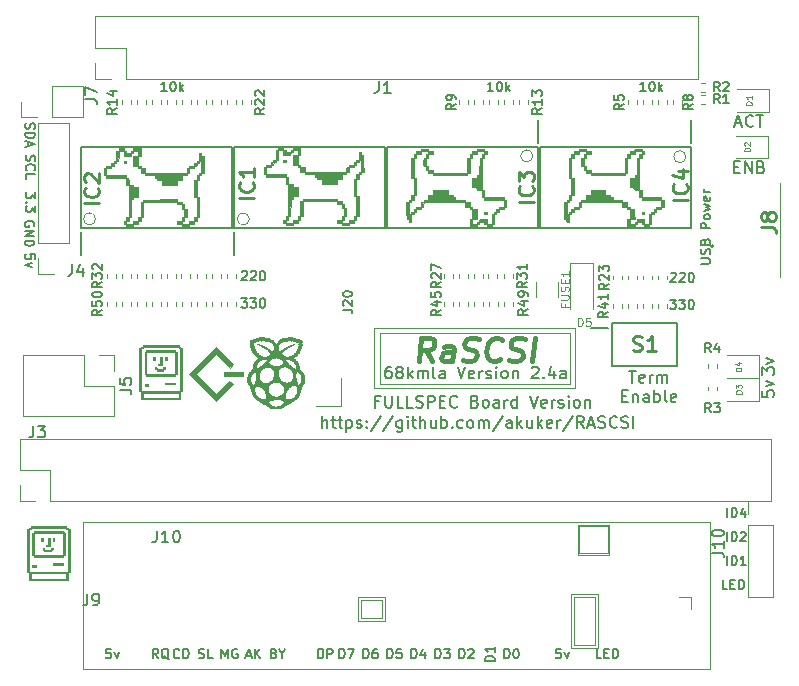
<source format=gto>
G04 #@! TF.GenerationSoftware,KiCad,Pcbnew,(5.1.9-16-g1737927814)-1*
G04 #@! TF.CreationDate,2021-08-01T21:15:59-05:00*
G04 #@! TF.ProjectId,rascsi_2p4,72617363-7369-45f3-9270-342e6b696361,rev?*
G04 #@! TF.SameCoordinates,Original*
G04 #@! TF.FileFunction,Legend,Top*
G04 #@! TF.FilePolarity,Positive*
%FSLAX46Y46*%
G04 Gerber Fmt 4.6, Leading zero omitted, Abs format (unit mm)*
G04 Created by KiCad (PCBNEW (5.1.9-16-g1737927814)-1) date 2021-08-01 21:15:59*
%MOMM*%
%LPD*%
G01*
G04 APERTURE LIST*
%ADD10C,0.150000*%
%ADD11C,0.120000*%
%ADD12C,0.400000*%
%ADD13C,0.200000*%
%ADD14C,0.100000*%
%ADD15C,0.010000*%
%ADD16C,0.254000*%
G04 APERTURE END LIST*
D10*
X233726380Y-88709523D02*
X234440666Y-88709523D01*
X234583523Y-88757142D01*
X234678761Y-88852380D01*
X234726380Y-88995238D01*
X234726380Y-89090476D01*
X234726380Y-87709523D02*
X234726380Y-88280952D01*
X234726380Y-87995238D02*
X233726380Y-87995238D01*
X233869238Y-88090476D01*
X233964476Y-88185714D01*
X234012095Y-88280952D01*
X233726380Y-87090476D02*
X233726380Y-86995238D01*
X233774000Y-86900000D01*
X233821619Y-86852380D01*
X233916857Y-86804761D01*
X234107333Y-86757142D01*
X234345428Y-86757142D01*
X234535904Y-86804761D01*
X234631142Y-86852380D01*
X234678761Y-86900000D01*
X234726380Y-86995238D01*
X234726380Y-87090476D01*
X234678761Y-87185714D01*
X234631142Y-87233333D01*
X234535904Y-87280952D01*
X234345428Y-87328571D01*
X234107333Y-87328571D01*
X233916857Y-87280952D01*
X233821619Y-87233333D01*
X233774000Y-87185714D01*
X233726380Y-87090476D01*
X186728476Y-86844380D02*
X186728476Y-87558666D01*
X186680857Y-87701523D01*
X186585619Y-87796761D01*
X186442761Y-87844380D01*
X186347523Y-87844380D01*
X187728476Y-87844380D02*
X187157047Y-87844380D01*
X187442761Y-87844380D02*
X187442761Y-86844380D01*
X187347523Y-86987238D01*
X187252285Y-87082476D01*
X187157047Y-87130095D01*
X188347523Y-86844380D02*
X188442761Y-86844380D01*
X188538000Y-86892000D01*
X188585619Y-86939619D01*
X188633238Y-87034857D01*
X188680857Y-87225333D01*
X188680857Y-87463428D01*
X188633238Y-87653904D01*
X188585619Y-87749142D01*
X188538000Y-87796761D01*
X188442761Y-87844380D01*
X188347523Y-87844380D01*
X188252285Y-87796761D01*
X188204666Y-87749142D01*
X188157047Y-87653904D01*
X188109428Y-87463428D01*
X188109428Y-87225333D01*
X188157047Y-87034857D01*
X188204666Y-86939619D01*
X188252285Y-86892000D01*
X188347523Y-86844380D01*
X180854666Y-92178380D02*
X180854666Y-92892666D01*
X180807047Y-93035523D01*
X180711809Y-93130761D01*
X180568952Y-93178380D01*
X180473714Y-93178380D01*
X181378476Y-93178380D02*
X181568952Y-93178380D01*
X181664190Y-93130761D01*
X181711809Y-93083142D01*
X181807047Y-92940285D01*
X181854666Y-92749809D01*
X181854666Y-92368857D01*
X181807047Y-92273619D01*
X181759428Y-92226000D01*
X181664190Y-92178380D01*
X181473714Y-92178380D01*
X181378476Y-92226000D01*
X181330857Y-92273619D01*
X181283238Y-92368857D01*
X181283238Y-92606952D01*
X181330857Y-92702190D01*
X181378476Y-92749809D01*
X181473714Y-92797428D01*
X181664190Y-92797428D01*
X181759428Y-92749809D01*
X181807047Y-92702190D01*
X181854666Y-92606952D01*
D11*
X221828000Y-96790000D02*
X221828000Y-92218000D01*
X224114000Y-96790000D02*
X221828000Y-96790000D01*
X224114000Y-92218000D02*
X224114000Y-96790000D01*
X221828000Y-92218000D02*
X224114000Y-92218000D01*
X222082000Y-96536000D02*
X222082000Y-92472000D01*
X223860000Y-96536000D02*
X222082000Y-96536000D01*
X223860000Y-92472000D02*
X223860000Y-96536000D01*
X222082000Y-92472000D02*
X223860000Y-92472000D01*
X204048000Y-94250000D02*
X204048000Y-92726000D01*
X205826000Y-94250000D02*
X204048000Y-94250000D01*
X205826000Y-92726000D02*
X205826000Y-94250000D01*
X204048000Y-92726000D02*
X205826000Y-92726000D01*
X203794000Y-94504000D02*
X203794000Y-92472000D01*
X206080000Y-94504000D02*
X203794000Y-94504000D01*
X206080000Y-92472000D02*
X206080000Y-94504000D01*
X203794000Y-92472000D02*
X206080000Y-92472000D01*
D10*
X235029714Y-91817904D02*
X234648761Y-91817904D01*
X234648761Y-91017904D01*
X235296380Y-91398857D02*
X235563047Y-91398857D01*
X235677333Y-91817904D02*
X235296380Y-91817904D01*
X235296380Y-91017904D01*
X235677333Y-91017904D01*
X236020190Y-91817904D02*
X236020190Y-91017904D01*
X236210666Y-91017904D01*
X236324952Y-91056000D01*
X236401142Y-91132190D01*
X236439238Y-91208380D01*
X236477333Y-91360761D01*
X236477333Y-91475047D01*
X236439238Y-91627428D01*
X236401142Y-91703619D01*
X236324952Y-91779809D01*
X236210666Y-91817904D01*
X236020190Y-91817904D01*
X235017047Y-89785904D02*
X235017047Y-88985904D01*
X235398000Y-89785904D02*
X235398000Y-88985904D01*
X235588476Y-88985904D01*
X235702761Y-89024000D01*
X235778952Y-89100190D01*
X235817047Y-89176380D01*
X235855142Y-89328761D01*
X235855142Y-89443047D01*
X235817047Y-89595428D01*
X235778952Y-89671619D01*
X235702761Y-89747809D01*
X235588476Y-89785904D01*
X235398000Y-89785904D01*
X236617047Y-89785904D02*
X236159904Y-89785904D01*
X236388476Y-89785904D02*
X236388476Y-88985904D01*
X236312285Y-89100190D01*
X236236095Y-89176380D01*
X236159904Y-89214476D01*
X235017047Y-85721904D02*
X235017047Y-84921904D01*
X235398000Y-85721904D02*
X235398000Y-84921904D01*
X235588476Y-84921904D01*
X235702761Y-84960000D01*
X235778952Y-85036190D01*
X235817047Y-85112380D01*
X235855142Y-85264761D01*
X235855142Y-85379047D01*
X235817047Y-85531428D01*
X235778952Y-85607619D01*
X235702761Y-85683809D01*
X235588476Y-85721904D01*
X235398000Y-85721904D01*
X236540857Y-85188571D02*
X236540857Y-85721904D01*
X236350380Y-84883809D02*
X236159904Y-85455238D01*
X236655142Y-85455238D01*
X235017047Y-87753904D02*
X235017047Y-86953904D01*
X235398000Y-87753904D02*
X235398000Y-86953904D01*
X235588476Y-86953904D01*
X235702761Y-86992000D01*
X235778952Y-87068190D01*
X235817047Y-87144380D01*
X235855142Y-87296761D01*
X235855142Y-87411047D01*
X235817047Y-87563428D01*
X235778952Y-87639619D01*
X235702761Y-87715809D01*
X235588476Y-87753904D01*
X235398000Y-87753904D01*
X236159904Y-87030095D02*
X236198000Y-86992000D01*
X236274190Y-86953904D01*
X236464666Y-86953904D01*
X236540857Y-86992000D01*
X236578952Y-87030095D01*
X236617047Y-87106285D01*
X236617047Y-87182476D01*
X236578952Y-87296761D01*
X236121809Y-87753904D01*
X236617047Y-87753904D01*
X224361714Y-97659904D02*
X223980761Y-97659904D01*
X223980761Y-96859904D01*
X224628380Y-97240857D02*
X224895047Y-97240857D01*
X225009333Y-97659904D02*
X224628380Y-97659904D01*
X224628380Y-96859904D01*
X225009333Y-96859904D01*
X225352190Y-97659904D02*
X225352190Y-96859904D01*
X225542666Y-96859904D01*
X225656952Y-96898000D01*
X225733142Y-96974190D01*
X225771238Y-97050380D01*
X225809333Y-97202761D01*
X225809333Y-97317047D01*
X225771238Y-97469428D01*
X225733142Y-97545619D01*
X225656952Y-97621809D01*
X225542666Y-97659904D01*
X225352190Y-97659904D01*
X200390476Y-97659904D02*
X200390476Y-96859904D01*
X200580952Y-96859904D01*
X200695238Y-96898000D01*
X200771428Y-96974190D01*
X200809523Y-97050380D01*
X200847619Y-97202761D01*
X200847619Y-97317047D01*
X200809523Y-97469428D01*
X200771428Y-97545619D01*
X200695238Y-97621809D01*
X200580952Y-97659904D01*
X200390476Y-97659904D01*
X201190476Y-97659904D02*
X201190476Y-96859904D01*
X201495238Y-96859904D01*
X201571428Y-96898000D01*
X201609523Y-96936095D01*
X201647619Y-97012285D01*
X201647619Y-97126571D01*
X201609523Y-97202761D01*
X201571428Y-97240857D01*
X201495238Y-97278952D01*
X201190476Y-97278952D01*
X206251523Y-97659904D02*
X206251523Y-96859904D01*
X206442000Y-96859904D01*
X206556285Y-96898000D01*
X206632476Y-96974190D01*
X206670571Y-97050380D01*
X206708666Y-97202761D01*
X206708666Y-97317047D01*
X206670571Y-97469428D01*
X206632476Y-97545619D01*
X206556285Y-97621809D01*
X206442000Y-97659904D01*
X206251523Y-97659904D01*
X207432476Y-96859904D02*
X207051523Y-96859904D01*
X207013428Y-97240857D01*
X207051523Y-97202761D01*
X207127714Y-97164666D01*
X207318190Y-97164666D01*
X207394380Y-97202761D01*
X207432476Y-97240857D01*
X207470571Y-97317047D01*
X207470571Y-97507523D01*
X207432476Y-97583714D01*
X207394380Y-97621809D01*
X207318190Y-97659904D01*
X207127714Y-97659904D01*
X207051523Y-97621809D01*
X207013428Y-97583714D01*
X215331904Y-97888476D02*
X214531904Y-97888476D01*
X214531904Y-97698000D01*
X214570000Y-97583714D01*
X214646190Y-97507523D01*
X214722380Y-97469428D01*
X214874761Y-97431333D01*
X214989047Y-97431333D01*
X215141428Y-97469428D01*
X215217619Y-97507523D01*
X215293809Y-97583714D01*
X215331904Y-97698000D01*
X215331904Y-97888476D01*
X215331904Y-96669428D02*
X215331904Y-97126571D01*
X215331904Y-96898000D02*
X214531904Y-96898000D01*
X214646190Y-96974190D01*
X214722380Y-97050380D01*
X214760476Y-97126571D01*
X216157523Y-97659904D02*
X216157523Y-96859904D01*
X216348000Y-96859904D01*
X216462285Y-96898000D01*
X216538476Y-96974190D01*
X216576571Y-97050380D01*
X216614666Y-97202761D01*
X216614666Y-97317047D01*
X216576571Y-97469428D01*
X216538476Y-97545619D01*
X216462285Y-97621809D01*
X216348000Y-97659904D01*
X216157523Y-97659904D01*
X217109904Y-96859904D02*
X217186095Y-96859904D01*
X217262285Y-96898000D01*
X217300380Y-96936095D01*
X217338476Y-97012285D01*
X217376571Y-97164666D01*
X217376571Y-97355142D01*
X217338476Y-97507523D01*
X217300380Y-97583714D01*
X217262285Y-97621809D01*
X217186095Y-97659904D01*
X217109904Y-97659904D01*
X217033714Y-97621809D01*
X216995619Y-97583714D01*
X216957523Y-97507523D01*
X216919428Y-97355142D01*
X216919428Y-97164666D01*
X216957523Y-97012285D01*
X216995619Y-96936095D01*
X217033714Y-96898000D01*
X217109904Y-96859904D01*
X212347523Y-97659904D02*
X212347523Y-96859904D01*
X212538000Y-96859904D01*
X212652285Y-96898000D01*
X212728476Y-96974190D01*
X212766571Y-97050380D01*
X212804666Y-97202761D01*
X212804666Y-97317047D01*
X212766571Y-97469428D01*
X212728476Y-97545619D01*
X212652285Y-97621809D01*
X212538000Y-97659904D01*
X212347523Y-97659904D01*
X213109428Y-96936095D02*
X213147523Y-96898000D01*
X213223714Y-96859904D01*
X213414190Y-96859904D01*
X213490380Y-96898000D01*
X213528476Y-96936095D01*
X213566571Y-97012285D01*
X213566571Y-97088476D01*
X213528476Y-97202761D01*
X213071333Y-97659904D01*
X213566571Y-97659904D01*
X210315523Y-97659904D02*
X210315523Y-96859904D01*
X210506000Y-96859904D01*
X210620285Y-96898000D01*
X210696476Y-96974190D01*
X210734571Y-97050380D01*
X210772666Y-97202761D01*
X210772666Y-97317047D01*
X210734571Y-97469428D01*
X210696476Y-97545619D01*
X210620285Y-97621809D01*
X210506000Y-97659904D01*
X210315523Y-97659904D01*
X211039333Y-96859904D02*
X211534571Y-96859904D01*
X211267904Y-97164666D01*
X211382190Y-97164666D01*
X211458380Y-97202761D01*
X211496476Y-97240857D01*
X211534571Y-97317047D01*
X211534571Y-97507523D01*
X211496476Y-97583714D01*
X211458380Y-97621809D01*
X211382190Y-97659904D01*
X211153619Y-97659904D01*
X211077428Y-97621809D01*
X211039333Y-97583714D01*
X208283523Y-97659904D02*
X208283523Y-96859904D01*
X208474000Y-96859904D01*
X208588285Y-96898000D01*
X208664476Y-96974190D01*
X208702571Y-97050380D01*
X208740666Y-97202761D01*
X208740666Y-97317047D01*
X208702571Y-97469428D01*
X208664476Y-97545619D01*
X208588285Y-97621809D01*
X208474000Y-97659904D01*
X208283523Y-97659904D01*
X209426380Y-97126571D02*
X209426380Y-97659904D01*
X209235904Y-96821809D02*
X209045428Y-97393238D01*
X209540666Y-97393238D01*
X202187523Y-97659904D02*
X202187523Y-96859904D01*
X202378000Y-96859904D01*
X202492285Y-96898000D01*
X202568476Y-96974190D01*
X202606571Y-97050380D01*
X202644666Y-97202761D01*
X202644666Y-97317047D01*
X202606571Y-97469428D01*
X202568476Y-97545619D01*
X202492285Y-97621809D01*
X202378000Y-97659904D01*
X202187523Y-97659904D01*
X202911333Y-96859904D02*
X203444666Y-96859904D01*
X203101809Y-97659904D01*
X204219523Y-97659904D02*
X204219523Y-96859904D01*
X204410000Y-96859904D01*
X204524285Y-96898000D01*
X204600476Y-96974190D01*
X204638571Y-97050380D01*
X204676666Y-97202761D01*
X204676666Y-97317047D01*
X204638571Y-97469428D01*
X204600476Y-97545619D01*
X204524285Y-97621809D01*
X204410000Y-97659904D01*
X204219523Y-97659904D01*
X205362380Y-96859904D02*
X205210000Y-96859904D01*
X205133809Y-96898000D01*
X205095714Y-96936095D01*
X205019523Y-97050380D01*
X204981428Y-97202761D01*
X204981428Y-97507523D01*
X205019523Y-97583714D01*
X205057619Y-97621809D01*
X205133809Y-97659904D01*
X205286190Y-97659904D01*
X205362380Y-97621809D01*
X205400476Y-97583714D01*
X205438571Y-97507523D01*
X205438571Y-97317047D01*
X205400476Y-97240857D01*
X205362380Y-97202761D01*
X205286190Y-97164666D01*
X205133809Y-97164666D01*
X205057619Y-97202761D01*
X205019523Y-97240857D01*
X204981428Y-97317047D01*
X196650285Y-97240857D02*
X196764571Y-97278952D01*
X196802666Y-97317047D01*
X196840761Y-97393238D01*
X196840761Y-97507523D01*
X196802666Y-97583714D01*
X196764571Y-97621809D01*
X196688380Y-97659904D01*
X196383619Y-97659904D01*
X196383619Y-96859904D01*
X196650285Y-96859904D01*
X196726476Y-96898000D01*
X196764571Y-96936095D01*
X196802666Y-97012285D01*
X196802666Y-97088476D01*
X196764571Y-97164666D01*
X196726476Y-97202761D01*
X196650285Y-97240857D01*
X196383619Y-97240857D01*
X197336000Y-97278952D02*
X197336000Y-97659904D01*
X197069333Y-96859904D02*
X197336000Y-97278952D01*
X197602666Y-96859904D01*
X194313523Y-97431333D02*
X194694476Y-97431333D01*
X194237333Y-97659904D02*
X194504000Y-96859904D01*
X194770666Y-97659904D01*
X195037333Y-97659904D02*
X195037333Y-96859904D01*
X195494476Y-97659904D02*
X195151619Y-97202761D01*
X195494476Y-96859904D02*
X195037333Y-97317047D01*
X220951714Y-96859904D02*
X220570761Y-96859904D01*
X220532666Y-97240857D01*
X220570761Y-97202761D01*
X220646952Y-97164666D01*
X220837428Y-97164666D01*
X220913619Y-97202761D01*
X220951714Y-97240857D01*
X220989809Y-97317047D01*
X220989809Y-97507523D01*
X220951714Y-97583714D01*
X220913619Y-97621809D01*
X220837428Y-97659904D01*
X220646952Y-97659904D01*
X220570761Y-97621809D01*
X220532666Y-97583714D01*
X221256476Y-97126571D02*
X221446952Y-97659904D01*
X221637428Y-97126571D01*
X192205333Y-97659904D02*
X192205333Y-96859904D01*
X192472000Y-97431333D01*
X192738666Y-96859904D01*
X192738666Y-97659904D01*
X193538666Y-96898000D02*
X193462476Y-96859904D01*
X193348190Y-96859904D01*
X193233904Y-96898000D01*
X193157714Y-96974190D01*
X193119619Y-97050380D01*
X193081523Y-97202761D01*
X193081523Y-97317047D01*
X193119619Y-97469428D01*
X193157714Y-97545619D01*
X193233904Y-97621809D01*
X193348190Y-97659904D01*
X193424380Y-97659904D01*
X193538666Y-97621809D01*
X193576761Y-97583714D01*
X193576761Y-97317047D01*
X193424380Y-97317047D01*
X182851714Y-96859904D02*
X182470761Y-96859904D01*
X182432666Y-97240857D01*
X182470761Y-97202761D01*
X182546952Y-97164666D01*
X182737428Y-97164666D01*
X182813619Y-97202761D01*
X182851714Y-97240857D01*
X182889809Y-97317047D01*
X182889809Y-97507523D01*
X182851714Y-97583714D01*
X182813619Y-97621809D01*
X182737428Y-97659904D01*
X182546952Y-97659904D01*
X182470761Y-97621809D01*
X182432666Y-97583714D01*
X183156476Y-97126571D02*
X183346952Y-97659904D01*
X183537428Y-97126571D01*
X188655619Y-97583714D02*
X188617523Y-97621809D01*
X188503238Y-97659904D01*
X188427047Y-97659904D01*
X188312761Y-97621809D01*
X188236571Y-97545619D01*
X188198476Y-97469428D01*
X188160380Y-97317047D01*
X188160380Y-97202761D01*
X188198476Y-97050380D01*
X188236571Y-96974190D01*
X188312761Y-96898000D01*
X188427047Y-96859904D01*
X188503238Y-96859904D01*
X188617523Y-96898000D01*
X188655619Y-96936095D01*
X188998476Y-97659904D02*
X188998476Y-96859904D01*
X189188952Y-96859904D01*
X189303238Y-96898000D01*
X189379428Y-96974190D01*
X189417523Y-97050380D01*
X189455619Y-97202761D01*
X189455619Y-97317047D01*
X189417523Y-97469428D01*
X189379428Y-97545619D01*
X189303238Y-97621809D01*
X189188952Y-97659904D01*
X188998476Y-97659904D01*
X186858571Y-97659904D02*
X186591904Y-97278952D01*
X186401428Y-97659904D02*
X186401428Y-96859904D01*
X186706190Y-96859904D01*
X186782380Y-96898000D01*
X186820476Y-96936095D01*
X186858571Y-97012285D01*
X186858571Y-97126571D01*
X186820476Y-97202761D01*
X186782380Y-97240857D01*
X186706190Y-97278952D01*
X186401428Y-97278952D01*
X187734761Y-97736095D02*
X187658571Y-97698000D01*
X187582380Y-97621809D01*
X187468095Y-97507523D01*
X187391904Y-97469428D01*
X187315714Y-97469428D01*
X187353809Y-97659904D02*
X187277619Y-97621809D01*
X187201428Y-97545619D01*
X187163333Y-97393238D01*
X187163333Y-97126571D01*
X187201428Y-96974190D01*
X187277619Y-96898000D01*
X187353809Y-96859904D01*
X187506190Y-96859904D01*
X187582380Y-96898000D01*
X187658571Y-96974190D01*
X187696666Y-97126571D01*
X187696666Y-97393238D01*
X187658571Y-97545619D01*
X187582380Y-97621809D01*
X187506190Y-97659904D01*
X187353809Y-97659904D01*
X190287619Y-97621809D02*
X190401904Y-97659904D01*
X190592380Y-97659904D01*
X190668571Y-97621809D01*
X190706666Y-97583714D01*
X190744761Y-97507523D01*
X190744761Y-97431333D01*
X190706666Y-97355142D01*
X190668571Y-97317047D01*
X190592380Y-97278952D01*
X190440000Y-97240857D01*
X190363809Y-97202761D01*
X190325714Y-97164666D01*
X190287619Y-97088476D01*
X190287619Y-97012285D01*
X190325714Y-96936095D01*
X190363809Y-96898000D01*
X190440000Y-96859904D01*
X190630476Y-96859904D01*
X190744761Y-96898000D01*
X191468571Y-97659904D02*
X191087619Y-97659904D01*
X191087619Y-96859904D01*
X205533666Y-48791880D02*
X205533666Y-49506166D01*
X205486047Y-49649023D01*
X205390809Y-49744261D01*
X205247952Y-49791880D01*
X205152714Y-49791880D01*
X206533666Y-49791880D02*
X205962238Y-49791880D01*
X206247952Y-49791880D02*
X206247952Y-48791880D01*
X206152714Y-48934738D01*
X206057476Y-49029976D01*
X205962238Y-49077595D01*
X235616904Y-56062571D02*
X235950238Y-56062571D01*
X236093095Y-56586380D02*
X235616904Y-56586380D01*
X235616904Y-55586380D01*
X236093095Y-55586380D01*
X236521666Y-56586380D02*
X236521666Y-55586380D01*
X237093095Y-56586380D01*
X237093095Y-55586380D01*
X237902619Y-56062571D02*
X238045476Y-56110190D01*
X238093095Y-56157809D01*
X238140714Y-56253047D01*
X238140714Y-56395904D01*
X238093095Y-56491142D01*
X238045476Y-56538761D01*
X237950238Y-56586380D01*
X237569285Y-56586380D01*
X237569285Y-55586380D01*
X237902619Y-55586380D01*
X237997857Y-55634000D01*
X238045476Y-55681619D01*
X238093095Y-55776857D01*
X238093095Y-55872095D01*
X238045476Y-55967333D01*
X237997857Y-56014952D01*
X237902619Y-56062571D01*
X237569285Y-56062571D01*
X235735952Y-52363666D02*
X236212142Y-52363666D01*
X235640714Y-52649380D02*
X235974047Y-51649380D01*
X236307380Y-52649380D01*
X237212142Y-52554142D02*
X237164523Y-52601761D01*
X237021666Y-52649380D01*
X236926428Y-52649380D01*
X236783571Y-52601761D01*
X236688333Y-52506523D01*
X236640714Y-52411285D01*
X236593095Y-52220809D01*
X236593095Y-52077952D01*
X236640714Y-51887476D01*
X236688333Y-51792238D01*
X236783571Y-51697000D01*
X236926428Y-51649380D01*
X237021666Y-51649380D01*
X237164523Y-51697000D01*
X237212142Y-51744619D01*
X237497857Y-51649380D02*
X238069285Y-51649380D01*
X237783571Y-52649380D02*
X237783571Y-51649380D01*
X232797404Y-64236214D02*
X233445023Y-64236214D01*
X233521214Y-64198119D01*
X233559309Y-64160023D01*
X233597404Y-64083833D01*
X233597404Y-63931452D01*
X233559309Y-63855261D01*
X233521214Y-63817166D01*
X233445023Y-63779071D01*
X232797404Y-63779071D01*
X233559309Y-63436214D02*
X233597404Y-63321928D01*
X233597404Y-63131452D01*
X233559309Y-63055261D01*
X233521214Y-63017166D01*
X233445023Y-62979071D01*
X233368833Y-62979071D01*
X233292642Y-63017166D01*
X233254547Y-63055261D01*
X233216452Y-63131452D01*
X233178357Y-63283833D01*
X233140261Y-63360023D01*
X233102166Y-63398119D01*
X233025976Y-63436214D01*
X232949785Y-63436214D01*
X232873595Y-63398119D01*
X232835500Y-63360023D01*
X232797404Y-63283833D01*
X232797404Y-63093357D01*
X232835500Y-62979071D01*
X233178357Y-62369547D02*
X233216452Y-62255261D01*
X233254547Y-62217166D01*
X233330738Y-62179071D01*
X233445023Y-62179071D01*
X233521214Y-62217166D01*
X233559309Y-62255261D01*
X233597404Y-62331452D01*
X233597404Y-62636214D01*
X232797404Y-62636214D01*
X232797404Y-62369547D01*
X232835500Y-62293357D01*
X232873595Y-62255261D01*
X232949785Y-62217166D01*
X233025976Y-62217166D01*
X233102166Y-62255261D01*
X233140261Y-62293357D01*
X233178357Y-62369547D01*
X233178357Y-62636214D01*
X233597404Y-61226690D02*
X232797404Y-61226690D01*
X232797404Y-60921928D01*
X232835500Y-60845738D01*
X232873595Y-60807642D01*
X232949785Y-60769547D01*
X233064071Y-60769547D01*
X233140261Y-60807642D01*
X233178357Y-60845738D01*
X233216452Y-60921928D01*
X233216452Y-61226690D01*
X233597404Y-60312404D02*
X233559309Y-60388595D01*
X233521214Y-60426690D01*
X233445023Y-60464785D01*
X233216452Y-60464785D01*
X233140261Y-60426690D01*
X233102166Y-60388595D01*
X233064071Y-60312404D01*
X233064071Y-60198119D01*
X233102166Y-60121928D01*
X233140261Y-60083833D01*
X233216452Y-60045738D01*
X233445023Y-60045738D01*
X233521214Y-60083833D01*
X233559309Y-60121928D01*
X233597404Y-60198119D01*
X233597404Y-60312404D01*
X233064071Y-59779071D02*
X233597404Y-59626690D01*
X233216452Y-59474309D01*
X233597404Y-59321928D01*
X233064071Y-59169547D01*
X233559309Y-58560023D02*
X233597404Y-58636214D01*
X233597404Y-58788595D01*
X233559309Y-58864785D01*
X233483119Y-58902880D01*
X233178357Y-58902880D01*
X233102166Y-58864785D01*
X233064071Y-58788595D01*
X233064071Y-58636214D01*
X233102166Y-58560023D01*
X233178357Y-58521928D01*
X233254547Y-58521928D01*
X233330738Y-58902880D01*
X233597404Y-58179071D02*
X233064071Y-58179071D01*
X233216452Y-58179071D02*
X233140261Y-58140976D01*
X233102166Y-58102880D01*
X233064071Y-58026690D01*
X233064071Y-57950500D01*
D11*
X231524953Y-55181500D02*
G75*
G03*
X231524953Y-55181500I-511953J0D01*
G01*
X218570953Y-55118000D02*
G75*
G03*
X218570953Y-55118000I-511953J0D01*
G01*
D10*
X238012380Y-73644285D02*
X238012380Y-73025238D01*
X238393333Y-73358571D01*
X238393333Y-73215714D01*
X238440952Y-73120476D01*
X238488571Y-73072857D01*
X238583809Y-73025238D01*
X238821904Y-73025238D01*
X238917142Y-73072857D01*
X238964761Y-73120476D01*
X239012380Y-73215714D01*
X239012380Y-73501428D01*
X238964761Y-73596666D01*
X238917142Y-73644285D01*
X238345714Y-72691904D02*
X239012380Y-72453809D01*
X238345714Y-72215714D01*
X237982380Y-75012857D02*
X237982380Y-75489047D01*
X238458571Y-75536666D01*
X238410952Y-75489047D01*
X238363333Y-75393809D01*
X238363333Y-75155714D01*
X238410952Y-75060476D01*
X238458571Y-75012857D01*
X238553809Y-74965238D01*
X238791904Y-74965238D01*
X238887142Y-75012857D01*
X238934761Y-75060476D01*
X238982380Y-75155714D01*
X238982380Y-75393809D01*
X238934761Y-75489047D01*
X238887142Y-75536666D01*
X238315714Y-74631904D02*
X238982380Y-74393809D01*
X238315714Y-74155714D01*
X200743333Y-78152380D02*
X200743333Y-77152380D01*
X201171904Y-78152380D02*
X201171904Y-77628571D01*
X201124285Y-77533333D01*
X201029047Y-77485714D01*
X200886190Y-77485714D01*
X200790952Y-77533333D01*
X200743333Y-77580952D01*
X201505238Y-77485714D02*
X201886190Y-77485714D01*
X201648095Y-77152380D02*
X201648095Y-78009523D01*
X201695714Y-78104761D01*
X201790952Y-78152380D01*
X201886190Y-78152380D01*
X202076666Y-77485714D02*
X202457619Y-77485714D01*
X202219523Y-77152380D02*
X202219523Y-78009523D01*
X202267142Y-78104761D01*
X202362380Y-78152380D01*
X202457619Y-78152380D01*
X202790952Y-77485714D02*
X202790952Y-78485714D01*
X202790952Y-77533333D02*
X202886190Y-77485714D01*
X203076666Y-77485714D01*
X203171904Y-77533333D01*
X203219523Y-77580952D01*
X203267142Y-77676190D01*
X203267142Y-77961904D01*
X203219523Y-78057142D01*
X203171904Y-78104761D01*
X203076666Y-78152380D01*
X202886190Y-78152380D01*
X202790952Y-78104761D01*
X203648095Y-78104761D02*
X203743333Y-78152380D01*
X203933809Y-78152380D01*
X204029047Y-78104761D01*
X204076666Y-78009523D01*
X204076666Y-77961904D01*
X204029047Y-77866666D01*
X203933809Y-77819047D01*
X203790952Y-77819047D01*
X203695714Y-77771428D01*
X203648095Y-77676190D01*
X203648095Y-77628571D01*
X203695714Y-77533333D01*
X203790952Y-77485714D01*
X203933809Y-77485714D01*
X204029047Y-77533333D01*
X204505238Y-78057142D02*
X204552857Y-78104761D01*
X204505238Y-78152380D01*
X204457619Y-78104761D01*
X204505238Y-78057142D01*
X204505238Y-78152380D01*
X204505238Y-77533333D02*
X204552857Y-77580952D01*
X204505238Y-77628571D01*
X204457619Y-77580952D01*
X204505238Y-77533333D01*
X204505238Y-77628571D01*
X205695714Y-77104761D02*
X204838571Y-78390476D01*
X206743333Y-77104761D02*
X205886190Y-78390476D01*
X207505238Y-77485714D02*
X207505238Y-78295238D01*
X207457619Y-78390476D01*
X207410000Y-78438095D01*
X207314761Y-78485714D01*
X207171904Y-78485714D01*
X207076666Y-78438095D01*
X207505238Y-78104761D02*
X207410000Y-78152380D01*
X207219523Y-78152380D01*
X207124285Y-78104761D01*
X207076666Y-78057142D01*
X207029047Y-77961904D01*
X207029047Y-77676190D01*
X207076666Y-77580952D01*
X207124285Y-77533333D01*
X207219523Y-77485714D01*
X207410000Y-77485714D01*
X207505238Y-77533333D01*
X207981428Y-78152380D02*
X207981428Y-77485714D01*
X207981428Y-77152380D02*
X207933809Y-77200000D01*
X207981428Y-77247619D01*
X208029047Y-77200000D01*
X207981428Y-77152380D01*
X207981428Y-77247619D01*
X208314761Y-77485714D02*
X208695714Y-77485714D01*
X208457619Y-77152380D02*
X208457619Y-78009523D01*
X208505238Y-78104761D01*
X208600476Y-78152380D01*
X208695714Y-78152380D01*
X209029047Y-78152380D02*
X209029047Y-77152380D01*
X209457619Y-78152380D02*
X209457619Y-77628571D01*
X209410000Y-77533333D01*
X209314761Y-77485714D01*
X209171904Y-77485714D01*
X209076666Y-77533333D01*
X209029047Y-77580952D01*
X210362380Y-77485714D02*
X210362380Y-78152380D01*
X209933809Y-77485714D02*
X209933809Y-78009523D01*
X209981428Y-78104761D01*
X210076666Y-78152380D01*
X210219523Y-78152380D01*
X210314761Y-78104761D01*
X210362380Y-78057142D01*
X210838571Y-78152380D02*
X210838571Y-77152380D01*
X210838571Y-77533333D02*
X210933809Y-77485714D01*
X211124285Y-77485714D01*
X211219523Y-77533333D01*
X211267142Y-77580952D01*
X211314761Y-77676190D01*
X211314761Y-77961904D01*
X211267142Y-78057142D01*
X211219523Y-78104761D01*
X211124285Y-78152380D01*
X210933809Y-78152380D01*
X210838571Y-78104761D01*
X211743333Y-78057142D02*
X211790952Y-78104761D01*
X211743333Y-78152380D01*
X211695714Y-78104761D01*
X211743333Y-78057142D01*
X211743333Y-78152380D01*
X212648095Y-78104761D02*
X212552857Y-78152380D01*
X212362380Y-78152380D01*
X212267142Y-78104761D01*
X212219523Y-78057142D01*
X212171904Y-77961904D01*
X212171904Y-77676190D01*
X212219523Y-77580952D01*
X212267142Y-77533333D01*
X212362380Y-77485714D01*
X212552857Y-77485714D01*
X212648095Y-77533333D01*
X213219523Y-78152380D02*
X213124285Y-78104761D01*
X213076666Y-78057142D01*
X213029047Y-77961904D01*
X213029047Y-77676190D01*
X213076666Y-77580952D01*
X213124285Y-77533333D01*
X213219523Y-77485714D01*
X213362380Y-77485714D01*
X213457619Y-77533333D01*
X213505238Y-77580952D01*
X213552857Y-77676190D01*
X213552857Y-77961904D01*
X213505238Y-78057142D01*
X213457619Y-78104761D01*
X213362380Y-78152380D01*
X213219523Y-78152380D01*
X213981428Y-78152380D02*
X213981428Y-77485714D01*
X213981428Y-77580952D02*
X214029047Y-77533333D01*
X214124285Y-77485714D01*
X214267142Y-77485714D01*
X214362380Y-77533333D01*
X214410000Y-77628571D01*
X214410000Y-78152380D01*
X214410000Y-77628571D02*
X214457619Y-77533333D01*
X214552857Y-77485714D01*
X214695714Y-77485714D01*
X214790952Y-77533333D01*
X214838571Y-77628571D01*
X214838571Y-78152380D01*
X216029047Y-77104761D02*
X215171904Y-78390476D01*
X216790952Y-78152380D02*
X216790952Y-77628571D01*
X216743333Y-77533333D01*
X216648095Y-77485714D01*
X216457619Y-77485714D01*
X216362380Y-77533333D01*
X216790952Y-78104761D02*
X216695714Y-78152380D01*
X216457619Y-78152380D01*
X216362380Y-78104761D01*
X216314761Y-78009523D01*
X216314761Y-77914285D01*
X216362380Y-77819047D01*
X216457619Y-77771428D01*
X216695714Y-77771428D01*
X216790952Y-77723809D01*
X217267142Y-78152380D02*
X217267142Y-77152380D01*
X217362380Y-77771428D02*
X217648095Y-78152380D01*
X217648095Y-77485714D02*
X217267142Y-77866666D01*
X218505238Y-77485714D02*
X218505238Y-78152380D01*
X218076666Y-77485714D02*
X218076666Y-78009523D01*
X218124285Y-78104761D01*
X218219523Y-78152380D01*
X218362380Y-78152380D01*
X218457619Y-78104761D01*
X218505238Y-78057142D01*
X218981428Y-78152380D02*
X218981428Y-77152380D01*
X219076666Y-77771428D02*
X219362380Y-78152380D01*
X219362380Y-77485714D02*
X218981428Y-77866666D01*
X220171904Y-78104761D02*
X220076666Y-78152380D01*
X219886190Y-78152380D01*
X219790952Y-78104761D01*
X219743333Y-78009523D01*
X219743333Y-77628571D01*
X219790952Y-77533333D01*
X219886190Y-77485714D01*
X220076666Y-77485714D01*
X220171904Y-77533333D01*
X220219523Y-77628571D01*
X220219523Y-77723809D01*
X219743333Y-77819047D01*
X220648095Y-78152380D02*
X220648095Y-77485714D01*
X220648095Y-77676190D02*
X220695714Y-77580952D01*
X220743333Y-77533333D01*
X220838571Y-77485714D01*
X220933809Y-77485714D01*
X221981428Y-77104761D02*
X221124285Y-78390476D01*
X222886190Y-78152380D02*
X222552857Y-77676190D01*
X222314761Y-78152380D02*
X222314761Y-77152380D01*
X222695714Y-77152380D01*
X222790952Y-77200000D01*
X222838571Y-77247619D01*
X222886190Y-77342857D01*
X222886190Y-77485714D01*
X222838571Y-77580952D01*
X222790952Y-77628571D01*
X222695714Y-77676190D01*
X222314761Y-77676190D01*
X223267142Y-77866666D02*
X223743333Y-77866666D01*
X223171904Y-78152380D02*
X223505238Y-77152380D01*
X223838571Y-78152380D01*
X224124285Y-78104761D02*
X224267142Y-78152380D01*
X224505238Y-78152380D01*
X224600476Y-78104761D01*
X224648095Y-78057142D01*
X224695714Y-77961904D01*
X224695714Y-77866666D01*
X224648095Y-77771428D01*
X224600476Y-77723809D01*
X224505238Y-77676190D01*
X224314761Y-77628571D01*
X224219523Y-77580952D01*
X224171904Y-77533333D01*
X224124285Y-77438095D01*
X224124285Y-77342857D01*
X224171904Y-77247619D01*
X224219523Y-77200000D01*
X224314761Y-77152380D01*
X224552857Y-77152380D01*
X224695714Y-77200000D01*
X225695714Y-78057142D02*
X225648095Y-78104761D01*
X225505238Y-78152380D01*
X225410000Y-78152380D01*
X225267142Y-78104761D01*
X225171904Y-78009523D01*
X225124285Y-77914285D01*
X225076666Y-77723809D01*
X225076666Y-77580952D01*
X225124285Y-77390476D01*
X225171904Y-77295238D01*
X225267142Y-77200000D01*
X225410000Y-77152380D01*
X225505238Y-77152380D01*
X225648095Y-77200000D01*
X225695714Y-77247619D01*
X226076666Y-78104761D02*
X226219523Y-78152380D01*
X226457619Y-78152380D01*
X226552857Y-78104761D01*
X226600476Y-78057142D01*
X226648095Y-77961904D01*
X226648095Y-77866666D01*
X226600476Y-77771428D01*
X226552857Y-77723809D01*
X226457619Y-77676190D01*
X226267142Y-77628571D01*
X226171904Y-77580952D01*
X226124285Y-77533333D01*
X226076666Y-77438095D01*
X226076666Y-77342857D01*
X226124285Y-77247619D01*
X226171904Y-77200000D01*
X226267142Y-77152380D01*
X226505238Y-77152380D01*
X226648095Y-77200000D01*
X227076666Y-78152380D02*
X227076666Y-77152380D01*
X193919523Y-64938095D02*
X193957619Y-64900000D01*
X194033809Y-64861904D01*
X194224285Y-64861904D01*
X194300476Y-64900000D01*
X194338571Y-64938095D01*
X194376666Y-65014285D01*
X194376666Y-65090476D01*
X194338571Y-65204761D01*
X193881428Y-65661904D01*
X194376666Y-65661904D01*
X194681428Y-64938095D02*
X194719523Y-64900000D01*
X194795714Y-64861904D01*
X194986190Y-64861904D01*
X195062380Y-64900000D01*
X195100476Y-64938095D01*
X195138571Y-65014285D01*
X195138571Y-65090476D01*
X195100476Y-65204761D01*
X194643333Y-65661904D01*
X195138571Y-65661904D01*
X195633809Y-64861904D02*
X195710000Y-64861904D01*
X195786190Y-64900000D01*
X195824285Y-64938095D01*
X195862380Y-65014285D01*
X195900476Y-65166666D01*
X195900476Y-65357142D01*
X195862380Y-65509523D01*
X195824285Y-65585714D01*
X195786190Y-65623809D01*
X195710000Y-65661904D01*
X195633809Y-65661904D01*
X195557619Y-65623809D01*
X195519523Y-65585714D01*
X195481428Y-65509523D01*
X195443333Y-65357142D01*
X195443333Y-65166666D01*
X195481428Y-65014285D01*
X195519523Y-64938095D01*
X195557619Y-64900000D01*
X195633809Y-64861904D01*
D11*
X184150000Y-45974000D02*
X181483000Y-45974000D01*
X184150000Y-48641000D02*
X184150000Y-45974000D01*
X232537000Y-48641000D02*
X184150000Y-48641000D01*
X232537000Y-43307000D02*
X232537000Y-48641000D01*
X181483000Y-43307000D02*
X232537000Y-43307000D01*
X181483000Y-45974000D02*
X181483000Y-43307000D01*
X181483000Y-48641000D02*
X181483000Y-47244000D01*
X182880000Y-48641000D02*
X181483000Y-48641000D01*
X222504000Y-88773000D02*
X222504000Y-86487000D01*
X224917000Y-88773000D02*
X222504000Y-88773000D01*
X224917000Y-86487000D02*
X224917000Y-88773000D01*
X222504000Y-86487000D02*
X224917000Y-86487000D01*
X222377000Y-88900000D02*
X222377000Y-86360000D01*
X225044000Y-88900000D02*
X222377000Y-88900000D01*
X225044000Y-86360000D02*
X225044000Y-88900000D01*
X222377000Y-86360000D02*
X225044000Y-86360000D01*
X233553000Y-86106000D02*
X180467000Y-86106000D01*
X233553000Y-98552000D02*
X233553000Y-86106000D01*
X180467000Y-98552000D02*
X233553000Y-98552000D01*
X180467000Y-86106000D02*
X180467000Y-98552000D01*
D10*
X228123809Y-49637904D02*
X227666666Y-49637904D01*
X227895238Y-49637904D02*
X227895238Y-48837904D01*
X227819047Y-48952190D01*
X227742857Y-49028380D01*
X227666666Y-49066476D01*
X228619047Y-48837904D02*
X228695238Y-48837904D01*
X228771428Y-48876000D01*
X228809523Y-48914095D01*
X228847619Y-48990285D01*
X228885714Y-49142666D01*
X228885714Y-49333142D01*
X228847619Y-49485523D01*
X228809523Y-49561714D01*
X228771428Y-49599809D01*
X228695238Y-49637904D01*
X228619047Y-49637904D01*
X228542857Y-49599809D01*
X228504761Y-49561714D01*
X228466666Y-49485523D01*
X228428571Y-49333142D01*
X228428571Y-49142666D01*
X228466666Y-48990285D01*
X228504761Y-48914095D01*
X228542857Y-48876000D01*
X228619047Y-48837904D01*
X229228571Y-49637904D02*
X229228571Y-48837904D01*
X229304761Y-49333142D02*
X229533333Y-49637904D01*
X229533333Y-49104571D02*
X229228571Y-49409333D01*
X215220609Y-49637904D02*
X214763466Y-49637904D01*
X214992038Y-49637904D02*
X214992038Y-48837904D01*
X214915847Y-48952190D01*
X214839657Y-49028380D01*
X214763466Y-49066476D01*
X215715847Y-48837904D02*
X215792038Y-48837904D01*
X215868228Y-48876000D01*
X215906323Y-48914095D01*
X215944419Y-48990285D01*
X215982514Y-49142666D01*
X215982514Y-49333142D01*
X215944419Y-49485523D01*
X215906323Y-49561714D01*
X215868228Y-49599809D01*
X215792038Y-49637904D01*
X215715847Y-49637904D01*
X215639657Y-49599809D01*
X215601561Y-49561714D01*
X215563466Y-49485523D01*
X215525371Y-49333142D01*
X215525371Y-49142666D01*
X215563466Y-48990285D01*
X215601561Y-48914095D01*
X215639657Y-48876000D01*
X215715847Y-48837904D01*
X216325371Y-49637904D02*
X216325371Y-48837904D01*
X216401561Y-49333142D02*
X216630133Y-49637904D01*
X216630133Y-49104571D02*
X216325371Y-49409333D01*
X175647390Y-52368571D02*
X175609295Y-52482857D01*
X175609295Y-52673333D01*
X175647390Y-52749523D01*
X175685485Y-52787619D01*
X175761676Y-52825714D01*
X175837866Y-52825714D01*
X175914057Y-52787619D01*
X175952152Y-52749523D01*
X175990247Y-52673333D01*
X176028342Y-52520952D01*
X176066438Y-52444761D01*
X176104533Y-52406666D01*
X176180723Y-52368571D01*
X176256914Y-52368571D01*
X176333104Y-52406666D01*
X176371200Y-52444761D01*
X176409295Y-52520952D01*
X176409295Y-52711428D01*
X176371200Y-52825714D01*
X175609295Y-53168571D02*
X176409295Y-53168571D01*
X176409295Y-53359047D01*
X176371200Y-53473333D01*
X176295009Y-53549523D01*
X176218819Y-53587619D01*
X176066438Y-53625714D01*
X175952152Y-53625714D01*
X175799771Y-53587619D01*
X175723580Y-53549523D01*
X175647390Y-53473333D01*
X175609295Y-53359047D01*
X175609295Y-53168571D01*
X175837866Y-53930476D02*
X175837866Y-54311428D01*
X175609295Y-53854285D02*
X176409295Y-54120952D01*
X175609295Y-54387619D01*
X175698190Y-55080019D02*
X175660095Y-55194304D01*
X175660095Y-55384780D01*
X175698190Y-55460971D01*
X175736285Y-55499066D01*
X175812476Y-55537161D01*
X175888666Y-55537161D01*
X175964857Y-55499066D01*
X176002952Y-55460971D01*
X176041047Y-55384780D01*
X176079142Y-55232400D01*
X176117238Y-55156209D01*
X176155333Y-55118114D01*
X176231523Y-55080019D01*
X176307714Y-55080019D01*
X176383904Y-55118114D01*
X176422000Y-55156209D01*
X176460095Y-55232400D01*
X176460095Y-55422876D01*
X176422000Y-55537161D01*
X175736285Y-56337161D02*
X175698190Y-56299066D01*
X175660095Y-56184780D01*
X175660095Y-56108590D01*
X175698190Y-55994304D01*
X175774380Y-55918114D01*
X175850571Y-55880019D01*
X176002952Y-55841923D01*
X176117238Y-55841923D01*
X176269619Y-55880019D01*
X176345809Y-55918114D01*
X176422000Y-55994304D01*
X176460095Y-56108590D01*
X176460095Y-56184780D01*
X176422000Y-56299066D01*
X176383904Y-56337161D01*
X175660095Y-57060971D02*
X175660095Y-56680019D01*
X176460095Y-56680019D01*
X176460095Y-58191504D02*
X176460095Y-58686742D01*
X176155333Y-58420076D01*
X176155333Y-58534361D01*
X176117238Y-58610552D01*
X176079142Y-58648647D01*
X176002952Y-58686742D01*
X175812476Y-58686742D01*
X175736285Y-58648647D01*
X175698190Y-58610552D01*
X175660095Y-58534361D01*
X175660095Y-58305790D01*
X175698190Y-58229600D01*
X175736285Y-58191504D01*
X175736285Y-59029600D02*
X175698190Y-59067695D01*
X175660095Y-59029600D01*
X175698190Y-58991504D01*
X175736285Y-59029600D01*
X175660095Y-59029600D01*
X176460095Y-59334361D02*
X176460095Y-59829600D01*
X176155333Y-59562933D01*
X176155333Y-59677219D01*
X176117238Y-59753409D01*
X176079142Y-59791504D01*
X176002952Y-59829600D01*
X175812476Y-59829600D01*
X175736285Y-59791504D01*
X175698190Y-59753409D01*
X175660095Y-59677219D01*
X175660095Y-59448647D01*
X175698190Y-59372457D01*
X175736285Y-59334361D01*
X176320400Y-61061676D02*
X176358495Y-60985485D01*
X176358495Y-60871200D01*
X176320400Y-60756914D01*
X176244209Y-60680723D01*
X176168019Y-60642628D01*
X176015638Y-60604533D01*
X175901352Y-60604533D01*
X175748971Y-60642628D01*
X175672780Y-60680723D01*
X175596590Y-60756914D01*
X175558495Y-60871200D01*
X175558495Y-60947390D01*
X175596590Y-61061676D01*
X175634685Y-61099771D01*
X175901352Y-61099771D01*
X175901352Y-60947390D01*
X175558495Y-61442628D02*
X176358495Y-61442628D01*
X175558495Y-61899771D01*
X176358495Y-61899771D01*
X175558495Y-62280723D02*
X176358495Y-62280723D01*
X176358495Y-62471200D01*
X176320400Y-62585485D01*
X176244209Y-62661676D01*
X176168019Y-62699771D01*
X176015638Y-62737866D01*
X175901352Y-62737866D01*
X175748971Y-62699771D01*
X175672780Y-62661676D01*
X175596590Y-62585485D01*
X175558495Y-62471200D01*
X175558495Y-62280723D01*
X176409295Y-63842914D02*
X176409295Y-63461961D01*
X176028342Y-63423866D01*
X176066438Y-63461961D01*
X176104533Y-63538152D01*
X176104533Y-63728628D01*
X176066438Y-63804819D01*
X176028342Y-63842914D01*
X175952152Y-63881009D01*
X175761676Y-63881009D01*
X175685485Y-63842914D01*
X175647390Y-63804819D01*
X175609295Y-63728628D01*
X175609295Y-63538152D01*
X175647390Y-63461961D01*
X175685485Y-63423866D01*
X176142628Y-64147676D02*
X175609295Y-64338152D01*
X176142628Y-64528628D01*
X193881428Y-67161904D02*
X194376666Y-67161904D01*
X194110000Y-67466666D01*
X194224285Y-67466666D01*
X194300476Y-67504761D01*
X194338571Y-67542857D01*
X194376666Y-67619047D01*
X194376666Y-67809523D01*
X194338571Y-67885714D01*
X194300476Y-67923809D01*
X194224285Y-67961904D01*
X193995714Y-67961904D01*
X193919523Y-67923809D01*
X193881428Y-67885714D01*
X194643333Y-67161904D02*
X195138571Y-67161904D01*
X194871904Y-67466666D01*
X194986190Y-67466666D01*
X195062380Y-67504761D01*
X195100476Y-67542857D01*
X195138571Y-67619047D01*
X195138571Y-67809523D01*
X195100476Y-67885714D01*
X195062380Y-67923809D01*
X194986190Y-67961904D01*
X194757619Y-67961904D01*
X194681428Y-67923809D01*
X194643333Y-67885714D01*
X195633809Y-67161904D02*
X195710000Y-67161904D01*
X195786190Y-67200000D01*
X195824285Y-67238095D01*
X195862380Y-67314285D01*
X195900476Y-67466666D01*
X195900476Y-67657142D01*
X195862380Y-67809523D01*
X195824285Y-67885714D01*
X195786190Y-67923809D01*
X195710000Y-67961904D01*
X195633809Y-67961904D01*
X195557619Y-67923809D01*
X195519523Y-67885714D01*
X195481428Y-67809523D01*
X195443333Y-67657142D01*
X195443333Y-67466666D01*
X195481428Y-67314285D01*
X195519523Y-67238095D01*
X195557619Y-67200000D01*
X195633809Y-67161904D01*
X230197428Y-67278304D02*
X230692666Y-67278304D01*
X230426000Y-67583066D01*
X230540285Y-67583066D01*
X230616476Y-67621161D01*
X230654571Y-67659257D01*
X230692666Y-67735447D01*
X230692666Y-67925923D01*
X230654571Y-68002114D01*
X230616476Y-68040209D01*
X230540285Y-68078304D01*
X230311714Y-68078304D01*
X230235523Y-68040209D01*
X230197428Y-68002114D01*
X230959333Y-67278304D02*
X231454571Y-67278304D01*
X231187904Y-67583066D01*
X231302190Y-67583066D01*
X231378380Y-67621161D01*
X231416476Y-67659257D01*
X231454571Y-67735447D01*
X231454571Y-67925923D01*
X231416476Y-68002114D01*
X231378380Y-68040209D01*
X231302190Y-68078304D01*
X231073619Y-68078304D01*
X230997428Y-68040209D01*
X230959333Y-68002114D01*
X231949809Y-67278304D02*
X232026000Y-67278304D01*
X232102190Y-67316400D01*
X232140285Y-67354495D01*
X232178380Y-67430685D01*
X232216476Y-67583066D01*
X232216476Y-67773542D01*
X232178380Y-67925923D01*
X232140285Y-68002114D01*
X232102190Y-68040209D01*
X232026000Y-68078304D01*
X231949809Y-68078304D01*
X231873619Y-68040209D01*
X231835523Y-68002114D01*
X231797428Y-67925923D01*
X231759333Y-67773542D01*
X231759333Y-67583066D01*
X231797428Y-67430685D01*
X231835523Y-67354495D01*
X231873619Y-67316400D01*
X231949809Y-67278304D01*
X230235523Y-65068495D02*
X230273619Y-65030400D01*
X230349809Y-64992304D01*
X230540285Y-64992304D01*
X230616476Y-65030400D01*
X230654571Y-65068495D01*
X230692666Y-65144685D01*
X230692666Y-65220876D01*
X230654571Y-65335161D01*
X230197428Y-65792304D01*
X230692666Y-65792304D01*
X230997428Y-65068495D02*
X231035523Y-65030400D01*
X231111714Y-64992304D01*
X231302190Y-64992304D01*
X231378380Y-65030400D01*
X231416476Y-65068495D01*
X231454571Y-65144685D01*
X231454571Y-65220876D01*
X231416476Y-65335161D01*
X230959333Y-65792304D01*
X231454571Y-65792304D01*
X231949809Y-64992304D02*
X232026000Y-64992304D01*
X232102190Y-65030400D01*
X232140285Y-65068495D01*
X232178380Y-65144685D01*
X232216476Y-65297066D01*
X232216476Y-65487542D01*
X232178380Y-65639923D01*
X232140285Y-65716114D01*
X232102190Y-65754209D01*
X232026000Y-65792304D01*
X231949809Y-65792304D01*
X231873619Y-65754209D01*
X231835523Y-65716114D01*
X231797428Y-65639923D01*
X231759333Y-65487542D01*
X231759333Y-65297066D01*
X231797428Y-65144685D01*
X231835523Y-65068495D01*
X231873619Y-65030400D01*
X231949809Y-64992304D01*
X187585409Y-49637904D02*
X187128266Y-49637904D01*
X187356838Y-49637904D02*
X187356838Y-48837904D01*
X187280647Y-48952190D01*
X187204457Y-49028380D01*
X187128266Y-49066476D01*
X188080647Y-48837904D02*
X188156838Y-48837904D01*
X188233028Y-48876000D01*
X188271123Y-48914095D01*
X188309219Y-48990285D01*
X188347314Y-49142666D01*
X188347314Y-49333142D01*
X188309219Y-49485523D01*
X188271123Y-49561714D01*
X188233028Y-49599809D01*
X188156838Y-49637904D01*
X188080647Y-49637904D01*
X188004457Y-49599809D01*
X187966361Y-49561714D01*
X187928266Y-49485523D01*
X187890171Y-49333142D01*
X187890171Y-49142666D01*
X187928266Y-48990285D01*
X187966361Y-48914095D01*
X188004457Y-48876000D01*
X188080647Y-48837904D01*
X188690171Y-49637904D02*
X188690171Y-48837904D01*
X188766361Y-49333142D02*
X188994933Y-49637904D01*
X188994933Y-49104571D02*
X188690171Y-49409333D01*
X205558095Y-75901571D02*
X205224761Y-75901571D01*
X205224761Y-76425380D02*
X205224761Y-75425380D01*
X205700952Y-75425380D01*
X206081904Y-75425380D02*
X206081904Y-76234904D01*
X206129523Y-76330142D01*
X206177142Y-76377761D01*
X206272380Y-76425380D01*
X206462857Y-76425380D01*
X206558095Y-76377761D01*
X206605714Y-76330142D01*
X206653333Y-76234904D01*
X206653333Y-75425380D01*
X207605714Y-76425380D02*
X207129523Y-76425380D01*
X207129523Y-75425380D01*
X208415238Y-76425380D02*
X207939047Y-76425380D01*
X207939047Y-75425380D01*
X208700952Y-76377761D02*
X208843809Y-76425380D01*
X209081904Y-76425380D01*
X209177142Y-76377761D01*
X209224761Y-76330142D01*
X209272380Y-76234904D01*
X209272380Y-76139666D01*
X209224761Y-76044428D01*
X209177142Y-75996809D01*
X209081904Y-75949190D01*
X208891428Y-75901571D01*
X208796190Y-75853952D01*
X208748571Y-75806333D01*
X208700952Y-75711095D01*
X208700952Y-75615857D01*
X208748571Y-75520619D01*
X208796190Y-75473000D01*
X208891428Y-75425380D01*
X209129523Y-75425380D01*
X209272380Y-75473000D01*
X209700952Y-76425380D02*
X209700952Y-75425380D01*
X210081904Y-75425380D01*
X210177142Y-75473000D01*
X210224761Y-75520619D01*
X210272380Y-75615857D01*
X210272380Y-75758714D01*
X210224761Y-75853952D01*
X210177142Y-75901571D01*
X210081904Y-75949190D01*
X209700952Y-75949190D01*
X210700952Y-75901571D02*
X211034285Y-75901571D01*
X211177142Y-76425380D02*
X210700952Y-76425380D01*
X210700952Y-75425380D01*
X211177142Y-75425380D01*
X212177142Y-76330142D02*
X212129523Y-76377761D01*
X211986666Y-76425380D01*
X211891428Y-76425380D01*
X211748571Y-76377761D01*
X211653333Y-76282523D01*
X211605714Y-76187285D01*
X211558095Y-75996809D01*
X211558095Y-75853952D01*
X211605714Y-75663476D01*
X211653333Y-75568238D01*
X211748571Y-75473000D01*
X211891428Y-75425380D01*
X211986666Y-75425380D01*
X212129523Y-75473000D01*
X212177142Y-75520619D01*
X213700952Y-75901571D02*
X213843809Y-75949190D01*
X213891428Y-75996809D01*
X213939047Y-76092047D01*
X213939047Y-76234904D01*
X213891428Y-76330142D01*
X213843809Y-76377761D01*
X213748571Y-76425380D01*
X213367619Y-76425380D01*
X213367619Y-75425380D01*
X213700952Y-75425380D01*
X213796190Y-75473000D01*
X213843809Y-75520619D01*
X213891428Y-75615857D01*
X213891428Y-75711095D01*
X213843809Y-75806333D01*
X213796190Y-75853952D01*
X213700952Y-75901571D01*
X213367619Y-75901571D01*
X214510476Y-76425380D02*
X214415238Y-76377761D01*
X214367619Y-76330142D01*
X214320000Y-76234904D01*
X214320000Y-75949190D01*
X214367619Y-75853952D01*
X214415238Y-75806333D01*
X214510476Y-75758714D01*
X214653333Y-75758714D01*
X214748571Y-75806333D01*
X214796190Y-75853952D01*
X214843809Y-75949190D01*
X214843809Y-76234904D01*
X214796190Y-76330142D01*
X214748571Y-76377761D01*
X214653333Y-76425380D01*
X214510476Y-76425380D01*
X215700952Y-76425380D02*
X215700952Y-75901571D01*
X215653333Y-75806333D01*
X215558095Y-75758714D01*
X215367619Y-75758714D01*
X215272380Y-75806333D01*
X215700952Y-76377761D02*
X215605714Y-76425380D01*
X215367619Y-76425380D01*
X215272380Y-76377761D01*
X215224761Y-76282523D01*
X215224761Y-76187285D01*
X215272380Y-76092047D01*
X215367619Y-76044428D01*
X215605714Y-76044428D01*
X215700952Y-75996809D01*
X216177142Y-76425380D02*
X216177142Y-75758714D01*
X216177142Y-75949190D02*
X216224761Y-75853952D01*
X216272380Y-75806333D01*
X216367619Y-75758714D01*
X216462857Y-75758714D01*
X217224761Y-76425380D02*
X217224761Y-75425380D01*
X217224761Y-76377761D02*
X217129523Y-76425380D01*
X216939047Y-76425380D01*
X216843809Y-76377761D01*
X216796190Y-76330142D01*
X216748571Y-76234904D01*
X216748571Y-75949190D01*
X216796190Y-75853952D01*
X216843809Y-75806333D01*
X216939047Y-75758714D01*
X217129523Y-75758714D01*
X217224761Y-75806333D01*
X218320000Y-75425380D02*
X218653333Y-76425380D01*
X218986666Y-75425380D01*
X219700952Y-76377761D02*
X219605714Y-76425380D01*
X219415238Y-76425380D01*
X219320000Y-76377761D01*
X219272380Y-76282523D01*
X219272380Y-75901571D01*
X219320000Y-75806333D01*
X219415238Y-75758714D01*
X219605714Y-75758714D01*
X219700952Y-75806333D01*
X219748571Y-75901571D01*
X219748571Y-75996809D01*
X219272380Y-76092047D01*
X220177142Y-76425380D02*
X220177142Y-75758714D01*
X220177142Y-75949190D02*
X220224761Y-75853952D01*
X220272380Y-75806333D01*
X220367619Y-75758714D01*
X220462857Y-75758714D01*
X220748571Y-76377761D02*
X220843809Y-76425380D01*
X221034285Y-76425380D01*
X221129523Y-76377761D01*
X221177142Y-76282523D01*
X221177142Y-76234904D01*
X221129523Y-76139666D01*
X221034285Y-76092047D01*
X220891428Y-76092047D01*
X220796190Y-76044428D01*
X220748571Y-75949190D01*
X220748571Y-75901571D01*
X220796190Y-75806333D01*
X220891428Y-75758714D01*
X221034285Y-75758714D01*
X221129523Y-75806333D01*
X221605714Y-76425380D02*
X221605714Y-75758714D01*
X221605714Y-75425380D02*
X221558095Y-75473000D01*
X221605714Y-75520619D01*
X221653333Y-75473000D01*
X221605714Y-75425380D01*
X221605714Y-75520619D01*
X222224761Y-76425380D02*
X222129523Y-76377761D01*
X222081904Y-76330142D01*
X222034285Y-76234904D01*
X222034285Y-75949190D01*
X222081904Y-75853952D01*
X222129523Y-75806333D01*
X222224761Y-75758714D01*
X222367619Y-75758714D01*
X222462857Y-75806333D01*
X222510476Y-75853952D01*
X222558095Y-75949190D01*
X222558095Y-76234904D01*
X222510476Y-76330142D01*
X222462857Y-76377761D01*
X222367619Y-76425380D01*
X222224761Y-76425380D01*
X222986666Y-75758714D02*
X222986666Y-76425380D01*
X222986666Y-75853952D02*
X223034285Y-75806333D01*
X223129523Y-75758714D01*
X223272380Y-75758714D01*
X223367619Y-75806333D01*
X223415238Y-75901571D01*
X223415238Y-76425380D01*
D11*
X205152500Y-74779000D02*
X205152500Y-69699000D01*
X222107000Y-74779000D02*
X205152500Y-74779000D01*
X222170500Y-69699000D02*
X222170500Y-74779000D01*
X181550453Y-60452000D02*
G75*
G03*
X181550453Y-60452000I-511953J0D01*
G01*
X194567953Y-60452000D02*
G75*
G03*
X194567953Y-60452000I-511953J0D01*
G01*
D10*
X226719023Y-73303380D02*
X227290452Y-73303380D01*
X227004738Y-74303380D02*
X227004738Y-73303380D01*
X228004738Y-74255761D02*
X227909500Y-74303380D01*
X227719023Y-74303380D01*
X227623785Y-74255761D01*
X227576166Y-74160523D01*
X227576166Y-73779571D01*
X227623785Y-73684333D01*
X227719023Y-73636714D01*
X227909500Y-73636714D01*
X228004738Y-73684333D01*
X228052357Y-73779571D01*
X228052357Y-73874809D01*
X227576166Y-73970047D01*
X228480928Y-74303380D02*
X228480928Y-73636714D01*
X228480928Y-73827190D02*
X228528547Y-73731952D01*
X228576166Y-73684333D01*
X228671404Y-73636714D01*
X228766642Y-73636714D01*
X229099976Y-74303380D02*
X229099976Y-73636714D01*
X229099976Y-73731952D02*
X229147595Y-73684333D01*
X229242833Y-73636714D01*
X229385690Y-73636714D01*
X229480928Y-73684333D01*
X229528547Y-73779571D01*
X229528547Y-74303380D01*
X229528547Y-73779571D02*
X229576166Y-73684333D01*
X229671404Y-73636714D01*
X229814261Y-73636714D01*
X229909500Y-73684333D01*
X229957119Y-73779571D01*
X229957119Y-74303380D01*
X226147595Y-75429571D02*
X226480928Y-75429571D01*
X226623785Y-75953380D02*
X226147595Y-75953380D01*
X226147595Y-74953380D01*
X226623785Y-74953380D01*
X227052357Y-75286714D02*
X227052357Y-75953380D01*
X227052357Y-75381952D02*
X227099976Y-75334333D01*
X227195214Y-75286714D01*
X227338071Y-75286714D01*
X227433309Y-75334333D01*
X227480928Y-75429571D01*
X227480928Y-75953380D01*
X228385690Y-75953380D02*
X228385690Y-75429571D01*
X228338071Y-75334333D01*
X228242833Y-75286714D01*
X228052357Y-75286714D01*
X227957119Y-75334333D01*
X228385690Y-75905761D02*
X228290452Y-75953380D01*
X228052357Y-75953380D01*
X227957119Y-75905761D01*
X227909500Y-75810523D01*
X227909500Y-75715285D01*
X227957119Y-75620047D01*
X228052357Y-75572428D01*
X228290452Y-75572428D01*
X228385690Y-75524809D01*
X228861880Y-75953380D02*
X228861880Y-74953380D01*
X228861880Y-75334333D02*
X228957119Y-75286714D01*
X229147595Y-75286714D01*
X229242833Y-75334333D01*
X229290452Y-75381952D01*
X229338071Y-75477190D01*
X229338071Y-75762904D01*
X229290452Y-75858142D01*
X229242833Y-75905761D01*
X229147595Y-75953380D01*
X228957119Y-75953380D01*
X228861880Y-75905761D01*
X229909500Y-75953380D02*
X229814261Y-75905761D01*
X229766642Y-75810523D01*
X229766642Y-74953380D01*
X230671404Y-75905761D02*
X230576166Y-75953380D01*
X230385690Y-75953380D01*
X230290452Y-75905761D01*
X230242833Y-75810523D01*
X230242833Y-75429571D01*
X230290452Y-75334333D01*
X230385690Y-75286714D01*
X230576166Y-75286714D01*
X230671404Y-75334333D01*
X230719023Y-75429571D01*
X230719023Y-75524809D01*
X230242833Y-75620047D01*
D11*
X205660500Y-74398000D02*
X205660500Y-74144000D01*
X205724000Y-74398000D02*
X205660500Y-74398000D01*
X222170500Y-69699000D02*
X205152500Y-69699000D01*
X205660500Y-70080000D02*
X205660500Y-74334500D01*
X221726000Y-70080000D02*
X205660500Y-70080000D01*
X221726000Y-74398000D02*
X221726000Y-70080000D01*
X205724000Y-74398000D02*
X221726000Y-74398000D01*
D10*
X206534523Y-72961380D02*
X206344047Y-72961380D01*
X206248809Y-73009000D01*
X206201190Y-73056619D01*
X206105952Y-73199476D01*
X206058333Y-73389952D01*
X206058333Y-73770904D01*
X206105952Y-73866142D01*
X206153571Y-73913761D01*
X206248809Y-73961380D01*
X206439285Y-73961380D01*
X206534523Y-73913761D01*
X206582142Y-73866142D01*
X206629761Y-73770904D01*
X206629761Y-73532809D01*
X206582142Y-73437571D01*
X206534523Y-73389952D01*
X206439285Y-73342333D01*
X206248809Y-73342333D01*
X206153571Y-73389952D01*
X206105952Y-73437571D01*
X206058333Y-73532809D01*
X207201190Y-73389952D02*
X207105952Y-73342333D01*
X207058333Y-73294714D01*
X207010714Y-73199476D01*
X207010714Y-73151857D01*
X207058333Y-73056619D01*
X207105952Y-73009000D01*
X207201190Y-72961380D01*
X207391666Y-72961380D01*
X207486904Y-73009000D01*
X207534523Y-73056619D01*
X207582142Y-73151857D01*
X207582142Y-73199476D01*
X207534523Y-73294714D01*
X207486904Y-73342333D01*
X207391666Y-73389952D01*
X207201190Y-73389952D01*
X207105952Y-73437571D01*
X207058333Y-73485190D01*
X207010714Y-73580428D01*
X207010714Y-73770904D01*
X207058333Y-73866142D01*
X207105952Y-73913761D01*
X207201190Y-73961380D01*
X207391666Y-73961380D01*
X207486904Y-73913761D01*
X207534523Y-73866142D01*
X207582142Y-73770904D01*
X207582142Y-73580428D01*
X207534523Y-73485190D01*
X207486904Y-73437571D01*
X207391666Y-73389952D01*
X208010714Y-73961380D02*
X208010714Y-72961380D01*
X208105952Y-73580428D02*
X208391666Y-73961380D01*
X208391666Y-73294714D02*
X208010714Y-73675666D01*
X208820238Y-73961380D02*
X208820238Y-73294714D01*
X208820238Y-73389952D02*
X208867857Y-73342333D01*
X208963095Y-73294714D01*
X209105952Y-73294714D01*
X209201190Y-73342333D01*
X209248809Y-73437571D01*
X209248809Y-73961380D01*
X209248809Y-73437571D02*
X209296428Y-73342333D01*
X209391666Y-73294714D01*
X209534523Y-73294714D01*
X209629761Y-73342333D01*
X209677380Y-73437571D01*
X209677380Y-73961380D01*
X210296428Y-73961380D02*
X210201190Y-73913761D01*
X210153571Y-73818523D01*
X210153571Y-72961380D01*
X211105952Y-73961380D02*
X211105952Y-73437571D01*
X211058333Y-73342333D01*
X210963095Y-73294714D01*
X210772619Y-73294714D01*
X210677380Y-73342333D01*
X211105952Y-73913761D02*
X211010714Y-73961380D01*
X210772619Y-73961380D01*
X210677380Y-73913761D01*
X210629761Y-73818523D01*
X210629761Y-73723285D01*
X210677380Y-73628047D01*
X210772619Y-73580428D01*
X211010714Y-73580428D01*
X211105952Y-73532809D01*
X212201190Y-72961380D02*
X212534523Y-73961380D01*
X212867857Y-72961380D01*
X213582142Y-73913761D02*
X213486904Y-73961380D01*
X213296428Y-73961380D01*
X213201190Y-73913761D01*
X213153571Y-73818523D01*
X213153571Y-73437571D01*
X213201190Y-73342333D01*
X213296428Y-73294714D01*
X213486904Y-73294714D01*
X213582142Y-73342333D01*
X213629761Y-73437571D01*
X213629761Y-73532809D01*
X213153571Y-73628047D01*
X214058333Y-73961380D02*
X214058333Y-73294714D01*
X214058333Y-73485190D02*
X214105952Y-73389952D01*
X214153571Y-73342333D01*
X214248809Y-73294714D01*
X214344047Y-73294714D01*
X214629761Y-73913761D02*
X214725000Y-73961380D01*
X214915476Y-73961380D01*
X215010714Y-73913761D01*
X215058333Y-73818523D01*
X215058333Y-73770904D01*
X215010714Y-73675666D01*
X214915476Y-73628047D01*
X214772619Y-73628047D01*
X214677380Y-73580428D01*
X214629761Y-73485190D01*
X214629761Y-73437571D01*
X214677380Y-73342333D01*
X214772619Y-73294714D01*
X214915476Y-73294714D01*
X215010714Y-73342333D01*
X215486904Y-73961380D02*
X215486904Y-73294714D01*
X215486904Y-72961380D02*
X215439285Y-73009000D01*
X215486904Y-73056619D01*
X215534523Y-73009000D01*
X215486904Y-72961380D01*
X215486904Y-73056619D01*
X216105952Y-73961380D02*
X216010714Y-73913761D01*
X215963095Y-73866142D01*
X215915476Y-73770904D01*
X215915476Y-73485190D01*
X215963095Y-73389952D01*
X216010714Y-73342333D01*
X216105952Y-73294714D01*
X216248809Y-73294714D01*
X216344047Y-73342333D01*
X216391666Y-73389952D01*
X216439285Y-73485190D01*
X216439285Y-73770904D01*
X216391666Y-73866142D01*
X216344047Y-73913761D01*
X216248809Y-73961380D01*
X216105952Y-73961380D01*
X216867857Y-73294714D02*
X216867857Y-73961380D01*
X216867857Y-73389952D02*
X216915476Y-73342333D01*
X217010714Y-73294714D01*
X217153571Y-73294714D01*
X217248809Y-73342333D01*
X217296428Y-73437571D01*
X217296428Y-73961380D01*
X218486904Y-73056619D02*
X218534523Y-73009000D01*
X218629761Y-72961380D01*
X218867857Y-72961380D01*
X218963095Y-73009000D01*
X219010714Y-73056619D01*
X219058333Y-73151857D01*
X219058333Y-73247095D01*
X219010714Y-73389952D01*
X218439285Y-73961380D01*
X219058333Y-73961380D01*
X219486904Y-73866142D02*
X219534523Y-73913761D01*
X219486904Y-73961380D01*
X219439285Y-73913761D01*
X219486904Y-73866142D01*
X219486904Y-73961380D01*
X220391666Y-73294714D02*
X220391666Y-73961380D01*
X220153571Y-72913761D02*
X219915476Y-73628047D01*
X220534523Y-73628047D01*
X221344047Y-73961380D02*
X221344047Y-73437571D01*
X221296428Y-73342333D01*
X221201190Y-73294714D01*
X221010714Y-73294714D01*
X220915476Y-73342333D01*
X221344047Y-73913761D02*
X221248809Y-73961380D01*
X221010714Y-73961380D01*
X220915476Y-73913761D01*
X220867857Y-73818523D01*
X220867857Y-73723285D01*
X220915476Y-73628047D01*
X221010714Y-73580428D01*
X221248809Y-73580428D01*
X221344047Y-73532809D01*
D12*
X210040738Y-72508761D02*
X209493119Y-71556380D01*
X208897880Y-72508761D02*
X209147880Y-70508761D01*
X209909785Y-70508761D01*
X210088357Y-70604000D01*
X210171690Y-70699238D01*
X210243119Y-70889714D01*
X210207404Y-71175428D01*
X210088357Y-71365904D01*
X209981214Y-71461142D01*
X209778833Y-71556380D01*
X209016928Y-71556380D01*
X211755023Y-72508761D02*
X211885976Y-71461142D01*
X211814547Y-71270666D01*
X211635976Y-71175428D01*
X211255023Y-71175428D01*
X211052642Y-71270666D01*
X211766928Y-72413523D02*
X211564547Y-72508761D01*
X211088357Y-72508761D01*
X210909785Y-72413523D01*
X210838357Y-72223047D01*
X210862166Y-72032571D01*
X210981214Y-71842095D01*
X211183595Y-71746857D01*
X211659785Y-71746857D01*
X211862166Y-71651619D01*
X212624071Y-72413523D02*
X212897880Y-72508761D01*
X213374071Y-72508761D01*
X213576452Y-72413523D01*
X213683595Y-72318285D01*
X213802642Y-72127809D01*
X213826452Y-71937333D01*
X213755023Y-71746857D01*
X213671690Y-71651619D01*
X213493119Y-71556380D01*
X213124071Y-71461142D01*
X212945500Y-71365904D01*
X212862166Y-71270666D01*
X212790738Y-71080190D01*
X212814547Y-70889714D01*
X212933595Y-70699238D01*
X213040738Y-70604000D01*
X213243119Y-70508761D01*
X213719309Y-70508761D01*
X213993119Y-70604000D01*
X215778833Y-72318285D02*
X215671690Y-72413523D01*
X215374071Y-72508761D01*
X215183595Y-72508761D01*
X214909785Y-72413523D01*
X214743119Y-72223047D01*
X214671690Y-72032571D01*
X214624071Y-71651619D01*
X214659785Y-71365904D01*
X214802642Y-70984952D01*
X214921690Y-70794476D01*
X215135976Y-70604000D01*
X215433595Y-70508761D01*
X215624071Y-70508761D01*
X215897880Y-70604000D01*
X215981214Y-70699238D01*
X216528833Y-72413523D02*
X216802642Y-72508761D01*
X217278833Y-72508761D01*
X217481214Y-72413523D01*
X217588357Y-72318285D01*
X217707404Y-72127809D01*
X217731214Y-71937333D01*
X217659785Y-71746857D01*
X217576452Y-71651619D01*
X217397880Y-71556380D01*
X217028833Y-71461142D01*
X216850261Y-71365904D01*
X216766928Y-71270666D01*
X216695500Y-71080190D01*
X216719309Y-70889714D01*
X216838357Y-70699238D01*
X216945500Y-70604000D01*
X217147880Y-70508761D01*
X217624071Y-70508761D01*
X217897880Y-70604000D01*
X218516928Y-72508761D02*
X218766928Y-70508761D01*
D11*
X200200000Y-76270000D02*
X202340000Y-76270000D01*
X202340000Y-76270000D02*
X202340000Y-73960000D01*
X175400000Y-71970000D02*
X175400000Y-77170000D01*
X180540000Y-71970000D02*
X175400000Y-71970000D01*
X183140000Y-77170000D02*
X175400000Y-77170000D01*
X180540000Y-71970000D02*
X180540000Y-74570000D01*
X180540000Y-74570000D02*
X183140000Y-74570000D01*
X183140000Y-74570000D02*
X183140000Y-77170000D01*
X181810000Y-71970000D02*
X183140000Y-71970000D01*
X183140000Y-71970000D02*
X183140000Y-73300000D01*
X230972000Y-92488000D02*
X231972000Y-92488000D01*
X231972000Y-92488000D02*
X231972000Y-93488000D01*
X236770000Y-92452000D02*
X238890000Y-92452000D01*
X236770000Y-86392000D02*
X236770000Y-92452000D01*
X238890000Y-86392000D02*
X238890000Y-92452000D01*
X236770000Y-86392000D02*
X238890000Y-86392000D01*
X236770000Y-85392000D02*
X236770000Y-84332000D01*
X236770000Y-84332000D02*
X237830000Y-84332000D01*
X233427000Y-72744359D02*
X233427000Y-73051641D01*
X234187000Y-72744359D02*
X234187000Y-73051641D01*
X233427000Y-74649359D02*
X233427000Y-74956641D01*
X234187000Y-74649359D02*
X234187000Y-74956641D01*
X232804859Y-49719500D02*
X233112141Y-49719500D01*
X232804859Y-48959500D02*
X233112141Y-48959500D01*
X232804859Y-50735500D02*
X233112141Y-50735500D01*
X232804859Y-49975500D02*
X233112141Y-49975500D01*
X193477500Y-67781141D02*
X193477500Y-67473859D01*
X192717500Y-67781141D02*
X192717500Y-67473859D01*
X192150000Y-67781141D02*
X192150000Y-67473859D01*
X191390000Y-67781141D02*
X191390000Y-67473859D01*
X190880000Y-67781141D02*
X190880000Y-67473859D01*
X190120000Y-67781141D02*
X190120000Y-67473859D01*
X189610000Y-67781141D02*
X189610000Y-67473859D01*
X188850000Y-67781141D02*
X188850000Y-67473859D01*
X188340000Y-67781141D02*
X188340000Y-67473859D01*
X187580000Y-67781141D02*
X187580000Y-67473859D01*
X187070000Y-67781141D02*
X187070000Y-67473859D01*
X186310000Y-67781141D02*
X186310000Y-67473859D01*
X185800000Y-67781141D02*
X185800000Y-67473859D01*
X185040000Y-67781141D02*
X185040000Y-67473859D01*
X184530000Y-67781141D02*
X184530000Y-67473859D01*
X183770000Y-67781141D02*
X183770000Y-67473859D01*
X183260000Y-67781141D02*
X183260000Y-67473859D01*
X182500000Y-67781141D02*
X182500000Y-67473859D01*
X216915000Y-67781141D02*
X216915000Y-67473859D01*
X216155000Y-67781141D02*
X216155000Y-67473859D01*
X215645000Y-67781141D02*
X215645000Y-67473859D01*
X214885000Y-67781141D02*
X214885000Y-67473859D01*
X214375000Y-67781141D02*
X214375000Y-67473859D01*
X213615000Y-67781141D02*
X213615000Y-67473859D01*
X213105000Y-67781141D02*
X213105000Y-67473859D01*
X212345000Y-67781141D02*
X212345000Y-67473859D01*
X211835000Y-67781141D02*
X211835000Y-67473859D01*
X211075000Y-67781141D02*
X211075000Y-67473859D01*
X229932500Y-67956142D02*
X229932500Y-67648860D01*
X229172500Y-67956142D02*
X229172500Y-67648860D01*
X228662500Y-67956142D02*
X228662500Y-67648860D01*
X227902500Y-67956142D02*
X227902500Y-67648860D01*
X227392500Y-67956142D02*
X227392500Y-67648860D01*
X226632500Y-67956142D02*
X226632500Y-67648860D01*
X226122500Y-67956142D02*
X226122500Y-67648860D01*
X225362500Y-67956142D02*
X225362500Y-67648860D01*
X192717500Y-65124359D02*
X192717500Y-65431641D01*
X193477500Y-65124359D02*
X193477500Y-65431641D01*
X191390000Y-65124359D02*
X191390000Y-65431641D01*
X192150000Y-65124359D02*
X192150000Y-65431641D01*
X190120000Y-65124359D02*
X190120000Y-65431641D01*
X190880000Y-65124359D02*
X190880000Y-65431641D01*
X188786500Y-65124359D02*
X188786500Y-65431641D01*
X189546500Y-65124359D02*
X189546500Y-65431641D01*
X187580000Y-65124359D02*
X187580000Y-65431641D01*
X188340000Y-65124359D02*
X188340000Y-65431641D01*
X186310000Y-65124359D02*
X186310000Y-65431641D01*
X187070000Y-65124359D02*
X187070000Y-65431641D01*
X185040000Y-65124359D02*
X185040000Y-65431641D01*
X185800000Y-65124359D02*
X185800000Y-65431641D01*
X183770000Y-65124359D02*
X183770000Y-65431641D01*
X184530000Y-65124359D02*
X184530000Y-65431641D01*
X182500000Y-65124359D02*
X182500000Y-65431641D01*
X183260000Y-65124359D02*
X183260000Y-65431641D01*
X216155000Y-65124359D02*
X216155000Y-65431641D01*
X216915000Y-65124359D02*
X216915000Y-65431641D01*
X214821500Y-65124359D02*
X214821500Y-65431641D01*
X215581500Y-65124359D02*
X215581500Y-65431641D01*
X213615000Y-65124359D02*
X213615000Y-65431641D01*
X214375000Y-65124359D02*
X214375000Y-65431641D01*
X212345000Y-65124359D02*
X212345000Y-65431641D01*
X213105000Y-65124359D02*
X213105000Y-65431641D01*
X211075000Y-65124359D02*
X211075000Y-65431641D01*
X211835000Y-65124359D02*
X211835000Y-65431641D01*
X229172500Y-65251359D02*
X229172500Y-65558641D01*
X229932500Y-65251359D02*
X229932500Y-65558641D01*
X227902500Y-65251359D02*
X227902500Y-65558641D01*
X228662500Y-65251359D02*
X228662500Y-65558641D01*
X226632500Y-65251359D02*
X226632500Y-65558641D01*
X227392500Y-65251359D02*
X227392500Y-65558641D01*
X225362500Y-65251359D02*
X225362500Y-65558641D01*
X226122500Y-65251359D02*
X226122500Y-65558641D01*
X193930000Y-50415359D02*
X193930000Y-50722641D01*
X194690000Y-50415359D02*
X194690000Y-50722641D01*
X192660000Y-50415359D02*
X192660000Y-50722641D01*
X193420000Y-50415359D02*
X193420000Y-50722641D01*
X191390000Y-50415359D02*
X191390000Y-50722641D01*
X192150000Y-50415359D02*
X192150000Y-50722641D01*
X190120000Y-50415359D02*
X190120000Y-50722641D01*
X190880000Y-50415359D02*
X190880000Y-50722641D01*
X188850000Y-50415359D02*
X188850000Y-50722641D01*
X189610000Y-50415359D02*
X189610000Y-50722641D01*
X187580000Y-50415359D02*
X187580000Y-50722641D01*
X188340000Y-50415359D02*
X188340000Y-50722641D01*
X186310000Y-50415359D02*
X186310000Y-50722641D01*
X187070000Y-50415359D02*
X187070000Y-50722641D01*
X185040000Y-50415359D02*
X185040000Y-50722641D01*
X185800000Y-50415359D02*
X185800000Y-50722641D01*
X183770000Y-50415359D02*
X183770000Y-50722641D01*
X184530000Y-50415359D02*
X184530000Y-50722641D01*
X217425000Y-50415359D02*
X217425000Y-50722641D01*
X218185000Y-50415359D02*
X218185000Y-50722641D01*
X216155000Y-50415359D02*
X216155000Y-50722641D01*
X216915000Y-50415359D02*
X216915000Y-50722641D01*
X214885000Y-50415359D02*
X214885000Y-50722641D01*
X215645000Y-50415359D02*
X215645000Y-50722641D01*
X213615000Y-50415359D02*
X213615000Y-50722641D01*
X214375000Y-50415359D02*
X214375000Y-50722641D01*
X212345000Y-50415359D02*
X212345000Y-50722641D01*
X213105000Y-50415359D02*
X213105000Y-50722641D01*
X230442500Y-50415359D02*
X230442500Y-50722641D01*
X231202500Y-50415359D02*
X231202500Y-50722641D01*
X229172500Y-50415359D02*
X229172500Y-50722641D01*
X229932500Y-50415359D02*
X229932500Y-50722641D01*
X227902500Y-50415359D02*
X227902500Y-50722641D01*
X228662500Y-50415359D02*
X228662500Y-50722641D01*
X226632500Y-50415359D02*
X226632500Y-50722641D01*
X227392500Y-50415359D02*
X227392500Y-50722641D01*
X238756500Y-84324500D02*
X238756500Y-79124500D01*
X177736500Y-84324500D02*
X238756500Y-84324500D01*
X175136500Y-79124500D02*
X238756500Y-79124500D01*
X177736500Y-84324500D02*
X177736500Y-81724500D01*
X177736500Y-81724500D02*
X175136500Y-81724500D01*
X175136500Y-81724500D02*
X175136500Y-79124500D01*
X176466500Y-84324500D02*
X175136500Y-84324500D01*
X175136500Y-84324500D02*
X175136500Y-82994500D01*
D13*
X218998000Y-54385000D02*
X218998000Y-61185000D01*
X218998000Y-61185000D02*
X206198000Y-61185000D01*
X206198000Y-61185000D02*
X206198000Y-54385000D01*
X206198000Y-54385000D02*
X218998000Y-54385000D01*
X218988000Y-52085000D02*
X218988000Y-54035000D01*
D14*
X239505000Y-65384000D02*
X239505000Y-57385000D01*
D13*
X233855000Y-62759000D02*
X233855000Y-62759000D01*
X233655000Y-62759000D02*
X233655000Y-62759000D01*
X233855000Y-62759000D02*
G75*
G02*
X233655000Y-62759000I-100000J0D01*
G01*
X233655000Y-62759000D02*
G75*
G02*
X233855000Y-62759000I100000J0D01*
G01*
D14*
G36*
X192460000Y-73410000D02*
G01*
X194060000Y-73410000D01*
X194060000Y-73790000D01*
X192460000Y-73790000D01*
X192460000Y-73410000D01*
G37*
X192460000Y-73410000D02*
X194060000Y-73410000D01*
X194060000Y-73790000D01*
X192460000Y-73790000D01*
X192460000Y-73410000D01*
G36*
X191750000Y-75890000D02*
G01*
X189460000Y-73600000D01*
X191740000Y-71320000D01*
X193180000Y-72760000D01*
X192900000Y-73040000D01*
X191730000Y-71870000D01*
X190020000Y-73580000D01*
X191750000Y-75310000D01*
X192890000Y-74170000D01*
X193180000Y-74460000D01*
X191750000Y-75890000D01*
G37*
X191750000Y-75890000D02*
X189460000Y-73600000D01*
X191740000Y-71320000D01*
X193180000Y-72760000D01*
X192900000Y-73040000D01*
X191730000Y-71870000D01*
X190020000Y-73580000D01*
X191750000Y-75310000D01*
X192890000Y-74170000D01*
X193180000Y-74460000D01*
X191750000Y-75890000D01*
D15*
G36*
X204021266Y-55452434D02*
G01*
X203818066Y-55452434D01*
X203818066Y-55655634D01*
X203633416Y-55655634D01*
X203628375Y-55761467D01*
X203623333Y-55867301D01*
X203526823Y-55872353D01*
X203430313Y-55877406D01*
X203425223Y-55965487D01*
X203420133Y-56053567D01*
X203212700Y-56058322D01*
X203005266Y-56063076D01*
X203005266Y-56468434D01*
X202793600Y-56468372D01*
X202793600Y-56680101D01*
X202594633Y-56684871D01*
X202395666Y-56689642D01*
X202395666Y-57076991D01*
X201980800Y-57086501D01*
X201976045Y-57293934D01*
X201971291Y-57501367D01*
X200736200Y-57501367D01*
X200736200Y-57078034D01*
X200312867Y-57078034D01*
X200312867Y-56891767D01*
X200126600Y-56891767D01*
X200126600Y-56688567D01*
X199296866Y-56688567D01*
X199296866Y-56468592D01*
X201045233Y-56464280D01*
X202793600Y-56459967D01*
X202798371Y-56261000D01*
X202803141Y-56062034D01*
X203005266Y-56062034D01*
X203005266Y-55875767D01*
X203428600Y-55875767D01*
X203428600Y-55655634D01*
X203631800Y-55655634D01*
X203631800Y-55452434D01*
X203817319Y-55452434D01*
X203826533Y-54817434D01*
X203923071Y-54812380D01*
X204019608Y-54807327D01*
X204024671Y-54913980D01*
X204029733Y-55020634D01*
X204131333Y-55029101D01*
X204232933Y-55037567D01*
X204237350Y-55753001D01*
X204241767Y-56468434D01*
X204021266Y-56468434D01*
X204021266Y-55452434D01*
G37*
X204021266Y-55452434D02*
X203818066Y-55452434D01*
X203818066Y-55655634D01*
X203633416Y-55655634D01*
X203628375Y-55761467D01*
X203623333Y-55867301D01*
X203526823Y-55872353D01*
X203430313Y-55877406D01*
X203425223Y-55965487D01*
X203420133Y-56053567D01*
X203212700Y-56058322D01*
X203005266Y-56063076D01*
X203005266Y-56468434D01*
X202793600Y-56468372D01*
X202793600Y-56680101D01*
X202594633Y-56684871D01*
X202395666Y-56689642D01*
X202395666Y-57076991D01*
X201980800Y-57086501D01*
X201976045Y-57293934D01*
X201971291Y-57501367D01*
X200736200Y-57501367D01*
X200736200Y-57078034D01*
X200312867Y-57078034D01*
X200312867Y-56891767D01*
X200126600Y-56891767D01*
X200126600Y-56688567D01*
X199296866Y-56688567D01*
X199296866Y-56468592D01*
X201045233Y-56464280D01*
X202793600Y-56459967D01*
X202798371Y-56261000D01*
X202803141Y-56062034D01*
X203005266Y-56062034D01*
X203005266Y-55875767D01*
X203428600Y-55875767D01*
X203428600Y-55655634D01*
X203631800Y-55655634D01*
X203631800Y-55452434D01*
X203817319Y-55452434D01*
X203826533Y-54817434D01*
X203923071Y-54812380D01*
X204019608Y-54807327D01*
X204024671Y-54913980D01*
X204029733Y-55020634D01*
X204131333Y-55029101D01*
X204232933Y-55037567D01*
X204237350Y-55753001D01*
X204241767Y-56468434D01*
X204021266Y-56468434D01*
X204021266Y-55452434D01*
G36*
X198263933Y-54808967D02*
G01*
X198062349Y-54808967D01*
X198057308Y-54914800D01*
X198052267Y-55020634D01*
X197451133Y-55029882D01*
X197451133Y-54622701D01*
X197654333Y-54622701D01*
X197654333Y-54808967D01*
X198060733Y-54808967D01*
X198060733Y-54622701D01*
X198263933Y-54622701D01*
X198263933Y-54808967D01*
G37*
X198263933Y-54808967D02*
X198062349Y-54808967D01*
X198057308Y-54914800D01*
X198052267Y-55020634D01*
X197451133Y-55029882D01*
X197451133Y-54622701D01*
X197654333Y-54622701D01*
X197654333Y-54808967D01*
X198060733Y-54808967D01*
X198060733Y-54622701D01*
X198263933Y-54622701D01*
X198263933Y-54808967D01*
G36*
X196418200Y-55655634D02*
G01*
X196629866Y-55655696D01*
X196618392Y-55452434D01*
X196841533Y-55452434D01*
X196841533Y-54622701D01*
X197027800Y-54622701D01*
X197027800Y-54419501D01*
X197451133Y-54419501D01*
X197451133Y-54622701D01*
X197028402Y-54622701D01*
X197023868Y-55033334D01*
X197019333Y-55443967D01*
X196930433Y-55449085D01*
X196841533Y-55454204D01*
X196841533Y-55654018D01*
X196735700Y-55659059D01*
X196629866Y-55664101D01*
X196619784Y-55875767D01*
X196418200Y-55875767D01*
X196418200Y-55655634D01*
G37*
X196418200Y-55655634D02*
X196629866Y-55655696D01*
X196618392Y-55452434D01*
X196841533Y-55452434D01*
X196841533Y-54622701D01*
X197027800Y-54622701D01*
X197027800Y-54419501D01*
X197451133Y-54419501D01*
X197451133Y-54622701D01*
X197028402Y-54622701D01*
X197023868Y-55033334D01*
X197019333Y-55443967D01*
X196930433Y-55449085D01*
X196841533Y-55454204D01*
X196841533Y-55654018D01*
X196735700Y-55659059D01*
X196629866Y-55664101D01*
X196619784Y-55875767D01*
X196418200Y-55875767D01*
X196418200Y-55655634D01*
G36*
X202395666Y-60193767D02*
G01*
X202581933Y-60193767D01*
X202581933Y-59550301D01*
X202670833Y-59550560D01*
X202725604Y-59553187D01*
X202767756Y-59559614D01*
X202781303Y-59564508D01*
X202789365Y-59578104D01*
X202794937Y-59609499D01*
X202798218Y-59662450D01*
X202799409Y-59740718D01*
X202798711Y-59848061D01*
X202798236Y-59881749D01*
X202793600Y-60185301D01*
X202687766Y-60190342D01*
X202581933Y-60195383D01*
X202581933Y-60583234D01*
X202395666Y-60583234D01*
X202395666Y-60193767D01*
G37*
X202395666Y-60193767D02*
X202581933Y-60193767D01*
X202581933Y-59550301D01*
X202670833Y-59550560D01*
X202725604Y-59553187D01*
X202767756Y-59559614D01*
X202781303Y-59564508D01*
X202789365Y-59578104D01*
X202794937Y-59609499D01*
X202798218Y-59662450D01*
X202799409Y-59740718D01*
X202798711Y-59848061D01*
X202798236Y-59881749D01*
X202793600Y-60185301D01*
X202687766Y-60190342D01*
X202581933Y-60195383D01*
X202581933Y-60583234D01*
X202395666Y-60583234D01*
X202395666Y-60193767D01*
G36*
X203428600Y-60786434D02*
G01*
X203006883Y-60786434D01*
X203001841Y-60892267D01*
X202996800Y-60998100D01*
X202404133Y-60998100D01*
X202399092Y-60892267D01*
X202394050Y-60786434D01*
X201972333Y-60786434D01*
X201972333Y-60583234D01*
X202395666Y-60583234D01*
X202395666Y-60786434D01*
X203005266Y-60786434D01*
X203005266Y-60583234D01*
X203428600Y-60583234D01*
X203428600Y-60786434D01*
G37*
X203428600Y-60786434D02*
X203006883Y-60786434D01*
X203001841Y-60892267D01*
X202996800Y-60998100D01*
X202404133Y-60998100D01*
X202399092Y-60892267D01*
X202394050Y-60786434D01*
X201972333Y-60786434D01*
X201972333Y-60583234D01*
X202395666Y-60583234D01*
X202395666Y-60786434D01*
X203005266Y-60786434D01*
X203005266Y-60583234D01*
X203428600Y-60583234D01*
X203428600Y-60786434D01*
G36*
X203631800Y-60583234D02*
G01*
X203428600Y-60583234D01*
X203428600Y-60193767D01*
X203631800Y-60193767D01*
X203631800Y-60583234D01*
G37*
X203631800Y-60583234D02*
X203428600Y-60583234D01*
X203428600Y-60193767D01*
X203631800Y-60193767D01*
X203631800Y-60583234D01*
G36*
X203818066Y-58534300D02*
G01*
X203818066Y-60193767D01*
X203631800Y-60193767D01*
X203631800Y-58534300D01*
X203818066Y-58534300D01*
G37*
X203818066Y-58534300D02*
X203818066Y-60193767D01*
X203631800Y-60193767D01*
X203631800Y-58534300D01*
X203818066Y-58534300D01*
G36*
X203631800Y-58534300D02*
G01*
X203428600Y-58534300D01*
X203428600Y-57078034D01*
X203631800Y-57078034D01*
X203631800Y-58534300D01*
G37*
X203631800Y-58534300D02*
X203428600Y-58534300D01*
X203428600Y-57078034D01*
X203631800Y-57078034D01*
X203631800Y-58534300D01*
G36*
X203818066Y-57078034D02*
G01*
X203631800Y-57078034D01*
X203631800Y-56688567D01*
X203818066Y-56688567D01*
X203818066Y-57078034D01*
G37*
X203818066Y-57078034D02*
X203631800Y-57078034D01*
X203631800Y-56688567D01*
X203818066Y-56688567D01*
X203818066Y-57078034D01*
G36*
X204021266Y-56688567D02*
G01*
X203818066Y-56688567D01*
X203818066Y-56468434D01*
X204021266Y-56468434D01*
X204021266Y-56688567D01*
G37*
X204021266Y-56688567D02*
X203818066Y-56688567D01*
X203818066Y-56468434D01*
X204021266Y-56468434D01*
X204021266Y-56688567D01*
G36*
X199296866Y-56062034D02*
G01*
X199296866Y-56468434D01*
X198890467Y-56468434D01*
X198890467Y-56062034D01*
X199296866Y-56062034D01*
G37*
X199296866Y-56062034D02*
X199296866Y-56468434D01*
X198890467Y-56468434D01*
X198890467Y-56062034D01*
X199296866Y-56062034D01*
G36*
X198890467Y-58940701D02*
G01*
X199091976Y-58940701D01*
X199097055Y-58843334D01*
X199102133Y-58745967D01*
X201972333Y-58737309D01*
X201972333Y-58939658D01*
X202179767Y-58944413D01*
X202387200Y-58949167D01*
X202392241Y-59055001D01*
X202397283Y-59160834D01*
X202581933Y-59160834D01*
X202581933Y-59550301D01*
X202395666Y-59550301D01*
X202395666Y-59160834D01*
X201972333Y-59160834D01*
X201972333Y-58940701D01*
X199093666Y-58940701D01*
X199093666Y-60193767D01*
X198890467Y-60193767D01*
X198890467Y-58940701D01*
G37*
X198890467Y-58940701D02*
X199091976Y-58940701D01*
X199097055Y-58843334D01*
X199102133Y-58745967D01*
X201972333Y-58737309D01*
X201972333Y-58939658D01*
X202179767Y-58944413D01*
X202387200Y-58949167D01*
X202392241Y-59055001D01*
X202397283Y-59160834D01*
X202581933Y-59160834D01*
X202581933Y-59550301D01*
X202395666Y-59550301D01*
X202395666Y-59160834D01*
X201972333Y-59160834D01*
X201972333Y-58940701D01*
X199093666Y-58940701D01*
X199093666Y-60193767D01*
X198890467Y-60193767D01*
X198890467Y-58940701D01*
G36*
X198687267Y-60193767D02*
G01*
X198890467Y-60193767D01*
X198890467Y-60583234D01*
X198687267Y-60583234D01*
X198687267Y-60193767D01*
G37*
X198687267Y-60193767D02*
X198890467Y-60193767D01*
X198890467Y-60583234D01*
X198687267Y-60583234D01*
X198687267Y-60193767D01*
G36*
X198263933Y-60786434D02*
G01*
X198263933Y-60583234D01*
X198687267Y-60583234D01*
X198687267Y-60786434D01*
X198265549Y-60786434D01*
X198255467Y-60998100D01*
X197966575Y-61002720D01*
X197870887Y-61003587D01*
X197787196Y-61003087D01*
X197721287Y-61001357D01*
X197678945Y-60998533D01*
X197666008Y-60995664D01*
X197659702Y-60973601D01*
X197655463Y-60928602D01*
X197654333Y-60885212D01*
X197654333Y-60786434D01*
X198263933Y-60786434D01*
G37*
X198263933Y-60786434D02*
X198263933Y-60583234D01*
X198687267Y-60583234D01*
X198687267Y-60786434D01*
X198265549Y-60786434D01*
X198255467Y-60998100D01*
X197966575Y-61002720D01*
X197870887Y-61003587D01*
X197787196Y-61003087D01*
X197721287Y-61001357D01*
X197678945Y-60998533D01*
X197666008Y-60995664D01*
X197659702Y-60973601D01*
X197655463Y-60928602D01*
X197654333Y-60885212D01*
X197654333Y-60786434D01*
X198263933Y-60786434D01*
G36*
X197654333Y-60786434D02*
G01*
X197451133Y-60786434D01*
X197451133Y-60583234D01*
X197654333Y-60583234D01*
X197654333Y-60786434D01*
G37*
X197654333Y-60786434D02*
X197451133Y-60786434D01*
X197451133Y-60583234D01*
X197654333Y-60583234D01*
X197654333Y-60786434D01*
G36*
X197654333Y-56688567D02*
G01*
X197654333Y-56890151D01*
X197760166Y-56895192D01*
X197866000Y-56900234D01*
X197870624Y-57200801D01*
X197875248Y-57501367D01*
X198262317Y-57501367D01*
X198267358Y-57607201D01*
X198272400Y-57713034D01*
X198479833Y-57717788D01*
X198687267Y-57722543D01*
X198687267Y-58534300D01*
X198263933Y-58534300D01*
X198263933Y-58737501D01*
X198061097Y-58737501D01*
X198052267Y-60185301D01*
X197963367Y-60190419D01*
X197874466Y-60195537D01*
X197874466Y-60583234D01*
X197654333Y-60583234D01*
X197654333Y-60193767D01*
X197874466Y-60193767D01*
X197874466Y-57502983D01*
X197662800Y-57492901D01*
X197653552Y-56891767D01*
X195994867Y-56891767D01*
X195994867Y-56688567D01*
X197654333Y-56688567D01*
G37*
X197654333Y-56688567D02*
X197654333Y-56890151D01*
X197760166Y-56895192D01*
X197866000Y-56900234D01*
X197870624Y-57200801D01*
X197875248Y-57501367D01*
X198262317Y-57501367D01*
X198267358Y-57607201D01*
X198272400Y-57713034D01*
X198479833Y-57717788D01*
X198687267Y-57722543D01*
X198687267Y-58534300D01*
X198263933Y-58534300D01*
X198263933Y-58737501D01*
X198061097Y-58737501D01*
X198052267Y-60185301D01*
X197963367Y-60190419D01*
X197874466Y-60195537D01*
X197874466Y-60583234D01*
X197654333Y-60583234D01*
X197654333Y-60193767D01*
X197874466Y-60193767D01*
X197874466Y-57502983D01*
X197662800Y-57492901D01*
X197653552Y-56891767D01*
X195994867Y-56891767D01*
X195994867Y-56688567D01*
X197654333Y-56688567D01*
G36*
X195994867Y-56688567D02*
G01*
X195791667Y-56688567D01*
X195791667Y-56062034D01*
X195994867Y-56062034D01*
X195994867Y-56688567D01*
G37*
X195994867Y-56688567D02*
X195791667Y-56688567D01*
X195791667Y-56062034D01*
X195994867Y-56062034D01*
X195994867Y-56688567D01*
G36*
X196418200Y-56062034D02*
G01*
X195994867Y-56062034D01*
X195994867Y-55875767D01*
X196418200Y-55875767D01*
X196418200Y-56062034D01*
G37*
X196418200Y-56062034D02*
X195994867Y-56062034D01*
X195994867Y-55875767D01*
X196418200Y-55875767D01*
X196418200Y-56062034D01*
G36*
X198687267Y-54622701D02*
G01*
X198263933Y-54622701D01*
X198263933Y-54419501D01*
X198890467Y-54419501D01*
X198890467Y-55029101D01*
X198687267Y-55029101D01*
X198687267Y-54622701D01*
G37*
X198687267Y-54622701D02*
X198263933Y-54622701D01*
X198263933Y-54419501D01*
X198890467Y-54419501D01*
X198890467Y-55029101D01*
X198687267Y-55029101D01*
X198687267Y-54622701D01*
G36*
X198687267Y-56062034D02*
G01*
X198687267Y-55876810D01*
X198479833Y-55872055D01*
X198272400Y-55867301D01*
X198267871Y-55448200D01*
X198263342Y-55029101D01*
X198687267Y-55029101D01*
X198687267Y-55875767D01*
X198890467Y-55875767D01*
X198890467Y-56062034D01*
X198687267Y-56062034D01*
G37*
X198687267Y-56062034D02*
X198687267Y-55876810D01*
X198479833Y-55872055D01*
X198272400Y-55867301D01*
X198267871Y-55448200D01*
X198263342Y-55029101D01*
X198687267Y-55029101D01*
X198687267Y-55875767D01*
X198890467Y-55875767D01*
X198890467Y-56062034D01*
X198687267Y-56062034D01*
G36*
X197654333Y-55655634D02*
G01*
X197451133Y-55655634D01*
X197451133Y-55452434D01*
X197654333Y-55452434D01*
X197654333Y-55655634D01*
G37*
X197654333Y-55655634D02*
X197451133Y-55655634D01*
X197451133Y-55452434D01*
X197654333Y-55452434D01*
X197654333Y-55655634D01*
G36*
X221428734Y-60054066D02*
G01*
X221631934Y-60054066D01*
X221631934Y-59850866D01*
X221816584Y-59850866D01*
X221821625Y-59745033D01*
X221826667Y-59639199D01*
X221923177Y-59634147D01*
X222019687Y-59629094D01*
X222024777Y-59541013D01*
X222029867Y-59452933D01*
X222237300Y-59448178D01*
X222444734Y-59443424D01*
X222444734Y-59038066D01*
X222656400Y-59038128D01*
X222656400Y-58826399D01*
X222855367Y-58821629D01*
X223054334Y-58816858D01*
X223054334Y-58429509D01*
X223469200Y-58419999D01*
X223473955Y-58212566D01*
X223478709Y-58005133D01*
X224713800Y-58005133D01*
X224713800Y-58428466D01*
X225137133Y-58428466D01*
X225137133Y-58614733D01*
X225323400Y-58614733D01*
X225323400Y-58817933D01*
X226153134Y-58817933D01*
X226153134Y-59037908D01*
X224404767Y-59042220D01*
X222656400Y-59046533D01*
X222651629Y-59245500D01*
X222646859Y-59444466D01*
X222444734Y-59444466D01*
X222444734Y-59630733D01*
X222021400Y-59630733D01*
X222021400Y-59850866D01*
X221818200Y-59850866D01*
X221818200Y-60054066D01*
X221632681Y-60054066D01*
X221623467Y-60689066D01*
X221526929Y-60694120D01*
X221430392Y-60699173D01*
X221425329Y-60592520D01*
X221420267Y-60485866D01*
X221318667Y-60477399D01*
X221217067Y-60468933D01*
X221212650Y-59753499D01*
X221208233Y-59038066D01*
X221428734Y-59038066D01*
X221428734Y-60054066D01*
G37*
X221428734Y-60054066D02*
X221631934Y-60054066D01*
X221631934Y-59850866D01*
X221816584Y-59850866D01*
X221821625Y-59745033D01*
X221826667Y-59639199D01*
X221923177Y-59634147D01*
X222019687Y-59629094D01*
X222024777Y-59541013D01*
X222029867Y-59452933D01*
X222237300Y-59448178D01*
X222444734Y-59443424D01*
X222444734Y-59038066D01*
X222656400Y-59038128D01*
X222656400Y-58826399D01*
X222855367Y-58821629D01*
X223054334Y-58816858D01*
X223054334Y-58429509D01*
X223469200Y-58419999D01*
X223473955Y-58212566D01*
X223478709Y-58005133D01*
X224713800Y-58005133D01*
X224713800Y-58428466D01*
X225137133Y-58428466D01*
X225137133Y-58614733D01*
X225323400Y-58614733D01*
X225323400Y-58817933D01*
X226153134Y-58817933D01*
X226153134Y-59037908D01*
X224404767Y-59042220D01*
X222656400Y-59046533D01*
X222651629Y-59245500D01*
X222646859Y-59444466D01*
X222444734Y-59444466D01*
X222444734Y-59630733D01*
X222021400Y-59630733D01*
X222021400Y-59850866D01*
X221818200Y-59850866D01*
X221818200Y-60054066D01*
X221632681Y-60054066D01*
X221623467Y-60689066D01*
X221526929Y-60694120D01*
X221430392Y-60699173D01*
X221425329Y-60592520D01*
X221420267Y-60485866D01*
X221318667Y-60477399D01*
X221217067Y-60468933D01*
X221212650Y-59753499D01*
X221208233Y-59038066D01*
X221428734Y-59038066D01*
X221428734Y-60054066D01*
G36*
X227186067Y-60697533D02*
G01*
X227387651Y-60697533D01*
X227392692Y-60591700D01*
X227397733Y-60485866D01*
X227998867Y-60476618D01*
X227998867Y-60883799D01*
X227795667Y-60883799D01*
X227795667Y-60697533D01*
X227389267Y-60697533D01*
X227389267Y-60883799D01*
X227186067Y-60883799D01*
X227186067Y-60697533D01*
G37*
X227186067Y-60697533D02*
X227387651Y-60697533D01*
X227392692Y-60591700D01*
X227397733Y-60485866D01*
X227998867Y-60476618D01*
X227998867Y-60883799D01*
X227795667Y-60883799D01*
X227795667Y-60697533D01*
X227389267Y-60697533D01*
X227389267Y-60883799D01*
X227186067Y-60883799D01*
X227186067Y-60697533D01*
G36*
X229031800Y-59850866D02*
G01*
X228820134Y-59850804D01*
X228831608Y-60054066D01*
X228608467Y-60054066D01*
X228608467Y-60883799D01*
X228422200Y-60883799D01*
X228422200Y-61086999D01*
X227998867Y-61086999D01*
X227998867Y-60883799D01*
X228421598Y-60883799D01*
X228426132Y-60473166D01*
X228430667Y-60062533D01*
X228519567Y-60057415D01*
X228608467Y-60052296D01*
X228608467Y-59852482D01*
X228714300Y-59847441D01*
X228820134Y-59842399D01*
X228830216Y-59630733D01*
X229031800Y-59630733D01*
X229031800Y-59850866D01*
G37*
X229031800Y-59850866D02*
X228820134Y-59850804D01*
X228831608Y-60054066D01*
X228608467Y-60054066D01*
X228608467Y-60883799D01*
X228422200Y-60883799D01*
X228422200Y-61086999D01*
X227998867Y-61086999D01*
X227998867Y-60883799D01*
X228421598Y-60883799D01*
X228426132Y-60473166D01*
X228430667Y-60062533D01*
X228519567Y-60057415D01*
X228608467Y-60052296D01*
X228608467Y-59852482D01*
X228714300Y-59847441D01*
X228820134Y-59842399D01*
X228830216Y-59630733D01*
X229031800Y-59630733D01*
X229031800Y-59850866D01*
G36*
X223054334Y-55312733D02*
G01*
X222868067Y-55312733D01*
X222868067Y-55956199D01*
X222779167Y-55955940D01*
X222724396Y-55953313D01*
X222682244Y-55946886D01*
X222668697Y-55941992D01*
X222660635Y-55928396D01*
X222655063Y-55897001D01*
X222651782Y-55844050D01*
X222650591Y-55765782D01*
X222651289Y-55658439D01*
X222651764Y-55624751D01*
X222656400Y-55321199D01*
X222762234Y-55316158D01*
X222868067Y-55311117D01*
X222868067Y-54923266D01*
X223054334Y-54923266D01*
X223054334Y-55312733D01*
G37*
X223054334Y-55312733D02*
X222868067Y-55312733D01*
X222868067Y-55956199D01*
X222779167Y-55955940D01*
X222724396Y-55953313D01*
X222682244Y-55946886D01*
X222668697Y-55941992D01*
X222660635Y-55928396D01*
X222655063Y-55897001D01*
X222651782Y-55844050D01*
X222650591Y-55765782D01*
X222651289Y-55658439D01*
X222651764Y-55624751D01*
X222656400Y-55321199D01*
X222762234Y-55316158D01*
X222868067Y-55311117D01*
X222868067Y-54923266D01*
X223054334Y-54923266D01*
X223054334Y-55312733D01*
G36*
X222021400Y-54720066D02*
G01*
X222443117Y-54720066D01*
X222448159Y-54614233D01*
X222453200Y-54508400D01*
X223045867Y-54508400D01*
X223050908Y-54614233D01*
X223055950Y-54720066D01*
X223477667Y-54720066D01*
X223477667Y-54923266D01*
X223054334Y-54923266D01*
X223054334Y-54720066D01*
X222444734Y-54720066D01*
X222444734Y-54923266D01*
X222021400Y-54923266D01*
X222021400Y-54720066D01*
G37*
X222021400Y-54720066D02*
X222443117Y-54720066D01*
X222448159Y-54614233D01*
X222453200Y-54508400D01*
X223045867Y-54508400D01*
X223050908Y-54614233D01*
X223055950Y-54720066D01*
X223477667Y-54720066D01*
X223477667Y-54923266D01*
X223054334Y-54923266D01*
X223054334Y-54720066D01*
X222444734Y-54720066D01*
X222444734Y-54923266D01*
X222021400Y-54923266D01*
X222021400Y-54720066D01*
G36*
X221818200Y-54923266D02*
G01*
X222021400Y-54923266D01*
X222021400Y-55312733D01*
X221818200Y-55312733D01*
X221818200Y-54923266D01*
G37*
X221818200Y-54923266D02*
X222021400Y-54923266D01*
X222021400Y-55312733D01*
X221818200Y-55312733D01*
X221818200Y-54923266D01*
G36*
X221631934Y-56972200D02*
G01*
X221631934Y-55312733D01*
X221818200Y-55312733D01*
X221818200Y-56972200D01*
X221631934Y-56972200D01*
G37*
X221631934Y-56972200D02*
X221631934Y-55312733D01*
X221818200Y-55312733D01*
X221818200Y-56972200D01*
X221631934Y-56972200D01*
G36*
X221818200Y-56972200D02*
G01*
X222021400Y-56972200D01*
X222021400Y-58428466D01*
X221818200Y-58428466D01*
X221818200Y-56972200D01*
G37*
X221818200Y-56972200D02*
X222021400Y-56972200D01*
X222021400Y-58428466D01*
X221818200Y-58428466D01*
X221818200Y-56972200D01*
G36*
X221631934Y-58428466D02*
G01*
X221818200Y-58428466D01*
X221818200Y-58817933D01*
X221631934Y-58817933D01*
X221631934Y-58428466D01*
G37*
X221631934Y-58428466D02*
X221818200Y-58428466D01*
X221818200Y-58817933D01*
X221631934Y-58817933D01*
X221631934Y-58428466D01*
G36*
X221428734Y-58817933D02*
G01*
X221631934Y-58817933D01*
X221631934Y-59038066D01*
X221428734Y-59038066D01*
X221428734Y-58817933D01*
G37*
X221428734Y-58817933D02*
X221631934Y-58817933D01*
X221631934Y-59038066D01*
X221428734Y-59038066D01*
X221428734Y-58817933D01*
G36*
X226153134Y-59444466D02*
G01*
X226153134Y-59038066D01*
X226559533Y-59038066D01*
X226559533Y-59444466D01*
X226153134Y-59444466D01*
G37*
X226153134Y-59444466D02*
X226153134Y-59038066D01*
X226559533Y-59038066D01*
X226559533Y-59444466D01*
X226153134Y-59444466D01*
G36*
X226559533Y-56565799D02*
G01*
X226358024Y-56565799D01*
X226352945Y-56663166D01*
X226347867Y-56760533D01*
X223477667Y-56769191D01*
X223477667Y-56566842D01*
X223270233Y-56562087D01*
X223062800Y-56557333D01*
X223057759Y-56451499D01*
X223052717Y-56345666D01*
X222868067Y-56345666D01*
X222868067Y-55956199D01*
X223054334Y-55956199D01*
X223054334Y-56345666D01*
X223477667Y-56345666D01*
X223477667Y-56565799D01*
X226356334Y-56565799D01*
X226356334Y-55312733D01*
X226559533Y-55312733D01*
X226559533Y-56565799D01*
G37*
X226559533Y-56565799D02*
X226358024Y-56565799D01*
X226352945Y-56663166D01*
X226347867Y-56760533D01*
X223477667Y-56769191D01*
X223477667Y-56566842D01*
X223270233Y-56562087D01*
X223062800Y-56557333D01*
X223057759Y-56451499D01*
X223052717Y-56345666D01*
X222868067Y-56345666D01*
X222868067Y-55956199D01*
X223054334Y-55956199D01*
X223054334Y-56345666D01*
X223477667Y-56345666D01*
X223477667Y-56565799D01*
X226356334Y-56565799D01*
X226356334Y-55312733D01*
X226559533Y-55312733D01*
X226559533Y-56565799D01*
G36*
X226762733Y-55312733D02*
G01*
X226559533Y-55312733D01*
X226559533Y-54923266D01*
X226762733Y-54923266D01*
X226762733Y-55312733D01*
G37*
X226762733Y-55312733D02*
X226559533Y-55312733D01*
X226559533Y-54923266D01*
X226762733Y-54923266D01*
X226762733Y-55312733D01*
G36*
X227186067Y-54720066D02*
G01*
X227186067Y-54923266D01*
X226762733Y-54923266D01*
X226762733Y-54720066D01*
X227184451Y-54720066D01*
X227194533Y-54508400D01*
X227483425Y-54503780D01*
X227579113Y-54502913D01*
X227662804Y-54503413D01*
X227728713Y-54505143D01*
X227771055Y-54507967D01*
X227783992Y-54510836D01*
X227790298Y-54532899D01*
X227794537Y-54577898D01*
X227795667Y-54621288D01*
X227795667Y-54720066D01*
X227186067Y-54720066D01*
G37*
X227186067Y-54720066D02*
X227186067Y-54923266D01*
X226762733Y-54923266D01*
X226762733Y-54720066D01*
X227184451Y-54720066D01*
X227194533Y-54508400D01*
X227483425Y-54503780D01*
X227579113Y-54502913D01*
X227662804Y-54503413D01*
X227728713Y-54505143D01*
X227771055Y-54507967D01*
X227783992Y-54510836D01*
X227790298Y-54532899D01*
X227794537Y-54577898D01*
X227795667Y-54621288D01*
X227795667Y-54720066D01*
X227186067Y-54720066D01*
G36*
X227795667Y-54720066D02*
G01*
X227998867Y-54720066D01*
X227998867Y-54923266D01*
X227795667Y-54923266D01*
X227795667Y-54720066D01*
G37*
X227795667Y-54720066D02*
X227998867Y-54720066D01*
X227998867Y-54923266D01*
X227795667Y-54923266D01*
X227795667Y-54720066D01*
G36*
X227795667Y-58817933D02*
G01*
X227795667Y-58616349D01*
X227689834Y-58611308D01*
X227584000Y-58606266D01*
X227579376Y-58305699D01*
X227574752Y-58005133D01*
X227187683Y-58005133D01*
X227182642Y-57899299D01*
X227177600Y-57793466D01*
X226970167Y-57788712D01*
X226762733Y-57783957D01*
X226762733Y-56972200D01*
X227186067Y-56972200D01*
X227186067Y-56768999D01*
X227388903Y-56768999D01*
X227397733Y-55321199D01*
X227486633Y-55316081D01*
X227575534Y-55310963D01*
X227575534Y-54923266D01*
X227795667Y-54923266D01*
X227795667Y-55312733D01*
X227575534Y-55312733D01*
X227575534Y-58003517D01*
X227787200Y-58013599D01*
X227796448Y-58614733D01*
X229455133Y-58614733D01*
X229455133Y-58817933D01*
X227795667Y-58817933D01*
G37*
X227795667Y-58817933D02*
X227795667Y-58616349D01*
X227689834Y-58611308D01*
X227584000Y-58606266D01*
X227579376Y-58305699D01*
X227574752Y-58005133D01*
X227187683Y-58005133D01*
X227182642Y-57899299D01*
X227177600Y-57793466D01*
X226970167Y-57788712D01*
X226762733Y-57783957D01*
X226762733Y-56972200D01*
X227186067Y-56972200D01*
X227186067Y-56768999D01*
X227388903Y-56768999D01*
X227397733Y-55321199D01*
X227486633Y-55316081D01*
X227575534Y-55310963D01*
X227575534Y-54923266D01*
X227795667Y-54923266D01*
X227795667Y-55312733D01*
X227575534Y-55312733D01*
X227575534Y-58003517D01*
X227787200Y-58013599D01*
X227796448Y-58614733D01*
X229455133Y-58614733D01*
X229455133Y-58817933D01*
X227795667Y-58817933D01*
G36*
X229455133Y-58817933D02*
G01*
X229658333Y-58817933D01*
X229658333Y-59444466D01*
X229455133Y-59444466D01*
X229455133Y-58817933D01*
G37*
X229455133Y-58817933D02*
X229658333Y-58817933D01*
X229658333Y-59444466D01*
X229455133Y-59444466D01*
X229455133Y-58817933D01*
G36*
X229031800Y-59444466D02*
G01*
X229455133Y-59444466D01*
X229455133Y-59630733D01*
X229031800Y-59630733D01*
X229031800Y-59444466D01*
G37*
X229031800Y-59444466D02*
X229455133Y-59444466D01*
X229455133Y-59630733D01*
X229031800Y-59630733D01*
X229031800Y-59444466D01*
G36*
X226762733Y-60883799D02*
G01*
X227186067Y-60883799D01*
X227186067Y-61086999D01*
X226559533Y-61086999D01*
X226559533Y-60477399D01*
X226762733Y-60477399D01*
X226762733Y-60883799D01*
G37*
X226762733Y-60883799D02*
X227186067Y-60883799D01*
X227186067Y-61086999D01*
X226559533Y-61086999D01*
X226559533Y-60477399D01*
X226762733Y-60477399D01*
X226762733Y-60883799D01*
G36*
X226762733Y-59444466D02*
G01*
X226762733Y-59629690D01*
X226970167Y-59634445D01*
X227177600Y-59639199D01*
X227182129Y-60058300D01*
X227186658Y-60477399D01*
X226762733Y-60477399D01*
X226762733Y-59630733D01*
X226559533Y-59630733D01*
X226559533Y-59444466D01*
X226762733Y-59444466D01*
G37*
X226762733Y-59444466D02*
X226762733Y-59629690D01*
X226970167Y-59634445D01*
X227177600Y-59639199D01*
X227182129Y-60058300D01*
X227186658Y-60477399D01*
X226762733Y-60477399D01*
X226762733Y-59630733D01*
X226559533Y-59630733D01*
X226559533Y-59444466D01*
X226762733Y-59444466D01*
G36*
X227795667Y-59850866D02*
G01*
X227998867Y-59850866D01*
X227998867Y-60054066D01*
X227795667Y-60054066D01*
X227795667Y-59850866D01*
G37*
X227795667Y-59850866D02*
X227998867Y-59850866D01*
X227998867Y-60054066D01*
X227795667Y-60054066D01*
X227795667Y-59850866D01*
D13*
X231952000Y-54385000D02*
X231952000Y-61185000D01*
X231952000Y-61185000D02*
X219152000Y-61185000D01*
X219152000Y-61185000D02*
X219152000Y-54385000D01*
X219152000Y-54385000D02*
X231952000Y-54385000D01*
X231942000Y-52085000D02*
X231942000Y-54035000D01*
X180290000Y-61185000D02*
X180290000Y-54385000D01*
X180290000Y-54385000D02*
X193090000Y-54385000D01*
X193090000Y-54385000D02*
X193090000Y-61185000D01*
X193090000Y-61185000D02*
X180290000Y-61185000D01*
X180300000Y-63485000D02*
X180300000Y-61535000D01*
X193244000Y-61185000D02*
X193244000Y-54385000D01*
X193244000Y-54385000D02*
X206044000Y-54385000D01*
X206044000Y-54385000D02*
X206044000Y-61185000D01*
X206044000Y-61185000D02*
X193244000Y-61185000D01*
X193254000Y-63485000D02*
X193254000Y-61535000D01*
D11*
X223694500Y-64220000D02*
X223694500Y-68070000D01*
X221694500Y-64220000D02*
X221694500Y-68070000D01*
X223694500Y-64220000D02*
X221694500Y-64220000D01*
D15*
G36*
X179087318Y-86504318D02*
G01*
X179091180Y-86558617D01*
X179110767Y-86580888D01*
X179156591Y-86585136D01*
X179205657Y-86590858D01*
X179223741Y-86617847D01*
X179225864Y-86654409D01*
X179230369Y-86700951D01*
X179253221Y-86720040D01*
X179306682Y-86723682D01*
X179387500Y-86723682D01*
X179387500Y-90325864D01*
X179225864Y-90325864D01*
X179225864Y-91041682D01*
X175923864Y-91041682D01*
X175923864Y-90464409D01*
X176062409Y-90464409D01*
X176062409Y-90903136D01*
X179087318Y-90903136D01*
X179087318Y-90464409D01*
X176062409Y-90464409D01*
X175923864Y-90464409D01*
X175923864Y-90325864D01*
X175762227Y-90325864D01*
X175762227Y-86723682D01*
X175843046Y-86723682D01*
X175923864Y-86723682D01*
X175923864Y-90325864D01*
X179225864Y-90325864D01*
X179225864Y-86723682D01*
X179156591Y-86723682D01*
X179107525Y-86717960D01*
X179089440Y-86690971D01*
X179087318Y-86654409D01*
X179087318Y-86585136D01*
X176062409Y-86585136D01*
X176062409Y-86654409D01*
X176056688Y-86703475D01*
X176029698Y-86721560D01*
X175993136Y-86723682D01*
X175923864Y-86723682D01*
X175843046Y-86723682D01*
X175897344Y-86719820D01*
X175919615Y-86700233D01*
X175923864Y-86654409D01*
X175929585Y-86605343D01*
X175956575Y-86587259D01*
X175993136Y-86585136D01*
X176039678Y-86580631D01*
X176058768Y-86557779D01*
X176062409Y-86504318D01*
X176062409Y-86423500D01*
X179087318Y-86423500D01*
X179087318Y-86504318D01*
G37*
X179087318Y-86504318D02*
X179091180Y-86558617D01*
X179110767Y-86580888D01*
X179156591Y-86585136D01*
X179205657Y-86590858D01*
X179223741Y-86617847D01*
X179225864Y-86654409D01*
X179230369Y-86700951D01*
X179253221Y-86720040D01*
X179306682Y-86723682D01*
X179387500Y-86723682D01*
X179387500Y-90325864D01*
X179225864Y-90325864D01*
X179225864Y-91041682D01*
X175923864Y-91041682D01*
X175923864Y-90464409D01*
X176062409Y-90464409D01*
X176062409Y-90903136D01*
X179087318Y-90903136D01*
X179087318Y-90464409D01*
X176062409Y-90464409D01*
X175923864Y-90464409D01*
X175923864Y-90325864D01*
X175762227Y-90325864D01*
X175762227Y-86723682D01*
X175843046Y-86723682D01*
X175923864Y-86723682D01*
X175923864Y-90325864D01*
X179225864Y-90325864D01*
X179225864Y-86723682D01*
X179156591Y-86723682D01*
X179107525Y-86717960D01*
X179089440Y-86690971D01*
X179087318Y-86654409D01*
X179087318Y-86585136D01*
X176062409Y-86585136D01*
X176062409Y-86654409D01*
X176056688Y-86703475D01*
X176029698Y-86721560D01*
X175993136Y-86723682D01*
X175923864Y-86723682D01*
X175843046Y-86723682D01*
X175897344Y-86719820D01*
X175919615Y-86700233D01*
X175923864Y-86654409D01*
X175929585Y-86605343D01*
X175956575Y-86587259D01*
X175993136Y-86585136D01*
X176039678Y-86580631D01*
X176058768Y-86557779D01*
X176062409Y-86504318D01*
X176062409Y-86423500D01*
X179087318Y-86423500D01*
X179087318Y-86504318D01*
G36*
X176501136Y-89887136D02*
G01*
X176200955Y-89887136D01*
X176200955Y-89748591D01*
X176501136Y-89748591D01*
X176501136Y-89887136D01*
G37*
X176501136Y-89887136D02*
X176200955Y-89887136D01*
X176200955Y-89748591D01*
X176501136Y-89748591D01*
X176501136Y-89887136D01*
G36*
X178810227Y-89748591D02*
G01*
X177932773Y-89748591D01*
X177932773Y-89610046D01*
X178810227Y-89610046D01*
X178810227Y-89748591D01*
G37*
X178810227Y-89748591D02*
X177932773Y-89748591D01*
X177932773Y-89610046D01*
X178810227Y-89610046D01*
X178810227Y-89748591D01*
G36*
X178810227Y-86931500D02*
G01*
X178815949Y-86980566D01*
X178842938Y-86998651D01*
X178879500Y-87000773D01*
X178948773Y-87000773D01*
X178948773Y-88894227D01*
X178879500Y-88894227D01*
X178830434Y-88899949D01*
X178812350Y-88926938D01*
X178810227Y-88963500D01*
X178810227Y-89032773D01*
X176339500Y-89032773D01*
X176339500Y-88963500D01*
X176333778Y-88914434D01*
X176306789Y-88896350D01*
X176270227Y-88894227D01*
X176200955Y-88894227D01*
X176200955Y-87000773D01*
X176270227Y-87000773D01*
X176339500Y-87000773D01*
X176339500Y-88894227D01*
X178810227Y-88894227D01*
X178810227Y-87000773D01*
X176339500Y-87000773D01*
X176270227Y-87000773D01*
X176319293Y-86995051D01*
X176337378Y-86968062D01*
X176339500Y-86931500D01*
X176339500Y-86862227D01*
X178810227Y-86862227D01*
X178810227Y-86931500D01*
G37*
X178810227Y-86931500D02*
X178815949Y-86980566D01*
X178842938Y-86998651D01*
X178879500Y-87000773D01*
X178948773Y-87000773D01*
X178948773Y-88894227D01*
X178879500Y-88894227D01*
X178830434Y-88899949D01*
X178812350Y-88926938D01*
X178810227Y-88963500D01*
X178810227Y-89032773D01*
X176339500Y-89032773D01*
X176339500Y-88963500D01*
X176333778Y-88914434D01*
X176306789Y-88896350D01*
X176270227Y-88894227D01*
X176200955Y-88894227D01*
X176200955Y-87000773D01*
X176270227Y-87000773D01*
X176339500Y-87000773D01*
X176339500Y-88894227D01*
X178810227Y-88894227D01*
X178810227Y-87000773D01*
X176339500Y-87000773D01*
X176270227Y-87000773D01*
X176319293Y-86995051D01*
X176337378Y-86968062D01*
X176339500Y-86931500D01*
X176339500Y-86862227D01*
X178810227Y-86862227D01*
X178810227Y-86931500D01*
G36*
X177912566Y-88322676D02*
G01*
X177930651Y-88349665D01*
X177932773Y-88386227D01*
X177927051Y-88435293D01*
X177900062Y-88453378D01*
X177863500Y-88455500D01*
X177814434Y-88461222D01*
X177796350Y-88488211D01*
X177794227Y-88524773D01*
X177794227Y-88594046D01*
X177216955Y-88594046D01*
X177216955Y-88524773D01*
X177211233Y-88475707D01*
X177184244Y-88457622D01*
X177147682Y-88455500D01*
X177098616Y-88449778D01*
X177080531Y-88422789D01*
X177078409Y-88386227D01*
X177084131Y-88337161D01*
X177111120Y-88319077D01*
X177147682Y-88316955D01*
X177196748Y-88322676D01*
X177214832Y-88349665D01*
X177216955Y-88386227D01*
X177216955Y-88455500D01*
X177794227Y-88455500D01*
X177794227Y-88386227D01*
X177799949Y-88337161D01*
X177826938Y-88319077D01*
X177863500Y-88316955D01*
X177912566Y-88322676D01*
G37*
X177912566Y-88322676D02*
X177930651Y-88349665D01*
X177932773Y-88386227D01*
X177927051Y-88435293D01*
X177900062Y-88453378D01*
X177863500Y-88455500D01*
X177814434Y-88461222D01*
X177796350Y-88488211D01*
X177794227Y-88524773D01*
X177794227Y-88594046D01*
X177216955Y-88594046D01*
X177216955Y-88524773D01*
X177211233Y-88475707D01*
X177184244Y-88457622D01*
X177147682Y-88455500D01*
X177098616Y-88449778D01*
X177080531Y-88422789D01*
X177078409Y-88386227D01*
X177084131Y-88337161D01*
X177111120Y-88319077D01*
X177147682Y-88316955D01*
X177196748Y-88322676D01*
X177214832Y-88349665D01*
X177216955Y-88386227D01*
X177216955Y-88455500D01*
X177794227Y-88455500D01*
X177794227Y-88386227D01*
X177799949Y-88337161D01*
X177826938Y-88319077D01*
X177863500Y-88316955D01*
X177912566Y-88322676D01*
G36*
X177655682Y-88155318D02*
G01*
X177355500Y-88155318D01*
X177355500Y-88086046D01*
X177361222Y-88036980D01*
X177388211Y-88018895D01*
X177424773Y-88016773D01*
X177494046Y-88016773D01*
X177494046Y-87439500D01*
X177655682Y-87439500D01*
X177655682Y-88155318D01*
G37*
X177655682Y-88155318D02*
X177355500Y-88155318D01*
X177355500Y-88086046D01*
X177361222Y-88036980D01*
X177388211Y-88018895D01*
X177424773Y-88016773D01*
X177494046Y-88016773D01*
X177494046Y-87439500D01*
X177655682Y-87439500D01*
X177655682Y-88155318D01*
G36*
X177078409Y-87739682D02*
G01*
X176916773Y-87739682D01*
X176916773Y-87439500D01*
X177078409Y-87439500D01*
X177078409Y-87739682D01*
G37*
X177078409Y-87739682D02*
X176916773Y-87739682D01*
X176916773Y-87439500D01*
X177078409Y-87439500D01*
X177078409Y-87739682D01*
G36*
X178071318Y-87739682D02*
G01*
X177932773Y-87739682D01*
X177932773Y-87439500D01*
X178071318Y-87439500D01*
X178071318Y-87739682D01*
G37*
X178071318Y-87739682D02*
X177932773Y-87739682D01*
X177932773Y-87439500D01*
X178071318Y-87439500D01*
X178071318Y-87739682D01*
D11*
X175250000Y-51850000D02*
X175250000Y-50520000D01*
X176580000Y-51850000D02*
X175250000Y-51850000D01*
X177850000Y-51850000D02*
X177850000Y-49190000D01*
X177850000Y-49190000D02*
X180450000Y-49190000D01*
X177850000Y-51850000D02*
X180450000Y-51850000D01*
X180450000Y-51850000D02*
X180450000Y-49190000D01*
D15*
G36*
X188587818Y-71194818D02*
G01*
X188591680Y-71249117D01*
X188611267Y-71271388D01*
X188657091Y-71275636D01*
X188706157Y-71281358D01*
X188724241Y-71308347D01*
X188726364Y-71344909D01*
X188730869Y-71391451D01*
X188753721Y-71410540D01*
X188807182Y-71414182D01*
X188888000Y-71414182D01*
X188888000Y-75016364D01*
X188726364Y-75016364D01*
X188726364Y-75732182D01*
X185424364Y-75732182D01*
X185424364Y-75154909D01*
X185562909Y-75154909D01*
X185562909Y-75593636D01*
X188587818Y-75593636D01*
X188587818Y-75154909D01*
X185562909Y-75154909D01*
X185424364Y-75154909D01*
X185424364Y-75016364D01*
X185262727Y-75016364D01*
X185262727Y-71414182D01*
X185343546Y-71414182D01*
X185424364Y-71414182D01*
X185424364Y-75016364D01*
X188726364Y-75016364D01*
X188726364Y-71414182D01*
X188657091Y-71414182D01*
X188608025Y-71408460D01*
X188589940Y-71381471D01*
X188587818Y-71344909D01*
X188587818Y-71275636D01*
X185562909Y-71275636D01*
X185562909Y-71344909D01*
X185557188Y-71393975D01*
X185530198Y-71412060D01*
X185493636Y-71414182D01*
X185424364Y-71414182D01*
X185343546Y-71414182D01*
X185397844Y-71410320D01*
X185420115Y-71390733D01*
X185424364Y-71344909D01*
X185430085Y-71295843D01*
X185457075Y-71277759D01*
X185493636Y-71275636D01*
X185540178Y-71271131D01*
X185559268Y-71248279D01*
X185562909Y-71194818D01*
X185562909Y-71114000D01*
X188587818Y-71114000D01*
X188587818Y-71194818D01*
G37*
X188587818Y-71194818D02*
X188591680Y-71249117D01*
X188611267Y-71271388D01*
X188657091Y-71275636D01*
X188706157Y-71281358D01*
X188724241Y-71308347D01*
X188726364Y-71344909D01*
X188730869Y-71391451D01*
X188753721Y-71410540D01*
X188807182Y-71414182D01*
X188888000Y-71414182D01*
X188888000Y-75016364D01*
X188726364Y-75016364D01*
X188726364Y-75732182D01*
X185424364Y-75732182D01*
X185424364Y-75154909D01*
X185562909Y-75154909D01*
X185562909Y-75593636D01*
X188587818Y-75593636D01*
X188587818Y-75154909D01*
X185562909Y-75154909D01*
X185424364Y-75154909D01*
X185424364Y-75016364D01*
X185262727Y-75016364D01*
X185262727Y-71414182D01*
X185343546Y-71414182D01*
X185424364Y-71414182D01*
X185424364Y-75016364D01*
X188726364Y-75016364D01*
X188726364Y-71414182D01*
X188657091Y-71414182D01*
X188608025Y-71408460D01*
X188589940Y-71381471D01*
X188587818Y-71344909D01*
X188587818Y-71275636D01*
X185562909Y-71275636D01*
X185562909Y-71344909D01*
X185557188Y-71393975D01*
X185530198Y-71412060D01*
X185493636Y-71414182D01*
X185424364Y-71414182D01*
X185343546Y-71414182D01*
X185397844Y-71410320D01*
X185420115Y-71390733D01*
X185424364Y-71344909D01*
X185430085Y-71295843D01*
X185457075Y-71277759D01*
X185493636Y-71275636D01*
X185540178Y-71271131D01*
X185559268Y-71248279D01*
X185562909Y-71194818D01*
X185562909Y-71114000D01*
X188587818Y-71114000D01*
X188587818Y-71194818D01*
G36*
X186001636Y-74577636D02*
G01*
X185701455Y-74577636D01*
X185701455Y-74439091D01*
X186001636Y-74439091D01*
X186001636Y-74577636D01*
G37*
X186001636Y-74577636D02*
X185701455Y-74577636D01*
X185701455Y-74439091D01*
X186001636Y-74439091D01*
X186001636Y-74577636D01*
G36*
X188310727Y-74439091D02*
G01*
X187433273Y-74439091D01*
X187433273Y-74300546D01*
X188310727Y-74300546D01*
X188310727Y-74439091D01*
G37*
X188310727Y-74439091D02*
X187433273Y-74439091D01*
X187433273Y-74300546D01*
X188310727Y-74300546D01*
X188310727Y-74439091D01*
G36*
X188310727Y-71622000D02*
G01*
X188316449Y-71671066D01*
X188343438Y-71689151D01*
X188380000Y-71691273D01*
X188449273Y-71691273D01*
X188449273Y-73584727D01*
X188380000Y-73584727D01*
X188330934Y-73590449D01*
X188312850Y-73617438D01*
X188310727Y-73654000D01*
X188310727Y-73723273D01*
X185840000Y-73723273D01*
X185840000Y-73654000D01*
X185834278Y-73604934D01*
X185807289Y-73586850D01*
X185770727Y-73584727D01*
X185701455Y-73584727D01*
X185701455Y-71691273D01*
X185770727Y-71691273D01*
X185840000Y-71691273D01*
X185840000Y-73584727D01*
X188310727Y-73584727D01*
X188310727Y-71691273D01*
X185840000Y-71691273D01*
X185770727Y-71691273D01*
X185819793Y-71685551D01*
X185837878Y-71658562D01*
X185840000Y-71622000D01*
X185840000Y-71552727D01*
X188310727Y-71552727D01*
X188310727Y-71622000D01*
G37*
X188310727Y-71622000D02*
X188316449Y-71671066D01*
X188343438Y-71689151D01*
X188380000Y-71691273D01*
X188449273Y-71691273D01*
X188449273Y-73584727D01*
X188380000Y-73584727D01*
X188330934Y-73590449D01*
X188312850Y-73617438D01*
X188310727Y-73654000D01*
X188310727Y-73723273D01*
X185840000Y-73723273D01*
X185840000Y-73654000D01*
X185834278Y-73604934D01*
X185807289Y-73586850D01*
X185770727Y-73584727D01*
X185701455Y-73584727D01*
X185701455Y-71691273D01*
X185770727Y-71691273D01*
X185840000Y-71691273D01*
X185840000Y-73584727D01*
X188310727Y-73584727D01*
X188310727Y-71691273D01*
X185840000Y-71691273D01*
X185770727Y-71691273D01*
X185819793Y-71685551D01*
X185837878Y-71658562D01*
X185840000Y-71622000D01*
X185840000Y-71552727D01*
X188310727Y-71552727D01*
X188310727Y-71622000D01*
G36*
X187413066Y-73013176D02*
G01*
X187431151Y-73040165D01*
X187433273Y-73076727D01*
X187427551Y-73125793D01*
X187400562Y-73143878D01*
X187364000Y-73146000D01*
X187314934Y-73151722D01*
X187296850Y-73178711D01*
X187294727Y-73215273D01*
X187294727Y-73284546D01*
X186717455Y-73284546D01*
X186717455Y-73215273D01*
X186711733Y-73166207D01*
X186684744Y-73148122D01*
X186648182Y-73146000D01*
X186599116Y-73140278D01*
X186581031Y-73113289D01*
X186578909Y-73076727D01*
X186584631Y-73027661D01*
X186611620Y-73009577D01*
X186648182Y-73007455D01*
X186697248Y-73013176D01*
X186715332Y-73040165D01*
X186717455Y-73076727D01*
X186717455Y-73146000D01*
X187294727Y-73146000D01*
X187294727Y-73076727D01*
X187300449Y-73027661D01*
X187327438Y-73009577D01*
X187364000Y-73007455D01*
X187413066Y-73013176D01*
G37*
X187413066Y-73013176D02*
X187431151Y-73040165D01*
X187433273Y-73076727D01*
X187427551Y-73125793D01*
X187400562Y-73143878D01*
X187364000Y-73146000D01*
X187314934Y-73151722D01*
X187296850Y-73178711D01*
X187294727Y-73215273D01*
X187294727Y-73284546D01*
X186717455Y-73284546D01*
X186717455Y-73215273D01*
X186711733Y-73166207D01*
X186684744Y-73148122D01*
X186648182Y-73146000D01*
X186599116Y-73140278D01*
X186581031Y-73113289D01*
X186578909Y-73076727D01*
X186584631Y-73027661D01*
X186611620Y-73009577D01*
X186648182Y-73007455D01*
X186697248Y-73013176D01*
X186715332Y-73040165D01*
X186717455Y-73076727D01*
X186717455Y-73146000D01*
X187294727Y-73146000D01*
X187294727Y-73076727D01*
X187300449Y-73027661D01*
X187327438Y-73009577D01*
X187364000Y-73007455D01*
X187413066Y-73013176D01*
G36*
X187156182Y-72845818D02*
G01*
X186856000Y-72845818D01*
X186856000Y-72776546D01*
X186861722Y-72727480D01*
X186888711Y-72709395D01*
X186925273Y-72707273D01*
X186994546Y-72707273D01*
X186994546Y-72130000D01*
X187156182Y-72130000D01*
X187156182Y-72845818D01*
G37*
X187156182Y-72845818D02*
X186856000Y-72845818D01*
X186856000Y-72776546D01*
X186861722Y-72727480D01*
X186888711Y-72709395D01*
X186925273Y-72707273D01*
X186994546Y-72707273D01*
X186994546Y-72130000D01*
X187156182Y-72130000D01*
X187156182Y-72845818D01*
G36*
X186578909Y-72430182D02*
G01*
X186417273Y-72430182D01*
X186417273Y-72130000D01*
X186578909Y-72130000D01*
X186578909Y-72430182D01*
G37*
X186578909Y-72430182D02*
X186417273Y-72430182D01*
X186417273Y-72130000D01*
X186578909Y-72130000D01*
X186578909Y-72430182D01*
G36*
X187571818Y-72430182D02*
G01*
X187433273Y-72430182D01*
X187433273Y-72130000D01*
X187571818Y-72130000D01*
X187571818Y-72430182D01*
G37*
X187571818Y-72430182D02*
X187433273Y-72430182D01*
X187433273Y-72130000D01*
X187571818Y-72130000D01*
X187571818Y-72430182D01*
G36*
X195735857Y-70469226D02*
G01*
X195754047Y-70470167D01*
X195765809Y-70471847D01*
X195772152Y-70474361D01*
X195772499Y-70474638D01*
X195780786Y-70479759D01*
X195794632Y-70486427D01*
X195811733Y-70493732D01*
X195829782Y-70500764D01*
X195846474Y-70506614D01*
X195859502Y-70510371D01*
X195865331Y-70511269D01*
X195874637Y-70510457D01*
X195889456Y-70508295D01*
X195907023Y-70505201D01*
X195912233Y-70504190D01*
X195938414Y-70500250D01*
X195961948Y-70499901D01*
X195984964Y-70503542D01*
X196009591Y-70511572D01*
X196037958Y-70524393D01*
X196048685Y-70529838D01*
X196093821Y-70553219D01*
X196144222Y-70550685D01*
X196174857Y-70549936D01*
X196200771Y-70551507D01*
X196223579Y-70556063D01*
X196244897Y-70564273D01*
X196266342Y-70576802D01*
X196289529Y-70594318D01*
X196316074Y-70617488D01*
X196324193Y-70624954D01*
X196339732Y-70638743D01*
X196354100Y-70650392D01*
X196365622Y-70658611D01*
X196372284Y-70662037D01*
X196381988Y-70663107D01*
X196396939Y-70663273D01*
X196413965Y-70662503D01*
X196414574Y-70662457D01*
X196445783Y-70660097D01*
X196482643Y-70686223D01*
X196537212Y-70729622D01*
X196589362Y-70780551D01*
X196638450Y-70838265D01*
X196683833Y-70902016D01*
X196720057Y-70962266D01*
X196731933Y-70984801D01*
X196745078Y-71011552D01*
X196758549Y-71040426D01*
X196771407Y-71069330D01*
X196782711Y-71096171D01*
X196791520Y-71118856D01*
X196795131Y-71129333D01*
X196799644Y-71142525D01*
X196803533Y-71152297D01*
X196805400Y-71155751D01*
X196807826Y-71153156D01*
X196812624Y-71143920D01*
X196819197Y-71129330D01*
X196826948Y-71110675D01*
X196830888Y-71100718D01*
X196868655Y-71013887D01*
X196911880Y-70933191D01*
X196960421Y-70858885D01*
X196981465Y-70830788D01*
X197001884Y-70806516D01*
X197026900Y-70779799D01*
X197054616Y-70752435D01*
X197083137Y-70726225D01*
X197110566Y-70702967D01*
X197135007Y-70684460D01*
X197137534Y-70682721D01*
X197173721Y-70658141D01*
X197250683Y-70663603D01*
X197294946Y-70621507D01*
X197319675Y-70598974D01*
X197340643Y-70582147D01*
X197359204Y-70569986D01*
X197367763Y-70565447D01*
X197378973Y-70560085D01*
X197388289Y-70556300D01*
X197397545Y-70553805D01*
X197408576Y-70552316D01*
X197423215Y-70551547D01*
X197443298Y-70551213D01*
X197460090Y-70551095D01*
X197523863Y-70550708D01*
X197567099Y-70529146D01*
X197594646Y-70516057D01*
X197617422Y-70507154D01*
X197637769Y-70502030D01*
X197658029Y-70500278D01*
X197680544Y-70501492D01*
X197706115Y-70505016D01*
X197725803Y-70508068D01*
X197741158Y-70509729D01*
X197754142Y-70509638D01*
X197766722Y-70507431D01*
X197780860Y-70502746D01*
X197798522Y-70495219D01*
X197821671Y-70484488D01*
X197824535Y-70483145D01*
X197837289Y-70477321D01*
X197847700Y-70473355D01*
X197857907Y-70470889D01*
X197870053Y-70469567D01*
X197886279Y-70469034D01*
X197908726Y-70468933D01*
X197910010Y-70468933D01*
X197930786Y-70469222D01*
X197948379Y-70470011D01*
X197961124Y-70471187D01*
X197967358Y-70472634D01*
X197967656Y-70472907D01*
X197972431Y-70477006D01*
X197982290Y-70483559D01*
X197992247Y-70489496D01*
X198014383Y-70502112D01*
X198058833Y-70491967D01*
X198093391Y-70484701D01*
X198121667Y-70480262D01*
X198145304Y-70478504D01*
X198165948Y-70479277D01*
X198179035Y-70481158D01*
X198207459Y-70488913D01*
X198237191Y-70501160D01*
X198263897Y-70516079D01*
X198266732Y-70517990D01*
X198273402Y-70522222D01*
X198280160Y-70525178D01*
X198288695Y-70527117D01*
X198300693Y-70528299D01*
X198317844Y-70528986D01*
X198340815Y-70529423D01*
X198364994Y-70529921D01*
X198382637Y-70530747D01*
X198395677Y-70532182D01*
X198406045Y-70534505D01*
X198415671Y-70537996D01*
X198423140Y-70541349D01*
X198440171Y-70551003D01*
X198457481Y-70563371D01*
X198465383Y-70570190D01*
X198484103Y-70587998D01*
X198509593Y-70583563D01*
X198525374Y-70581673D01*
X198542988Y-70581488D01*
X198564821Y-70583061D01*
X198583766Y-70585222D01*
X198624517Y-70591750D01*
X198658760Y-70600681D01*
X198688294Y-70612783D01*
X198714919Y-70628827D01*
X198740433Y-70649581D01*
X198745628Y-70654429D01*
X198758013Y-70665956D01*
X198766608Y-70672642D01*
X198773673Y-70675569D01*
X198781471Y-70675817D01*
X198788602Y-70674972D01*
X198805622Y-70674452D01*
X198827843Y-70676279D01*
X198852483Y-70679982D01*
X198876759Y-70685089D01*
X198897886Y-70691131D01*
X198908358Y-70695219D01*
X198938028Y-70713221D01*
X198962086Y-70737052D01*
X198979791Y-70765679D01*
X198990397Y-70798068D01*
X198992527Y-70812250D01*
X198992883Y-70842296D01*
X198988711Y-70873694D01*
X198980628Y-70902575D01*
X198976552Y-70912316D01*
X198967805Y-70930924D01*
X198988288Y-70973631D01*
X199000812Y-71002233D01*
X199008315Y-71026419D01*
X199011074Y-71048375D01*
X199009365Y-71070291D01*
X199003526Y-71094151D01*
X198996525Y-71112541D01*
X198986547Y-71133255D01*
X198975728Y-71151867D01*
X198975519Y-71152186D01*
X198966608Y-71166322D01*
X198959892Y-71178114D01*
X198956500Y-71185539D01*
X198956299Y-71186594D01*
X198957844Y-71193559D01*
X198961695Y-71204557D01*
X198963166Y-71208191D01*
X198966981Y-71220459D01*
X198968353Y-71234786D01*
X198967544Y-71254138D01*
X198967377Y-71256174D01*
X198964116Y-71278648D01*
X198957770Y-71300363D01*
X198947593Y-71322963D01*
X198932842Y-71348091D01*
X198912770Y-71377393D01*
X198911905Y-71378593D01*
X198883245Y-71418302D01*
X198888465Y-71440059D01*
X198891034Y-71453494D01*
X198891289Y-71465524D01*
X198889083Y-71479737D01*
X198886380Y-71491366D01*
X198877960Y-71520158D01*
X198867489Y-71544527D01*
X198853650Y-71566529D01*
X198835126Y-71588221D01*
X198810599Y-71611660D01*
X198807691Y-71614245D01*
X198797759Y-71623375D01*
X198791799Y-71630812D01*
X198788557Y-71639347D01*
X198786783Y-71651769D01*
X198785849Y-71662928D01*
X198783617Y-71681230D01*
X198780158Y-71698648D01*
X198776306Y-71711179D01*
X198760443Y-71740533D01*
X198737851Y-71770743D01*
X198709919Y-71800259D01*
X198678038Y-71827532D01*
X198660758Y-71840041D01*
X198643846Y-71852110D01*
X198632489Y-71862198D01*
X198624917Y-71872565D01*
X198619358Y-71885472D01*
X198615599Y-71897629D01*
X198609700Y-71914984D01*
X198602395Y-71932155D01*
X198597877Y-71940838D01*
X198580470Y-71964063D01*
X198556484Y-71986795D01*
X198527766Y-72007730D01*
X198496165Y-72025568D01*
X198463529Y-72039006D01*
X198454649Y-72041748D01*
X198437588Y-72047017D01*
X198426944Y-72051845D01*
X198420869Y-72057618D01*
X198417515Y-72065727D01*
X198416407Y-72070484D01*
X198406866Y-72096322D01*
X198389698Y-72121018D01*
X198365730Y-72143883D01*
X198335789Y-72164230D01*
X198300702Y-72181369D01*
X198270350Y-72192051D01*
X198254917Y-72196887D01*
X198242708Y-72201156D01*
X198235961Y-72204064D01*
X198235466Y-72204411D01*
X198237743Y-72207584D01*
X198246055Y-72214634D01*
X198259370Y-72224776D01*
X198276654Y-72237222D01*
X198296849Y-72251168D01*
X198337640Y-72279103D01*
X198372277Y-72303532D01*
X198401868Y-72325306D01*
X198427521Y-72345272D01*
X198450343Y-72364280D01*
X198471442Y-72383180D01*
X198481743Y-72392904D01*
X198540178Y-72453836D01*
X198591156Y-72517559D01*
X198635035Y-72584734D01*
X198672178Y-72656021D01*
X198702945Y-72732079D01*
X198727696Y-72813570D01*
X198739829Y-72865438D01*
X198746201Y-72898015D01*
X198751448Y-72930267D01*
X198755771Y-72963979D01*
X198759372Y-73000934D01*
X198762454Y-73042918D01*
X198765021Y-73087822D01*
X198768316Y-73151895D01*
X198787591Y-73185189D01*
X198797252Y-73201101D01*
X198806106Y-73213113D01*
X198816258Y-73223425D01*
X198829812Y-73234238D01*
X198844541Y-73244743D01*
X198870341Y-73264221D01*
X198899278Y-73288553D01*
X198929350Y-73315863D01*
X198958558Y-73344275D01*
X198984900Y-73371912D01*
X199005213Y-73395447D01*
X199043653Y-73446844D01*
X199079714Y-73502371D01*
X199112734Y-73560618D01*
X199142047Y-73620179D01*
X199166992Y-73679646D01*
X199186905Y-73737611D01*
X199201122Y-73792667D01*
X199206452Y-73822409D01*
X199209231Y-73839083D01*
X199212102Y-73852580D01*
X199214565Y-73860654D01*
X199215196Y-73861738D01*
X199216151Y-73866893D01*
X199216953Y-73879224D01*
X199217602Y-73897519D01*
X199218100Y-73920563D01*
X199218447Y-73947144D01*
X199218644Y-73976048D01*
X199218692Y-74006062D01*
X199218591Y-74035971D01*
X199218342Y-74064564D01*
X199217946Y-74090626D01*
X199217404Y-74112944D01*
X199216717Y-74130305D01*
X199215884Y-74141494D01*
X199215021Y-74145281D01*
X199212278Y-74150517D01*
X199209555Y-74161189D01*
X199208456Y-74167756D01*
X199205405Y-74183811D01*
X199200142Y-74205684D01*
X199193290Y-74231213D01*
X199185469Y-74258236D01*
X199177301Y-74284591D01*
X199169407Y-74308118D01*
X199163696Y-74323475D01*
X199132350Y-74393107D01*
X199093926Y-74462684D01*
X199049601Y-74530272D01*
X199000553Y-74593934D01*
X198995906Y-74599454D01*
X198984630Y-74613924D01*
X198976683Y-74626483D01*
X198973278Y-74635177D01*
X198973233Y-74635893D01*
X198972125Y-74643197D01*
X198969055Y-74657194D01*
X198964405Y-74676444D01*
X198958557Y-74699504D01*
X198951893Y-74724934D01*
X198944794Y-74751291D01*
X198937642Y-74777133D01*
X198930819Y-74801019D01*
X198924707Y-74821507D01*
X198920910Y-74833500D01*
X198916265Y-74847193D01*
X198909326Y-74867086D01*
X198900714Y-74891428D01*
X198891047Y-74918469D01*
X198880946Y-74946460D01*
X198878593Y-74952941D01*
X198864445Y-74993081D01*
X198853481Y-75027093D01*
X198845252Y-75056497D01*
X198839308Y-75082814D01*
X198837868Y-75090525D01*
X198818033Y-75178269D01*
X198790092Y-75263796D01*
X198754192Y-75346794D01*
X198710478Y-75426948D01*
X198659094Y-75503943D01*
X198627759Y-75544655D01*
X198608047Y-75567709D01*
X198583567Y-75594266D01*
X198556140Y-75622511D01*
X198527586Y-75650630D01*
X198499728Y-75676809D01*
X198474386Y-75699234D01*
X198463752Y-75708050D01*
X198424397Y-75737844D01*
X198381359Y-75767056D01*
X198336629Y-75794509D01*
X198292201Y-75819026D01*
X198250068Y-75839430D01*
X198221009Y-75851387D01*
X198203462Y-75858800D01*
X198186729Y-75867311D01*
X198174443Y-75875071D01*
X198144333Y-75897335D01*
X198108556Y-75922564D01*
X198068849Y-75949622D01*
X198026951Y-75977370D01*
X197984599Y-76004670D01*
X197943532Y-76030383D01*
X197905486Y-76053373D01*
X197877325Y-76069639D01*
X197848755Y-76085119D01*
X197815678Y-76102096D01*
X197779915Y-76119715D01*
X197743284Y-76137120D01*
X197707603Y-76153455D01*
X197674694Y-76167864D01*
X197646373Y-76179491D01*
X197633469Y-76184370D01*
X197613409Y-76191747D01*
X197598271Y-76197928D01*
X197586009Y-76204183D01*
X197574574Y-76211781D01*
X197561919Y-76221991D01*
X197545996Y-76236083D01*
X197537194Y-76244051D01*
X197482074Y-76292149D01*
X197429444Y-76334019D01*
X197377714Y-76370849D01*
X197325291Y-76403830D01*
X197316392Y-76409026D01*
X197273685Y-76433700D01*
X196807951Y-76433690D01*
X196342216Y-76433680D01*
X196305073Y-76412846D01*
X196258847Y-76385523D01*
X196215090Y-76356581D01*
X196171943Y-76324649D01*
X196127541Y-76288355D01*
X196084687Y-76250572D01*
X196066792Y-76234888D01*
X196049503Y-76220727D01*
X196034494Y-76209393D01*
X196023437Y-76202191D01*
X196021107Y-76201015D01*
X196009842Y-76196162D01*
X195993229Y-76189179D01*
X195973765Y-76181111D01*
X195959099Y-76175097D01*
X195866809Y-76134912D01*
X195777022Y-76090526D01*
X195688254Y-76041105D01*
X195599017Y-75985814D01*
X195574665Y-75969259D01*
X196146202Y-75969259D01*
X196151448Y-75989747D01*
X196158298Y-76004456D01*
X196179202Y-76037549D01*
X196207382Y-76071902D01*
X196241882Y-76106788D01*
X196281747Y-76141478D01*
X196326022Y-76175245D01*
X196373752Y-76207361D01*
X196423983Y-76237099D01*
X196475760Y-76263731D01*
X196528127Y-76286528D01*
X196528739Y-76286769D01*
X196581688Y-76305989D01*
X196631531Y-76320436D01*
X196680784Y-76330581D01*
X196731965Y-76336898D01*
X196787592Y-76339861D01*
X196813147Y-76340220D01*
X196843958Y-76340207D01*
X196868467Y-76339763D01*
X196888837Y-76338726D01*
X196907227Y-76336929D01*
X196925800Y-76334210D01*
X196946716Y-76330404D01*
X196949495Y-76329865D01*
X197027329Y-76310647D01*
X197104044Y-76283821D01*
X197178541Y-76249988D01*
X197249717Y-76209748D01*
X197316473Y-76163702D01*
X197377707Y-76112450D01*
X197414343Y-76076296D01*
X197443005Y-76043908D01*
X197464996Y-76014092D01*
X197481171Y-75985547D01*
X197491772Y-75958927D01*
X197496688Y-75942388D01*
X197498775Y-75930796D01*
X197498319Y-75921225D01*
X197496285Y-75912950D01*
X197484492Y-75887877D01*
X197464503Y-75863567D01*
X197436564Y-75840168D01*
X197400925Y-75817824D01*
X197357831Y-75796682D01*
X197307532Y-75776888D01*
X197250273Y-75758586D01*
X197220146Y-75750311D01*
X197173598Y-75738818D01*
X197129623Y-75729514D01*
X197086668Y-75722242D01*
X197043178Y-75716846D01*
X196997598Y-75713168D01*
X196948374Y-75711054D01*
X196893950Y-75710346D01*
X196832772Y-75710887D01*
X196829050Y-75710953D01*
X196790078Y-75711750D01*
X196757894Y-75712679D01*
X196730819Y-75713854D01*
X196707176Y-75715393D01*
X196685285Y-75717410D01*
X196663467Y-75720021D01*
X196640045Y-75723342D01*
X196632304Y-75724518D01*
X196608270Y-75728264D01*
X196587244Y-75731645D01*
X196570612Y-75734432D01*
X196559760Y-75736390D01*
X196556104Y-75737240D01*
X196551433Y-75738607D01*
X196539934Y-75741517D01*
X196523029Y-75745623D01*
X196502144Y-75750578D01*
X196486150Y-75754311D01*
X196425551Y-75769983D01*
X196369471Y-75787733D01*
X196318454Y-75807276D01*
X196273047Y-75828326D01*
X196233793Y-75850597D01*
X196201238Y-75873803D01*
X196175926Y-75897659D01*
X196158403Y-75921878D01*
X196155368Y-75927816D01*
X196147543Y-75949504D01*
X196146202Y-75969259D01*
X195574665Y-75969259D01*
X195507827Y-75923822D01*
X195495591Y-75915113D01*
X195470688Y-75897318D01*
X195451413Y-75883679D01*
X195436508Y-75873428D01*
X195424713Y-75865799D01*
X195414769Y-75860024D01*
X195405416Y-75855336D01*
X195395394Y-75850967D01*
X195383445Y-75846151D01*
X195380400Y-75844943D01*
X195313898Y-75814521D01*
X195247484Y-75776260D01*
X195181942Y-75730758D01*
X195118055Y-75678615D01*
X195056609Y-75620429D01*
X194998386Y-75556799D01*
X194989974Y-75546816D01*
X194942913Y-75485202D01*
X194900160Y-75418855D01*
X194862348Y-75349139D01*
X194830107Y-75277417D01*
X194804071Y-75205054D01*
X194784871Y-75133413D01*
X194775924Y-75085004D01*
X194770626Y-75056727D01*
X194762710Y-75027134D01*
X194751463Y-74993683D01*
X194746562Y-74980474D01*
X194730266Y-74936323D01*
X194716766Y-74898037D01*
X194985934Y-74898037D01*
X194986004Y-74922900D01*
X194986942Y-74944591D01*
X194988890Y-74965750D01*
X194991990Y-74989014D01*
X194993774Y-75000716D01*
X195004013Y-75054310D01*
X195017994Y-75109542D01*
X195035152Y-75164990D01*
X195054923Y-75219229D01*
X195076746Y-75270837D01*
X195100056Y-75318391D01*
X195124290Y-75360467D01*
X195148884Y-75395643D01*
X195151281Y-75398650D01*
X195170397Y-75421194D01*
X195193300Y-75446391D01*
X195218541Y-75472800D01*
X195244670Y-75498978D01*
X195270237Y-75523485D01*
X195293793Y-75544878D01*
X195313887Y-75561716D01*
X195319866Y-75566290D01*
X195388719Y-75612771D01*
X195459040Y-75651531D01*
X195530360Y-75682350D01*
X195602206Y-75705007D01*
X195629245Y-75711366D01*
X195647441Y-75715163D01*
X195662232Y-75717884D01*
X195675607Y-75719673D01*
X195689553Y-75720676D01*
X195706058Y-75721037D01*
X195727110Y-75720900D01*
X195753783Y-75720427D01*
X195782917Y-75719614D01*
X195805579Y-75718325D01*
X195823759Y-75716352D01*
X195839445Y-75713484D01*
X195853236Y-75709917D01*
X195887637Y-75697762D01*
X195917230Y-75682861D01*
X195940562Y-75666010D01*
X195949360Y-75657180D01*
X195966936Y-75632174D01*
X195982387Y-75600493D01*
X195994988Y-75563811D01*
X196001689Y-75536233D01*
X196005604Y-75515485D01*
X196007999Y-75497717D01*
X196009053Y-75480027D01*
X196008947Y-75459515D01*
X196007962Y-75435304D01*
X196006617Y-75413360D01*
X196004940Y-75393685D01*
X196003130Y-75378240D01*
X196001387Y-75368988D01*
X196001134Y-75368231D01*
X195998650Y-75359327D01*
X195995478Y-75344662D01*
X195992169Y-75326856D01*
X195990952Y-75319583D01*
X195984142Y-75285015D01*
X195974398Y-75248305D01*
X195961236Y-75207841D01*
X195944170Y-75162011D01*
X195941504Y-75155233D01*
X195910393Y-75084343D01*
X195875082Y-75019095D01*
X195834492Y-74957848D01*
X195787546Y-74898961D01*
X195756207Y-74865250D01*
X196128470Y-74865250D01*
X196128807Y-74894440D01*
X196130035Y-74919233D01*
X196132503Y-74942165D01*
X196136560Y-74965775D01*
X196142553Y-74992599D01*
X196149968Y-75021883D01*
X196171314Y-75087060D01*
X196200185Y-75149067D01*
X196236095Y-75207474D01*
X196278557Y-75261847D01*
X196327084Y-75311756D01*
X196381190Y-75356768D01*
X196440388Y-75396451D01*
X196504192Y-75430375D01*
X196572115Y-75458107D01*
X196643670Y-75479215D01*
X196672545Y-75485576D01*
X196699996Y-75490248D01*
X196731313Y-75494267D01*
X196763978Y-75497419D01*
X196795473Y-75499495D01*
X196823278Y-75500281D01*
X196841750Y-75499803D01*
X196856384Y-75498825D01*
X196875668Y-75497507D01*
X196878102Y-75497338D01*
X197576486Y-75497338D01*
X197576910Y-75514880D01*
X197577996Y-75529212D01*
X197579854Y-75542083D01*
X197582599Y-75555244D01*
X197584754Y-75564156D01*
X197597211Y-75605658D01*
X197611891Y-75639071D01*
X197628836Y-75664485D01*
X197634907Y-75671107D01*
X197656623Y-75688568D01*
X197684671Y-75704656D01*
X197716930Y-75718456D01*
X197751277Y-75729052D01*
X197783666Y-75735285D01*
X197806505Y-75737335D01*
X197834705Y-75738481D01*
X197865362Y-75738732D01*
X197895574Y-75738095D01*
X197922440Y-75736578D01*
X197938622Y-75734870D01*
X197956578Y-75731705D01*
X197979318Y-75726736D01*
X198003557Y-75720721D01*
X198020547Y-75716033D01*
X198082878Y-75695811D01*
X198139898Y-75672612D01*
X198193029Y-75645566D01*
X198243696Y-75613804D01*
X198293320Y-75576457D01*
X198343326Y-75532654D01*
X198381476Y-75495509D01*
X198427944Y-75446781D01*
X198467756Y-75401003D01*
X198501646Y-75356985D01*
X198530343Y-75313536D01*
X198554577Y-75269466D01*
X198575081Y-75223585D01*
X198592585Y-75174702D01*
X198605432Y-75130717D01*
X198617512Y-75074584D01*
X198625470Y-75013395D01*
X198629184Y-74949554D01*
X198628533Y-74885468D01*
X198623393Y-74823542D01*
X198621645Y-74810422D01*
X198611114Y-74747662D01*
X198598462Y-74692365D01*
X198583436Y-74643732D01*
X198565778Y-74600968D01*
X198545233Y-74563275D01*
X198539659Y-74554615D01*
X198518564Y-74528067D01*
X198493858Y-74507156D01*
X198464413Y-74491233D01*
X198429103Y-74479651D01*
X198398294Y-74473456D01*
X198372636Y-74472128D01*
X198341670Y-74475013D01*
X198307158Y-74481666D01*
X198270864Y-74491643D01*
X198234551Y-74504500D01*
X198199982Y-74519793D01*
X198186389Y-74526845D01*
X198125358Y-74563750D01*
X198062575Y-74608868D01*
X197998105Y-74662141D01*
X197932014Y-74723514D01*
X197864371Y-74792929D01*
X197835005Y-74825033D01*
X197786213Y-74884787D01*
X197740753Y-74951386D01*
X197699206Y-75023669D01*
X197662152Y-75100474D01*
X197630170Y-75180640D01*
X197603840Y-75263005D01*
X197590654Y-75314468D01*
X197586271Y-75334483D01*
X197583028Y-75352562D01*
X197580709Y-75370811D01*
X197579097Y-75391332D01*
X197577977Y-75416231D01*
X197577176Y-75445623D01*
X197576612Y-75474836D01*
X197576486Y-75497338D01*
X196878102Y-75497338D01*
X196895808Y-75496109D01*
X196898900Y-75495892D01*
X196958999Y-75488187D01*
X197021378Y-75473699D01*
X197084240Y-75453066D01*
X197145790Y-75426928D01*
X197204232Y-75395922D01*
X197235830Y-75376072D01*
X197295767Y-75331175D01*
X197348957Y-75281215D01*
X197395316Y-75226302D01*
X197434763Y-75166543D01*
X197467213Y-75102048D01*
X197489055Y-75044132D01*
X197501798Y-75000628D01*
X197510300Y-74960523D01*
X197515018Y-74920561D01*
X197516412Y-74877484D01*
X197515983Y-74853011D01*
X197509973Y-74781237D01*
X197496427Y-74713093D01*
X197475227Y-74648312D01*
X197446255Y-74586624D01*
X197409392Y-74527760D01*
X197364521Y-74471451D01*
X197334920Y-74439996D01*
X197279057Y-74389809D01*
X197218315Y-74346242D01*
X197153320Y-74309480D01*
X197084694Y-74279708D01*
X197013064Y-74257111D01*
X196939052Y-74241875D01*
X196863284Y-74234184D01*
X196786383Y-74234224D01*
X196708974Y-74242180D01*
X196683000Y-74246655D01*
X196609017Y-74264499D01*
X196538877Y-74288953D01*
X196472957Y-74319596D01*
X196411631Y-74356009D01*
X196355276Y-74397773D01*
X196304269Y-74444468D01*
X196258985Y-74495675D01*
X196219801Y-74550973D01*
X196187092Y-74609943D01*
X196161236Y-74672166D01*
X196142607Y-74737222D01*
X196131583Y-74804691D01*
X196128470Y-74865250D01*
X195756207Y-74865250D01*
X195737735Y-74845381D01*
X195679458Y-74789888D01*
X195620571Y-74740179D01*
X195561510Y-74696452D01*
X195502714Y-74658909D01*
X195444620Y-74627750D01*
X195387664Y-74603174D01*
X195332286Y-74585382D01*
X195278921Y-74574574D01*
X195228008Y-74570950D01*
X195179983Y-74574710D01*
X195156665Y-74579555D01*
X195122161Y-74590044D01*
X195094453Y-74602711D01*
X195071915Y-74618858D01*
X195052921Y-74639782D01*
X195035846Y-74666783D01*
X195027664Y-74682673D01*
X195014469Y-74711227D01*
X195004466Y-74737011D01*
X194997186Y-74762133D01*
X194992161Y-74788702D01*
X194988921Y-74818829D01*
X194986997Y-74854621D01*
X194986589Y-74867366D01*
X194985934Y-74898037D01*
X194716766Y-74898037D01*
X194714164Y-74890658D01*
X194698732Y-74844960D01*
X194684444Y-74800712D01*
X194671775Y-74759395D01*
X194661199Y-74722492D01*
X194653193Y-74691485D01*
X194651288Y-74683216D01*
X194644787Y-74656063D01*
X194638633Y-74634521D01*
X194633139Y-74619598D01*
X194629647Y-74613366D01*
X194612081Y-74590976D01*
X194592785Y-74565542D01*
X194573146Y-74538965D01*
X194554545Y-74513142D01*
X194538369Y-74489972D01*
X194526001Y-74471354D01*
X194525225Y-74470130D01*
X194498202Y-74423751D01*
X194473088Y-74373745D01*
X194450615Y-74321977D01*
X194431514Y-74270308D01*
X194416520Y-74220603D01*
X194406364Y-74174725D01*
X194404536Y-74163166D01*
X194401339Y-74145408D01*
X194397744Y-74133123D01*
X194394186Y-74127796D01*
X194394166Y-74127789D01*
X194392545Y-74123113D01*
X194391166Y-74111286D01*
X194390036Y-74093605D01*
X194389156Y-74071367D01*
X194388533Y-74045868D01*
X194388169Y-74018406D01*
X194388070Y-73990277D01*
X194388228Y-73964853D01*
X194630266Y-73964853D01*
X194630705Y-73993061D01*
X194630994Y-74005883D01*
X194631858Y-74036906D01*
X194632937Y-74061548D01*
X194634452Y-74081892D01*
X194636623Y-74100023D01*
X194639670Y-74118025D01*
X194643815Y-74137983D01*
X194645993Y-74147699D01*
X194665086Y-74220227D01*
X194687928Y-74285710D01*
X194714868Y-74344854D01*
X194746253Y-74398370D01*
X194782432Y-74446965D01*
X194806534Y-74474000D01*
X194829899Y-74497127D01*
X194849235Y-74513102D01*
X194864768Y-74522094D01*
X194874550Y-74524370D01*
X194881819Y-74523446D01*
X194893603Y-74521007D01*
X194898856Y-74519739D01*
X194919901Y-74510435D01*
X194941494Y-74493312D01*
X194963233Y-74468966D01*
X194984721Y-74437990D01*
X195005555Y-74400980D01*
X195025337Y-74358532D01*
X195043667Y-74311238D01*
X195048443Y-74297331D01*
X195071773Y-74222137D01*
X195092307Y-74144171D01*
X195110373Y-74061975D01*
X195126296Y-73974092D01*
X195137819Y-73897933D01*
X195143910Y-73844004D01*
X195147920Y-73785928D01*
X195148726Y-73760349D01*
X195364695Y-73760349D01*
X195364755Y-73790228D01*
X195365192Y-73813738D01*
X195366182Y-73832974D01*
X195367902Y-73850031D01*
X195370529Y-73867004D01*
X195374239Y-73885988D01*
X195375961Y-73894129D01*
X195393135Y-73960753D01*
X195414925Y-74020955D01*
X195441850Y-74075719D01*
X195474425Y-74126033D01*
X195513166Y-74172879D01*
X195532541Y-74192887D01*
X195573569Y-74230096D01*
X195615756Y-74261437D01*
X195660577Y-74287692D01*
X195709503Y-74309639D01*
X195764007Y-74328060D01*
X195810933Y-74340387D01*
X195828694Y-74344383D01*
X195843858Y-74347146D01*
X195858587Y-74348840D01*
X195875044Y-74349629D01*
X195895391Y-74349677D01*
X195921790Y-74349148D01*
X195925233Y-74349059D01*
X195959947Y-74347726D01*
X195989087Y-74345525D01*
X196015528Y-74342160D01*
X196042144Y-74337332D01*
X196046177Y-74336495D01*
X196124193Y-74315839D01*
X196198829Y-74287457D01*
X196269905Y-74251459D01*
X196337244Y-74207956D01*
X196400667Y-74157058D01*
X196459995Y-74098877D01*
X196496706Y-74056683D01*
X196539824Y-73998512D01*
X196577923Y-73936002D01*
X196610643Y-73870234D01*
X196637625Y-73802289D01*
X196658509Y-73733246D01*
X196672935Y-73664188D01*
X196680543Y-73596193D01*
X196680834Y-73551606D01*
X196963189Y-73551606D01*
X196970712Y-73626517D01*
X196986381Y-73701893D01*
X197010160Y-73777424D01*
X197042012Y-73852799D01*
X197053869Y-73876766D01*
X197096186Y-73950444D01*
X197144623Y-74018329D01*
X197199033Y-74080274D01*
X197259267Y-74136131D01*
X197325178Y-74185753D01*
X197396615Y-74228993D01*
X197421716Y-74242005D01*
X197487452Y-74270742D01*
X197555109Y-74292695D01*
X197623571Y-74307667D01*
X197691722Y-74315462D01*
X197758443Y-74315881D01*
X197810631Y-74310685D01*
X197842331Y-74304441D01*
X197877858Y-74295022D01*
X197914368Y-74283361D01*
X197949021Y-74270387D01*
X197978972Y-74257032D01*
X197986866Y-74252956D01*
X198040605Y-74219513D01*
X198091055Y-74179218D01*
X198137043Y-74133277D01*
X198177399Y-74082896D01*
X198210950Y-74029280D01*
X198218718Y-74014349D01*
X198226877Y-73995699D01*
X198236106Y-73970936D01*
X198245743Y-73942233D01*
X198255127Y-73911765D01*
X198263598Y-73881707D01*
X198270493Y-73854232D01*
X198275151Y-73831516D01*
X198276012Y-73825966D01*
X198278271Y-73802973D01*
X198279718Y-73774031D01*
X198280359Y-73741617D01*
X198280199Y-73708210D01*
X198279242Y-73676288D01*
X198277492Y-73648327D01*
X198276450Y-73638741D01*
X198468250Y-73638741D01*
X198468331Y-73676519D01*
X198472936Y-73796651D01*
X198484078Y-73912510D01*
X198501980Y-74025461D01*
X198526862Y-74136869D01*
X198558946Y-74248100D01*
X198563023Y-74260685D01*
X198576060Y-74297573D01*
X198590887Y-74334586D01*
X198606705Y-74370012D01*
X198622711Y-74402134D01*
X198638104Y-74429238D01*
X198650204Y-74447180D01*
X198670248Y-74470099D01*
X198691423Y-74487851D01*
X198712540Y-74499716D01*
X198732410Y-74504974D01*
X198744633Y-74504401D01*
X198755971Y-74501080D01*
X198768738Y-74496043D01*
X198769124Y-74495867D01*
X198782121Y-74487232D01*
X198798198Y-74472355D01*
X198816424Y-74452454D01*
X198835870Y-74428746D01*
X198855608Y-74402448D01*
X198874708Y-74374777D01*
X198892241Y-74346949D01*
X198907278Y-74320183D01*
X198914677Y-74305222D01*
X198945411Y-74229373D01*
X198967816Y-74152039D01*
X198981884Y-74073249D01*
X198986016Y-74030040D01*
X198987406Y-73950072D01*
X198980821Y-73872188D01*
X198966403Y-73796773D01*
X198944292Y-73724212D01*
X198914630Y-73654888D01*
X198877556Y-73589187D01*
X198833212Y-73527492D01*
X198781739Y-73470188D01*
X198780303Y-73468756D01*
X198753052Y-73443165D01*
X198723889Y-73418423D01*
X198694219Y-73395539D01*
X198665448Y-73375526D01*
X198638982Y-73359394D01*
X198616227Y-73348154D01*
X198608708Y-73345331D01*
X198596685Y-73341615D01*
X198588167Y-73340607D01*
X198579685Y-73342638D01*
X198567772Y-73348038D01*
X198564720Y-73349529D01*
X198546936Y-73359830D01*
X198532309Y-73372372D01*
X198519998Y-73388447D01*
X198509158Y-73409346D01*
X198498946Y-73436361D01*
X198490823Y-73462684D01*
X198482517Y-73494592D01*
X198476294Y-73526373D01*
X198471966Y-73559806D01*
X198469347Y-73596669D01*
X198468250Y-73638741D01*
X198276450Y-73638741D01*
X198275633Y-73631233D01*
X198262329Y-73562225D01*
X198241868Y-73491824D01*
X198214929Y-73421853D01*
X198182186Y-73354136D01*
X198156003Y-73308774D01*
X198113704Y-73247638D01*
X198064462Y-73188913D01*
X198009762Y-73134213D01*
X197951092Y-73085147D01*
X197946858Y-73081953D01*
X197913958Y-73059091D01*
X197876927Y-73036394D01*
X197837659Y-73014818D01*
X197798046Y-72995317D01*
X197759982Y-72978844D01*
X197725360Y-72966354D01*
X197707466Y-72961278D01*
X197675474Y-72953365D01*
X197650142Y-72947213D01*
X197629897Y-72942603D01*
X197613166Y-72939319D01*
X197598377Y-72937143D01*
X197583957Y-72935856D01*
X197568333Y-72935240D01*
X197549933Y-72935079D01*
X197527184Y-72935155D01*
X197519083Y-72935192D01*
X197490690Y-72935371D01*
X197468761Y-72935784D01*
X197451297Y-72936658D01*
X197436294Y-72938219D01*
X197421751Y-72940692D01*
X197405667Y-72944306D01*
X197386041Y-72949285D01*
X197379612Y-72950962D01*
X197317211Y-72970600D01*
X197260613Y-72995632D01*
X197208577Y-73026753D01*
X197159865Y-73064657D01*
X197134351Y-73088342D01*
X197093631Y-73132341D01*
X197059391Y-73178400D01*
X197030726Y-73228049D01*
X197006733Y-73282818D01*
X196989867Y-73332768D01*
X196972730Y-73404421D01*
X196963850Y-73477470D01*
X196963189Y-73551606D01*
X196680834Y-73551606D01*
X196680973Y-73530343D01*
X196679374Y-73508139D01*
X196672818Y-73452388D01*
X196663954Y-73402864D01*
X196652259Y-73357514D01*
X196637208Y-73314287D01*
X196619417Y-73273516D01*
X196587992Y-73217150D01*
X196549622Y-73164780D01*
X196505144Y-73117149D01*
X196455396Y-73075000D01*
X196401213Y-73039074D01*
X196343434Y-73010115D01*
X196306697Y-72996160D01*
X196292482Y-72992070D01*
X196273296Y-72987496D01*
X196250635Y-72982694D01*
X196225995Y-72977923D01*
X196200869Y-72973440D01*
X196176754Y-72969502D01*
X196155144Y-72966367D01*
X196137535Y-72964291D01*
X196125422Y-72963532D01*
X196120544Y-72964126D01*
X196115400Y-72965204D01*
X196103580Y-72966790D01*
X196086840Y-72968671D01*
X196066939Y-72970633D01*
X196066920Y-72970635D01*
X195991072Y-72981851D01*
X195917232Y-73001214D01*
X195845696Y-73028579D01*
X195776759Y-73063800D01*
X195710717Y-73106734D01*
X195647868Y-73157235D01*
X195607194Y-73195733D01*
X195549790Y-73259302D01*
X195499967Y-73326596D01*
X195457624Y-73397802D01*
X195422660Y-73473106D01*
X195394973Y-73552695D01*
X195378488Y-73617295D01*
X195373595Y-73640380D01*
X195370027Y-73659379D01*
X195367575Y-73676486D01*
X195366025Y-73693892D01*
X195365167Y-73713791D01*
X195364789Y-73738375D01*
X195364695Y-73760349D01*
X195148726Y-73760349D01*
X195149799Y-73726342D01*
X195149496Y-73667881D01*
X195146958Y-73613181D01*
X195144020Y-73580292D01*
X195136752Y-73527897D01*
X195127278Y-73483192D01*
X195115425Y-73445648D01*
X195101022Y-73414736D01*
X195083896Y-73389927D01*
X195080877Y-73386472D01*
X195062383Y-73370418D01*
X195042432Y-73362001D01*
X195020446Y-73361203D01*
X194995850Y-73368008D01*
X194968067Y-73382401D01*
X194966657Y-73383275D01*
X194909505Y-73422780D01*
X194856210Y-73467358D01*
X194807783Y-73515942D01*
X194765232Y-73567465D01*
X194729570Y-73620860D01*
X194712997Y-73651157D01*
X194678944Y-73727611D01*
X194653288Y-73804931D01*
X194638140Y-73871060D01*
X194634878Y-73890026D01*
X194632563Y-73906936D01*
X194631092Y-73923743D01*
X194630361Y-73942397D01*
X194630266Y-73964853D01*
X194388228Y-73964853D01*
X194388241Y-73962779D01*
X194388684Y-73937207D01*
X194389404Y-73914860D01*
X194390407Y-73897034D01*
X194391695Y-73885025D01*
X194393274Y-73880131D01*
X194393341Y-73880102D01*
X194395842Y-73875592D01*
X194399463Y-73864274D01*
X194403790Y-73847669D01*
X194408405Y-73827293D01*
X194410254Y-73818354D01*
X194425775Y-73752591D01*
X194445463Y-73690308D01*
X194470386Y-73628398D01*
X194489950Y-73586783D01*
X194531482Y-73510490D01*
X194577710Y-73439919D01*
X194628219Y-73375574D01*
X194682596Y-73317962D01*
X194740428Y-73267588D01*
X194767416Y-73247454D01*
X194786199Y-73233825D01*
X194799601Y-73223035D01*
X194809355Y-73213335D01*
X194817196Y-73202975D01*
X194824859Y-73190206D01*
X194825733Y-73188637D01*
X194833663Y-73173633D01*
X194839899Y-73160514D01*
X194843251Y-73151811D01*
X194843429Y-73151055D01*
X194846081Y-73134529D01*
X194848985Y-73111423D01*
X194851951Y-73083613D01*
X194854607Y-73054901D01*
X195108200Y-73054901D01*
X195108295Y-73079615D01*
X195108703Y-73097374D01*
X195109600Y-73109689D01*
X195111166Y-73118069D01*
X195113579Y-73124026D01*
X195116973Y-73129012D01*
X195127626Y-73137334D01*
X195142598Y-73140107D01*
X195162603Y-73137340D01*
X195186488Y-73129747D01*
X195211476Y-73119555D01*
X195237608Y-73107242D01*
X195265660Y-73092336D01*
X195296407Y-73074368D01*
X195330625Y-73052867D01*
X195369089Y-73027364D01*
X195412575Y-72997387D01*
X195459047Y-72964479D01*
X195507448Y-72928746D01*
X195559305Y-72888444D01*
X195613477Y-72844579D01*
X195668826Y-72798156D01*
X195724213Y-72750181D01*
X195778497Y-72701660D01*
X195830541Y-72653599D01*
X195879205Y-72607003D01*
X195923349Y-72562879D01*
X195938756Y-72546606D01*
X196193260Y-72546606D01*
X196194674Y-72579835D01*
X196203726Y-72614235D01*
X196220188Y-72649163D01*
X196243826Y-72683973D01*
X196271525Y-72715153D01*
X196314739Y-72752961D01*
X196365122Y-72786911D01*
X196422214Y-72816830D01*
X196485561Y-72842542D01*
X196554704Y-72863871D01*
X196629188Y-72880643D01*
X196708555Y-72892683D01*
X196744383Y-72896389D01*
X196767891Y-72898369D01*
X196788501Y-72899736D01*
X196807873Y-72900478D01*
X196827669Y-72900580D01*
X196849550Y-72900030D01*
X196875178Y-72898814D01*
X196906215Y-72896919D01*
X196937000Y-72894840D01*
X197004666Y-72887952D01*
X197071785Y-72876887D01*
X197136519Y-72862073D01*
X197197031Y-72843938D01*
X197251484Y-72822909D01*
X197257488Y-72820228D01*
X197298458Y-72798954D01*
X197336440Y-72774003D01*
X197370383Y-72746341D01*
X197399236Y-72716936D01*
X197421949Y-72686756D01*
X197437471Y-72656768D01*
X197438828Y-72653152D01*
X197448903Y-72613990D01*
X197450852Y-72575086D01*
X197444621Y-72536288D01*
X197430156Y-72497446D01*
X197407402Y-72458410D01*
X197376306Y-72419029D01*
X197342380Y-72384327D01*
X197306937Y-72354082D01*
X197552675Y-72354082D01*
X197555039Y-72365363D01*
X197555174Y-72365866D01*
X197563701Y-72387538D01*
X197578665Y-72413795D01*
X197599675Y-72444209D01*
X197626343Y-72478355D01*
X197658280Y-72515805D01*
X197695097Y-72556132D01*
X197736405Y-72598911D01*
X197781816Y-72643715D01*
X197830940Y-72690116D01*
X197883388Y-72737689D01*
X197936066Y-72783690D01*
X198006009Y-72842678D01*
X198073110Y-72897296D01*
X198137043Y-72947315D01*
X198197479Y-72992506D01*
X198254090Y-73032640D01*
X198306549Y-73067488D01*
X198354528Y-73096821D01*
X198397699Y-73120411D01*
X198435733Y-73138029D01*
X198453352Y-73144747D01*
X198477723Y-73152423D01*
X198496122Y-73156126D01*
X198510011Y-73155944D01*
X198520848Y-73151960D01*
X198525089Y-73148975D01*
X198528892Y-73145577D01*
X198531564Y-73141644D01*
X198533283Y-73135767D01*
X198534227Y-73126535D01*
X198534576Y-73112540D01*
X198534507Y-73092372D01*
X198534331Y-73075950D01*
X198533027Y-73031197D01*
X198529960Y-72990460D01*
X198524748Y-72951491D01*
X198517008Y-72912042D01*
X198506357Y-72869868D01*
X198492413Y-72822721D01*
X198489734Y-72814200D01*
X198463120Y-72743577D01*
X198429268Y-72677166D01*
X198388034Y-72614736D01*
X198339273Y-72556059D01*
X198304376Y-72520681D01*
X198255677Y-72479295D01*
X198200446Y-72441141D01*
X198140261Y-72407020D01*
X198076698Y-72377735D01*
X198011338Y-72354086D01*
X197945756Y-72336876D01*
X197940507Y-72335794D01*
X197879688Y-72325977D01*
X197814153Y-72319817D01*
X197746880Y-72317435D01*
X197680845Y-72318949D01*
X197629149Y-72323248D01*
X197600850Y-72326743D01*
X197580041Y-72330164D01*
X197565772Y-72334060D01*
X197557089Y-72338979D01*
X197553041Y-72345470D01*
X197552675Y-72354082D01*
X197306937Y-72354082D01*
X197295771Y-72344554D01*
X197244662Y-72308913D01*
X197188244Y-72276973D01*
X197125710Y-72248302D01*
X197056249Y-72222469D01*
X197014139Y-72209115D01*
X196981960Y-72199924D01*
X196953475Y-72193001D01*
X196926447Y-72188040D01*
X196898637Y-72184733D01*
X196867809Y-72182775D01*
X196831726Y-72181857D01*
X196814233Y-72181708D01*
X196784783Y-72181686D01*
X196761537Y-72182081D01*
X196742232Y-72183089D01*
X196724607Y-72184901D01*
X196706403Y-72187712D01*
X196685357Y-72191715D01*
X196676650Y-72193485D01*
X196613596Y-72208342D01*
X196556434Y-72226132D01*
X196502821Y-72247820D01*
X196450413Y-72274370D01*
X196396868Y-72306745D01*
X196389231Y-72311742D01*
X196340164Y-72346671D01*
X196297275Y-72382496D01*
X196261023Y-72418724D01*
X196231868Y-72454861D01*
X196210270Y-72490413D01*
X196199718Y-72515191D01*
X196193260Y-72546606D01*
X195938756Y-72546606D01*
X195961834Y-72522231D01*
X195969266Y-72514036D01*
X195996984Y-72482720D01*
X196019525Y-72456060D01*
X196037804Y-72432832D01*
X196052736Y-72411813D01*
X196065236Y-72391777D01*
X196076218Y-72371501D01*
X196077133Y-72369682D01*
X196085119Y-72352919D01*
X196089757Y-72339876D01*
X196090338Y-72329949D01*
X196086150Y-72322534D01*
X196076483Y-72317025D01*
X196060626Y-72312818D01*
X196037869Y-72309308D01*
X196007501Y-72305891D01*
X196001433Y-72305265D01*
X195918916Y-72300287D01*
X195837134Y-72302137D01*
X195756949Y-72310629D01*
X195679220Y-72325581D01*
X195604808Y-72346806D01*
X195534573Y-72374120D01*
X195469377Y-72407339D01*
X195439194Y-72425936D01*
X195376128Y-72471705D01*
X195320027Y-72521859D01*
X195270659Y-72576729D01*
X195227787Y-72636649D01*
X195191177Y-72701948D01*
X195160596Y-72772959D01*
X195135807Y-72850013D01*
X195133796Y-72857466D01*
X195120562Y-72915034D01*
X195112321Y-72970638D01*
X195108563Y-73028200D01*
X195108200Y-73054901D01*
X194854607Y-73054901D01*
X194854786Y-73052974D01*
X194857299Y-73021380D01*
X194858584Y-73002583D01*
X194860887Y-72969077D01*
X194863271Y-72941640D01*
X194866073Y-72917878D01*
X194869630Y-72895397D01*
X194874280Y-72871802D01*
X194880359Y-72844701D01*
X194881553Y-72839600D01*
X194904501Y-72756525D01*
X194933170Y-72678899D01*
X194967901Y-72606240D01*
X195009033Y-72538066D01*
X195056908Y-72473895D01*
X195111866Y-72413244D01*
X195174247Y-72355632D01*
X195244392Y-72300576D01*
X195279649Y-72275778D01*
X195300098Y-72262065D01*
X195320998Y-72248391D01*
X195339851Y-72236372D01*
X195353733Y-72227872D01*
X195367204Y-72219874D01*
X195377605Y-72213591D01*
X195382978Y-72210208D01*
X195383244Y-72210012D01*
X195382547Y-72207003D01*
X195374622Y-72202472D01*
X195359123Y-72196258D01*
X195338916Y-72189259D01*
X195298972Y-72174160D01*
X195266459Y-72157896D01*
X195248198Y-72145791D01*
X195236888Y-72134906D01*
X195224521Y-72119510D01*
X195212902Y-72102264D01*
X195203833Y-72085828D01*
X195199267Y-72073599D01*
X195196125Y-72064370D01*
X195190324Y-72056982D01*
X195180391Y-72050389D01*
X195164848Y-72043544D01*
X195148416Y-72037544D01*
X195104808Y-72019158D01*
X195068543Y-71996893D01*
X195039280Y-71970430D01*
X195016681Y-71939452D01*
X195000407Y-71903640D01*
X194998084Y-71896529D01*
X194993059Y-71881591D01*
X194988250Y-71869506D01*
X194984805Y-71863060D01*
X194979396Y-71858223D01*
X194968851Y-71850019D01*
X194955022Y-71839863D01*
X194947851Y-71834775D01*
X194919797Y-71812867D01*
X194893487Y-71788150D01*
X194870610Y-71762438D01*
X194852852Y-71737544D01*
X194846236Y-71725597D01*
X194834870Y-71695418D01*
X194828511Y-71665236D01*
X194823929Y-71631755D01*
X194791139Y-71599619D01*
X194769826Y-71577040D01*
X194754172Y-71556249D01*
X194744088Y-71538457D01*
X194737809Y-71525057D01*
X194733587Y-71513659D01*
X194730916Y-71501815D01*
X194729293Y-71487075D01*
X194728212Y-71466991D01*
X194727942Y-71460197D01*
X194726057Y-71410964D01*
X194699421Y-71373868D01*
X194686846Y-71355565D01*
X194674905Y-71336810D01*
X194665341Y-71320404D01*
X194661619Y-71313171D01*
X194651135Y-71281963D01*
X194647456Y-71248598D01*
X194650816Y-71215904D01*
X194652854Y-71207924D01*
X194660030Y-71183241D01*
X194644705Y-71159462D01*
X194623727Y-71122629D01*
X194610357Y-71088489D01*
X194605977Y-71064111D01*
X194790694Y-71064111D01*
X194793476Y-71071730D01*
X194801002Y-71083848D01*
X194812061Y-71098943D01*
X194825441Y-71115495D01*
X194839930Y-71131985D01*
X194854317Y-71146893D01*
X194863405Y-71155334D01*
X194894940Y-71183371D01*
X194919728Y-71206470D01*
X194937845Y-71224707D01*
X194949365Y-71238159D01*
X194954363Y-71246905D01*
X194954416Y-71249599D01*
X194946430Y-71259011D01*
X194930904Y-71265121D01*
X194907745Y-71267952D01*
X194876858Y-71267524D01*
X194876241Y-71267487D01*
X194832666Y-71264858D01*
X194846390Y-71284937D01*
X194855942Y-71297414D01*
X194869907Y-71313217D01*
X194888716Y-71332786D01*
X194912804Y-71356561D01*
X194942602Y-71384982D01*
X194970777Y-71411297D01*
X194986620Y-71426223D01*
X194999956Y-71439234D01*
X195009670Y-71449208D01*
X195014648Y-71455022D01*
X195015066Y-71455893D01*
X195011106Y-71461220D01*
X195000315Y-71466108D01*
X194984329Y-71470129D01*
X194964786Y-71472855D01*
X194946481Y-71473835D01*
X194909645Y-71474350D01*
X194923197Y-71488516D01*
X194939603Y-71504332D01*
X194961661Y-71523618D01*
X194987936Y-71545212D01*
X195016992Y-71567951D01*
X195047395Y-71590676D01*
X195065700Y-71603830D01*
X195086378Y-71618501D01*
X195100982Y-71629147D01*
X195110360Y-71636618D01*
X195115361Y-71641765D01*
X195116830Y-71645440D01*
X195115617Y-71648494D01*
X195113013Y-71651334D01*
X195106576Y-71655696D01*
X195096187Y-71659044D01*
X195080215Y-71661784D01*
X195063099Y-71663732D01*
X195045043Y-71665800D01*
X195030202Y-71667989D01*
X195020570Y-71669980D01*
X195018087Y-71670974D01*
X195019408Y-71674968D01*
X195027350Y-71682381D01*
X195041057Y-71692667D01*
X195059670Y-71705277D01*
X195082331Y-71719665D01*
X195108183Y-71735283D01*
X195136367Y-71751584D01*
X195166026Y-71768022D01*
X195191354Y-71781484D01*
X195283095Y-71829243D01*
X195271778Y-71838978D01*
X195260157Y-71846215D01*
X195243674Y-71853290D01*
X195225864Y-71858929D01*
X195210258Y-71861857D01*
X195207973Y-71861997D01*
X195196412Y-71863855D01*
X195190749Y-71865623D01*
X195188987Y-71869035D01*
X195194581Y-71874583D01*
X195206782Y-71881951D01*
X195224844Y-71890819D01*
X195248020Y-71900870D01*
X195275561Y-71911785D01*
X195306721Y-71923247D01*
X195340752Y-71934936D01*
X195376906Y-71946536D01*
X195390775Y-71950773D01*
X195411869Y-71957284D01*
X195429743Y-71963100D01*
X195442987Y-71967740D01*
X195450188Y-71970718D01*
X195451084Y-71971414D01*
X195449069Y-71976317D01*
X195444121Y-71985248D01*
X195442911Y-71987260D01*
X195431604Y-71999267D01*
X195412750Y-72011114D01*
X195408067Y-72013446D01*
X195381381Y-72026254D01*
X195394015Y-72031183D01*
X195432209Y-72043492D01*
X195476447Y-72053259D01*
X195524581Y-72060067D01*
X195557121Y-72062720D01*
X195580427Y-72064491D01*
X195604964Y-72067069D01*
X195628979Y-72070192D01*
X195650718Y-72073597D01*
X195668426Y-72077023D01*
X195680349Y-72080205D01*
X195683656Y-72081662D01*
X195687172Y-72085551D01*
X195686433Y-72092167D01*
X195684035Y-72098520D01*
X195678677Y-72107144D01*
X195669599Y-72117993D01*
X195658772Y-72129117D01*
X195648165Y-72138565D01*
X195639748Y-72144385D01*
X195636770Y-72145333D01*
X195633205Y-72148539D01*
X195633133Y-72149334D01*
X195636974Y-72152012D01*
X195646940Y-72154183D01*
X195660689Y-72155593D01*
X195675883Y-72155987D01*
X195688166Y-72155335D01*
X195697642Y-72154552D01*
X195713622Y-72153420D01*
X195734154Y-72152068D01*
X195757288Y-72150629D01*
X195766483Y-72150078D01*
X195795531Y-72148173D01*
X195820601Y-72146005D01*
X195843965Y-72143249D01*
X195867897Y-72139584D01*
X195894671Y-72134685D01*
X195926561Y-72128229D01*
X195940049Y-72125394D01*
X196012254Y-72107071D01*
X196078725Y-72083952D01*
X196139169Y-72056229D01*
X196193293Y-72024092D01*
X196240807Y-71987731D01*
X196281417Y-71947337D01*
X196314830Y-71903100D01*
X196334729Y-71868050D01*
X196347292Y-71841283D01*
X196357216Y-71817354D01*
X196364115Y-71797382D01*
X196367605Y-71782488D01*
X196367299Y-71773792D01*
X196367216Y-71773616D01*
X196362102Y-71766837D01*
X196351528Y-71755399D01*
X196336437Y-71740180D01*
X196317773Y-71722059D01*
X196296481Y-71701915D01*
X196273504Y-71680627D01*
X196249787Y-71659072D01*
X196226273Y-71638131D01*
X196203906Y-71618682D01*
X196183631Y-71601602D01*
X196174007Y-71593773D01*
X196114930Y-71547958D01*
X196049487Y-71499928D01*
X195979140Y-71450688D01*
X195905352Y-71401247D01*
X195829585Y-71352611D01*
X195772833Y-71317566D01*
X195742724Y-71299568D01*
X195707034Y-71278689D01*
X195667044Y-71255644D01*
X195624031Y-71231147D01*
X195579275Y-71205913D01*
X195534055Y-71180655D01*
X195489650Y-71156087D01*
X195447338Y-71132924D01*
X195408399Y-71111880D01*
X195374112Y-71093670D01*
X195345756Y-71079006D01*
X195344208Y-71078223D01*
X195313871Y-71062703D01*
X195290799Y-71050426D01*
X195274557Y-71041110D01*
X195264713Y-71034473D01*
X195260832Y-71030234D01*
X195262480Y-71028111D01*
X195266426Y-71027733D01*
X195271734Y-71029130D01*
X195283850Y-71033053D01*
X195301640Y-71039093D01*
X195323968Y-71046846D01*
X195349701Y-71055904D01*
X195377702Y-71065863D01*
X195406838Y-71076315D01*
X195435973Y-71086854D01*
X195463973Y-71097075D01*
X195489702Y-71106572D01*
X195512026Y-71114937D01*
X195529810Y-71121765D01*
X195535920Y-71124184D01*
X195555902Y-71132420D01*
X195582080Y-71143531D01*
X195612957Y-71156854D01*
X195647036Y-71171726D01*
X195682821Y-71187488D01*
X195718814Y-71203475D01*
X195753520Y-71219027D01*
X195785440Y-71233482D01*
X195813079Y-71246177D01*
X195834216Y-71256104D01*
X195952938Y-71316239D01*
X196072619Y-71383488D01*
X196191703Y-71456882D01*
X196308632Y-71535450D01*
X196421851Y-71618222D01*
X196449323Y-71639404D01*
X196461742Y-71648835D01*
X196471509Y-71654664D01*
X196480380Y-71656703D01*
X196490112Y-71654764D01*
X196502461Y-71648657D01*
X196519182Y-71638193D01*
X196530649Y-71630665D01*
X196573562Y-71598113D01*
X196608916Y-71561861D01*
X196636891Y-71521645D01*
X196657665Y-71477202D01*
X196671417Y-71428267D01*
X196672722Y-71421433D01*
X196675870Y-71399445D01*
X196958225Y-71399445D01*
X196958464Y-71414838D01*
X196959414Y-71426884D01*
X196961234Y-71437288D01*
X196964085Y-71447756D01*
X196968128Y-71459994D01*
X196969880Y-71465086D01*
X196983810Y-71500376D01*
X196999985Y-71530281D01*
X197020318Y-71557877D01*
X197042833Y-71582354D01*
X197060246Y-71598590D01*
X197079690Y-71614560D01*
X197099636Y-71629224D01*
X197118555Y-71641543D01*
X197134916Y-71650476D01*
X197147189Y-71654984D01*
X197150201Y-71655325D01*
X197156732Y-71652749D01*
X197169242Y-71645305D01*
X197187103Y-71633416D01*
X197209686Y-71617506D01*
X197236360Y-71597999D01*
X197246363Y-71590538D01*
X197335712Y-71525604D01*
X197423027Y-71466442D01*
X197510668Y-71411587D01*
X197600995Y-71359574D01*
X197696368Y-71308938D01*
X197715933Y-71299010D01*
X197797793Y-71258327D01*
X197874238Y-71221591D01*
X197946929Y-71188095D01*
X198017526Y-71157135D01*
X198087688Y-71128004D01*
X198159076Y-71099997D01*
X198233349Y-71072409D01*
X198312167Y-71044534D01*
X198325269Y-71040015D01*
X198343086Y-71033876D01*
X198354350Y-71030152D01*
X198360549Y-71028611D01*
X198363172Y-71029021D01*
X198363708Y-71031150D01*
X198363633Y-71034036D01*
X198359985Y-71038815D01*
X198349992Y-71045981D01*
X198335082Y-71054562D01*
X198328708Y-71057849D01*
X198297183Y-71073956D01*
X198259607Y-71093659D01*
X198217228Y-71116269D01*
X198171298Y-71141095D01*
X198123067Y-71167448D01*
X198073783Y-71194637D01*
X198024698Y-71221974D01*
X197977061Y-71248767D01*
X197932122Y-71274328D01*
X197891132Y-71297967D01*
X197855340Y-71318993D01*
X197853516Y-71320078D01*
X197791124Y-71358364D01*
X197726544Y-71400091D01*
X197661217Y-71444226D01*
X197596587Y-71489736D01*
X197534094Y-71535590D01*
X197475181Y-71580754D01*
X197421291Y-71624194D01*
X197381507Y-71658116D01*
X197363991Y-71673795D01*
X197345027Y-71691245D01*
X197325721Y-71709395D01*
X197307180Y-71727175D01*
X197290509Y-71743512D01*
X197276813Y-71757336D01*
X197267200Y-71767576D01*
X197262817Y-71773078D01*
X197262249Y-71781521D01*
X197265676Y-71796492D01*
X197269832Y-71808950D01*
X197294279Y-71864728D01*
X197325322Y-71915438D01*
X197363048Y-71961157D01*
X197407540Y-72001962D01*
X197458881Y-72037929D01*
X197517157Y-72069136D01*
X197582450Y-72095658D01*
X197584864Y-72096503D01*
X197627186Y-72110394D01*
X197667436Y-72121675D01*
X197707497Y-72130685D01*
X197749250Y-72137764D01*
X197794577Y-72143253D01*
X197845360Y-72147492D01*
X197878283Y-72149523D01*
X197901291Y-72150955D01*
X197921251Y-72152497D01*
X197936665Y-72154008D01*
X197946032Y-72155350D01*
X197948133Y-72156023D01*
X197953455Y-72156991D01*
X197963928Y-72156689D01*
X197976391Y-72155452D01*
X197987682Y-72153612D01*
X197994640Y-72151502D01*
X197995249Y-72151061D01*
X197993984Y-72147316D01*
X197988976Y-72142787D01*
X197972079Y-72128954D01*
X197958746Y-72114780D01*
X197949765Y-72101494D01*
X197945923Y-72090325D01*
X197948004Y-72082503D01*
X197949579Y-72081191D01*
X197957538Y-72077288D01*
X197969015Y-72073879D01*
X197985040Y-72070794D01*
X198006640Y-72067865D01*
X198034844Y-72064920D01*
X198063066Y-72062420D01*
X198112906Y-72057477D01*
X198155827Y-72051613D01*
X198191397Y-72044903D01*
X198219187Y-72037423D01*
X198230685Y-72033142D01*
X198247216Y-72026122D01*
X198223296Y-72013906D01*
X198205617Y-72003179D01*
X198191839Y-71991503D01*
X198183457Y-71980323D01*
X198181599Y-71973568D01*
X198185504Y-71969748D01*
X198196327Y-71964643D01*
X198212731Y-71958850D01*
X198218641Y-71957037D01*
X198253498Y-71946293D01*
X198288186Y-71934891D01*
X198321766Y-71923204D01*
X198353301Y-71911601D01*
X198381853Y-71900455D01*
X198406485Y-71890137D01*
X198426260Y-71881018D01*
X198440239Y-71873470D01*
X198447485Y-71867864D01*
X198448299Y-71866065D01*
X198444464Y-71863968D01*
X198434531Y-71861980D01*
X198423958Y-71860822D01*
X198406590Y-71858192D01*
X198389113Y-71853432D01*
X198373488Y-71847347D01*
X198361676Y-71840742D01*
X198355637Y-71834424D01*
X198355245Y-71832603D01*
X198358985Y-71827954D01*
X198370199Y-71820205D01*
X198388980Y-71809300D01*
X198415423Y-71795181D01*
X198430137Y-71787616D01*
X198468243Y-71767531D01*
X198504851Y-71746943D01*
X198538622Y-71726677D01*
X198568218Y-71707554D01*
X198592298Y-71690398D01*
X198604933Y-71680194D01*
X198619750Y-71667310D01*
X198593500Y-71667138D01*
X198568045Y-71665683D01*
X198544978Y-71661956D01*
X198526391Y-71656407D01*
X198515416Y-71650385D01*
X198510967Y-71646413D01*
X198510014Y-71643070D01*
X198513552Y-71638965D01*
X198522575Y-71632705D01*
X198532546Y-71626384D01*
X198549647Y-71615010D01*
X198569926Y-71600552D01*
X198592305Y-71583879D01*
X198615707Y-71565860D01*
X198639055Y-71547364D01*
X198661272Y-71529259D01*
X198681281Y-71512414D01*
X198698005Y-71497698D01*
X198710368Y-71485980D01*
X198717292Y-71478128D01*
X198718144Y-71476664D01*
X198714734Y-71475564D01*
X198704754Y-71474648D01*
X198690102Y-71474066D01*
X198684277Y-71473970D01*
X198662831Y-71472696D01*
X198644108Y-71469649D01*
X198629551Y-71465261D01*
X198620603Y-71459965D01*
X198618667Y-71454301D01*
X198622188Y-71449949D01*
X198631025Y-71440813D01*
X198644235Y-71427816D01*
X198660876Y-71411880D01*
X198680008Y-71393925D01*
X198686867Y-71387566D01*
X198708601Y-71366963D01*
X198729884Y-71345847D01*
X198749837Y-71325182D01*
X198767585Y-71305933D01*
X198782250Y-71289064D01*
X198792953Y-71275541D01*
X198798819Y-71266328D01*
X198799666Y-71263521D01*
X198796034Y-71263055D01*
X198786996Y-71264443D01*
X198783791Y-71265144D01*
X198756011Y-71269051D01*
X198727985Y-71268498D01*
X198702177Y-71263773D01*
X198681048Y-71255161D01*
X198677197Y-71252723D01*
X198674989Y-71247376D01*
X198679039Y-71238461D01*
X198689551Y-71225747D01*
X198706724Y-71209001D01*
X198730759Y-71187992D01*
X198739940Y-71180324D01*
X198758133Y-71164832D01*
X198775316Y-71149420D01*
X198789705Y-71135741D01*
X198799513Y-71125447D01*
X198800443Y-71124341D01*
X198809612Y-71112484D01*
X198819561Y-71098586D01*
X198829007Y-71084582D01*
X198836665Y-71072410D01*
X198841251Y-71064005D01*
X198842000Y-71061673D01*
X198838032Y-71060866D01*
X198827175Y-71060430D01*
X198811000Y-71060389D01*
X198791078Y-71060765D01*
X198787025Y-71060884D01*
X198764307Y-71061481D01*
X198748648Y-71061520D01*
X198738651Y-71060867D01*
X198732919Y-71059389D01*
X198730056Y-71056953D01*
X198729282Y-71055384D01*
X198728576Y-71044458D01*
X198731917Y-71027682D01*
X198738768Y-71006325D01*
X198748592Y-70981655D01*
X198760851Y-70954940D01*
X198775009Y-70927450D01*
X198790530Y-70900453D01*
X198803360Y-70880368D01*
X198829518Y-70841466D01*
X198716167Y-70841048D01*
X198673452Y-70840767D01*
X198638529Y-70840241D01*
X198610728Y-70839422D01*
X198589375Y-70838263D01*
X198573801Y-70836716D01*
X198563332Y-70834735D01*
X198557298Y-70832272D01*
X198555143Y-70829732D01*
X198557210Y-70824690D01*
X198564178Y-70815177D01*
X198574899Y-70802647D01*
X198585725Y-70791096D01*
X198618085Y-70757844D01*
X198589648Y-70752478D01*
X198554620Y-70748549D01*
X198515026Y-70749248D01*
X198470187Y-70754641D01*
X198419425Y-70764793D01*
X198392259Y-70771505D01*
X198368110Y-70777574D01*
X198346518Y-70782581D01*
X198328922Y-70786225D01*
X198316760Y-70788207D01*
X198311644Y-70788320D01*
X198304152Y-70781486D01*
X198298970Y-70769475D01*
X198297194Y-70755490D01*
X198297999Y-70748412D01*
X198302682Y-70738202D01*
X198312186Y-70724849D01*
X198323669Y-70711905D01*
X198333382Y-70701353D01*
X198339123Y-70693870D01*
X198339983Y-70690696D01*
X198339163Y-70690766D01*
X198331894Y-70692376D01*
X198318587Y-70694835D01*
X198301579Y-70697721D01*
X198293184Y-70699072D01*
X198275787Y-70702433D01*
X198252668Y-70707779D01*
X198226170Y-70714521D01*
X198198638Y-70722071D01*
X198181490Y-70727077D01*
X198153910Y-70735039D01*
X198130698Y-70741121D01*
X198112898Y-70745076D01*
X198101554Y-70746662D01*
X198098667Y-70746498D01*
X198090522Y-70741337D01*
X198086188Y-70729909D01*
X198086160Y-70729763D01*
X198086259Y-70714354D01*
X198092734Y-70698386D01*
X198106137Y-70680786D01*
X198117002Y-70669694D01*
X198126652Y-70659747D01*
X198132751Y-70652075D01*
X198133992Y-70648514D01*
X198128049Y-70647762D01*
X198115691Y-70649707D01*
X198098356Y-70653885D01*
X198077482Y-70659831D01*
X198054510Y-70667082D01*
X198030876Y-70675172D01*
X198008021Y-70683640D01*
X197987383Y-70692019D01*
X197970400Y-70699846D01*
X197963583Y-70703491D01*
X197951004Y-70710713D01*
X197934749Y-70720050D01*
X197919472Y-70728830D01*
X197905536Y-70736157D01*
X197893988Y-70740993D01*
X197887094Y-70742406D01*
X197886688Y-70742302D01*
X197879420Y-70736157D01*
X197872072Y-70724977D01*
X197866388Y-70711996D01*
X197864115Y-70700498D01*
X197866846Y-70685949D01*
X197873935Y-70669428D01*
X197883677Y-70654868D01*
X197884094Y-70654386D01*
X197889345Y-70646879D01*
X197888408Y-70643729D01*
X197882074Y-70644500D01*
X197871136Y-70648757D01*
X197856386Y-70656066D01*
X197838616Y-70665992D01*
X197818618Y-70678100D01*
X197797185Y-70691955D01*
X197775108Y-70707122D01*
X197753179Y-70723166D01*
X197739482Y-70733778D01*
X197721692Y-70747606D01*
X197706071Y-70759183D01*
X197693868Y-70767628D01*
X197686331Y-70772059D01*
X197684675Y-70772486D01*
X197680110Y-70768451D01*
X197672746Y-70759499D01*
X197666418Y-70750768D01*
X197658393Y-70737953D01*
X197654174Y-70726818D01*
X197652597Y-70713418D01*
X197652433Y-70703421D01*
X197651906Y-70689540D01*
X197650528Y-70679781D01*
X197648736Y-70676366D01*
X197642692Y-70679105D01*
X197631694Y-70686652D01*
X197616944Y-70698003D01*
X197599643Y-70712152D01*
X197580994Y-70728095D01*
X197562197Y-70744828D01*
X197544455Y-70761344D01*
X197529681Y-70775910D01*
X197513510Y-70792357D01*
X197502045Y-70803527D01*
X197494115Y-70810234D01*
X197488546Y-70813293D01*
X197484166Y-70813520D01*
X197479802Y-70811729D01*
X197478881Y-70811229D01*
X197470644Y-70804020D01*
X197461940Y-70792445D01*
X197458451Y-70786393D01*
X197452526Y-70772848D01*
X197450258Y-70760217D01*
X197450881Y-70744056D01*
X197450977Y-70743041D01*
X197451827Y-70730001D01*
X197451612Y-70721167D01*
X197450696Y-70718700D01*
X197445125Y-70721676D01*
X197434927Y-70729935D01*
X197421144Y-70742467D01*
X197404817Y-70758267D01*
X197386989Y-70776326D01*
X197368700Y-70795638D01*
X197351440Y-70814689D01*
X197326947Y-70842308D01*
X197307356Y-70864144D01*
X197292045Y-70880829D01*
X197280391Y-70892996D01*
X197271773Y-70901279D01*
X197265570Y-70906311D01*
X197261159Y-70908726D01*
X197258640Y-70909200D01*
X197252913Y-70905449D01*
X197246112Y-70895579D01*
X197239294Y-70881665D01*
X197233521Y-70865781D01*
X197230610Y-70854313D01*
X197227231Y-70842499D01*
X197222494Y-70837219D01*
X197215473Y-70838571D01*
X197205245Y-70846655D01*
X197193910Y-70858276D01*
X197163511Y-70893549D01*
X197131357Y-70935355D01*
X197098470Y-70982229D01*
X197065875Y-71032705D01*
X197034594Y-71085318D01*
X197031244Y-71091233D01*
X197021311Y-71110769D01*
X197009976Y-71136173D01*
X196998149Y-71165170D01*
X196986738Y-71195482D01*
X196976655Y-71224833D01*
X196972278Y-71238824D01*
X196968149Y-71253538D01*
X196965090Y-71267358D01*
X196962887Y-71282146D01*
X196961325Y-71299766D01*
X196960188Y-71322079D01*
X196959261Y-71350949D01*
X196959238Y-71351797D01*
X196958537Y-71379000D01*
X196958225Y-71399445D01*
X196675870Y-71399445D01*
X196676915Y-71392149D01*
X196678232Y-71364379D01*
X196676615Y-71335274D01*
X196672005Y-71301983D01*
X196670026Y-71290731D01*
X196654043Y-71224650D01*
X196630123Y-71157219D01*
X196598574Y-71089016D01*
X196559701Y-71020617D01*
X196513814Y-70952602D01*
X196461217Y-70885547D01*
X196443628Y-70865079D01*
X196410481Y-70827308D01*
X196399299Y-70862086D01*
X196391461Y-70884227D01*
X196384414Y-70898772D01*
X196377595Y-70906483D01*
X196370439Y-70908122D01*
X196366239Y-70906752D01*
X196360988Y-70902465D01*
X196351188Y-70892855D01*
X196337856Y-70878981D01*
X196322007Y-70861901D01*
X196304658Y-70842675D01*
X196303617Y-70841505D01*
X196280050Y-70815388D01*
X196257181Y-70790780D01*
X196235872Y-70768552D01*
X196216983Y-70749577D01*
X196201376Y-70734727D01*
X196189912Y-70724873D01*
X196185280Y-70721664D01*
X196182106Y-70721249D01*
X196180252Y-70725350D01*
X196179401Y-70735371D01*
X196179233Y-70748681D01*
X196177113Y-70774297D01*
X196170384Y-70793786D01*
X196158486Y-70808456D01*
X196151518Y-70813690D01*
X196144508Y-70817672D01*
X196139495Y-70817232D01*
X196133570Y-70811438D01*
X196129738Y-70806720D01*
X196114541Y-70789375D01*
X196094637Y-70768997D01*
X196072147Y-70747557D01*
X196049193Y-70727026D01*
X196027896Y-70709377D01*
X196013381Y-70698591D01*
X195999093Y-70688902D01*
X195987635Y-70681352D01*
X195980640Y-70677006D01*
X195979304Y-70676366D01*
X195978678Y-70680195D01*
X195978781Y-70690126D01*
X195979397Y-70701087D01*
X195978962Y-70723137D01*
X195973234Y-70740809D01*
X195961054Y-70757114D01*
X195955869Y-70762285D01*
X195943416Y-70774120D01*
X195921134Y-70755935D01*
X195886658Y-70728397D01*
X195856905Y-70706005D01*
X195830640Y-70687887D01*
X195806632Y-70673172D01*
X195794436Y-70666475D01*
X195773530Y-70655742D01*
X195759242Y-70649309D01*
X195750901Y-70647173D01*
X195747834Y-70649328D01*
X195749370Y-70655768D01*
X195754658Y-70666168D01*
X195763138Y-70687327D01*
X195765162Y-70707747D01*
X195760613Y-70725463D01*
X195758496Y-70729145D01*
X195750973Y-70736862D01*
X195743452Y-70739866D01*
X195736791Y-70737967D01*
X195724407Y-70732784D01*
X195708012Y-70725087D01*
X195689317Y-70715644D01*
X195687458Y-70714672D01*
X195665821Y-70703678D01*
X195643572Y-70692995D01*
X195623500Y-70683929D01*
X195609850Y-70678325D01*
X195593973Y-70672754D01*
X195574729Y-70666603D01*
X195554103Y-70660434D01*
X195534082Y-70654809D01*
X195516652Y-70650292D01*
X195503800Y-70647444D01*
X195498388Y-70646744D01*
X195498523Y-70649585D01*
X195503532Y-70657220D01*
X195512461Y-70668302D01*
X195518632Y-70675308D01*
X195530510Y-70689181D01*
X195540142Y-70701836D01*
X195546032Y-70711246D01*
X195547023Y-70713720D01*
X195547066Y-70725939D01*
X195542560Y-70737981D01*
X195535044Y-70746105D01*
X195533369Y-70746909D01*
X195526730Y-70746781D01*
X195514052Y-70744416D01*
X195497331Y-70740240D01*
X195483442Y-70736210D01*
X195462072Y-70729971D01*
X195437276Y-70723250D01*
X195410621Y-70716417D01*
X195383676Y-70709840D01*
X195358006Y-70703890D01*
X195335179Y-70698935D01*
X195316762Y-70695345D01*
X195304323Y-70693490D01*
X195301406Y-70693316D01*
X195293131Y-70693613D01*
X195292521Y-70695706D01*
X195298018Y-70700708D01*
X195305541Y-70708780D01*
X195314594Y-70720816D01*
X195323684Y-70734496D01*
X195331318Y-70747499D01*
X195336001Y-70757505D01*
X195336778Y-70760936D01*
X195334263Y-70768397D01*
X195328138Y-70778122D01*
X195327190Y-70779338D01*
X195317623Y-70791294D01*
X195266886Y-70778531D01*
X195222604Y-70767787D01*
X195185171Y-70759619D01*
X195153439Y-70753827D01*
X195126256Y-70750212D01*
X195102475Y-70748577D01*
X195092718Y-70748434D01*
X195068667Y-70749178D01*
X195047686Y-70751119D01*
X195031428Y-70754023D01*
X195021549Y-70757656D01*
X195020251Y-70758670D01*
X195021941Y-70762549D01*
X195028567Y-70770955D01*
X195038988Y-70782523D01*
X195048103Y-70791948D01*
X195064982Y-70810034D01*
X195075003Y-70823461D01*
X195078256Y-70832409D01*
X195074831Y-70837058D01*
X195071158Y-70837794D01*
X195065199Y-70838016D01*
X195051876Y-70838377D01*
X195032291Y-70838852D01*
X195007544Y-70839414D01*
X194978738Y-70840038D01*
X194946973Y-70840700D01*
X194933686Y-70840969D01*
X194803622Y-70843583D01*
X194829523Y-70883799D01*
X194846091Y-70910965D01*
X194861545Y-70939009D01*
X194875366Y-70966722D01*
X194887040Y-70992898D01*
X194896048Y-71016326D01*
X194901873Y-71035800D01*
X194904000Y-71050110D01*
X194903185Y-71055988D01*
X194900860Y-71058590D01*
X194895387Y-71060272D01*
X194885456Y-71061144D01*
X194869755Y-71061319D01*
X194846972Y-71060909D01*
X194845731Y-71060878D01*
X194820276Y-71060532D01*
X194802880Y-71061012D01*
X194793174Y-71062338D01*
X194790694Y-71064111D01*
X194605977Y-71064111D01*
X194604543Y-71056134D01*
X194606229Y-71024656D01*
X194615362Y-70993148D01*
X194631887Y-70960701D01*
X194632778Y-70959247D01*
X194647592Y-70935211D01*
X194635880Y-70906330D01*
X194630291Y-70891357D01*
X194626759Y-70877926D01*
X194624811Y-70863154D01*
X194623971Y-70844159D01*
X194623825Y-70832999D01*
X194623873Y-70812188D01*
X194624672Y-70797339D01*
X194626639Y-70785955D01*
X194630191Y-70775537D01*
X194635211Y-70764667D01*
X194652536Y-70738133D01*
X194676241Y-70714680D01*
X194704311Y-70696291D01*
X194705046Y-70695916D01*
X194723200Y-70688759D01*
X194746492Y-70682444D01*
X194772002Y-70677491D01*
X194796811Y-70674424D01*
X194818000Y-70673762D01*
X194825578Y-70674389D01*
X194836647Y-70675612D01*
X194844435Y-70674774D01*
X194851605Y-70670719D01*
X194860818Y-70662293D01*
X194866432Y-70656676D01*
X194898054Y-70629995D01*
X194933826Y-70609734D01*
X194974547Y-70595537D01*
X195021013Y-70587048D01*
X195022754Y-70586849D01*
X195045941Y-70584342D01*
X195062872Y-70582826D01*
X195075692Y-70582257D01*
X195086548Y-70582588D01*
X195097586Y-70583774D01*
X195106372Y-70585058D01*
X195118238Y-70586563D01*
X195126568Y-70585894D01*
X195134339Y-70582010D01*
X195144527Y-70573872D01*
X195148705Y-70570268D01*
X195164394Y-70558275D01*
X195182271Y-70546892D01*
X195192866Y-70541288D01*
X195203173Y-70536830D01*
X195213081Y-70533697D01*
X195224513Y-70531598D01*
X195239394Y-70530248D01*
X195259647Y-70529356D01*
X195275416Y-70528915D01*
X195299212Y-70528227D01*
X195316183Y-70527368D01*
X195327970Y-70526071D01*
X195336216Y-70524067D01*
X195342560Y-70521087D01*
X195348503Y-70516972D01*
X195374970Y-70500996D01*
X195406642Y-70488511D01*
X195437410Y-70481197D01*
X195470101Y-70478825D01*
X195506502Y-70481322D01*
X195543626Y-70488378D01*
X195564037Y-70494345D01*
X195578199Y-70498762D01*
X195589707Y-70501780D01*
X195595033Y-70502655D01*
X195601533Y-70500527D01*
X195612767Y-70494857D01*
X195626435Y-70486819D01*
X195628011Y-70485826D01*
X195654640Y-70468933D01*
X195710228Y-70468933D01*
X195735857Y-70469226D01*
G37*
X195735857Y-70469226D02*
X195754047Y-70470167D01*
X195765809Y-70471847D01*
X195772152Y-70474361D01*
X195772499Y-70474638D01*
X195780786Y-70479759D01*
X195794632Y-70486427D01*
X195811733Y-70493732D01*
X195829782Y-70500764D01*
X195846474Y-70506614D01*
X195859502Y-70510371D01*
X195865331Y-70511269D01*
X195874637Y-70510457D01*
X195889456Y-70508295D01*
X195907023Y-70505201D01*
X195912233Y-70504190D01*
X195938414Y-70500250D01*
X195961948Y-70499901D01*
X195984964Y-70503542D01*
X196009591Y-70511572D01*
X196037958Y-70524393D01*
X196048685Y-70529838D01*
X196093821Y-70553219D01*
X196144222Y-70550685D01*
X196174857Y-70549936D01*
X196200771Y-70551507D01*
X196223579Y-70556063D01*
X196244897Y-70564273D01*
X196266342Y-70576802D01*
X196289529Y-70594318D01*
X196316074Y-70617488D01*
X196324193Y-70624954D01*
X196339732Y-70638743D01*
X196354100Y-70650392D01*
X196365622Y-70658611D01*
X196372284Y-70662037D01*
X196381988Y-70663107D01*
X196396939Y-70663273D01*
X196413965Y-70662503D01*
X196414574Y-70662457D01*
X196445783Y-70660097D01*
X196482643Y-70686223D01*
X196537212Y-70729622D01*
X196589362Y-70780551D01*
X196638450Y-70838265D01*
X196683833Y-70902016D01*
X196720057Y-70962266D01*
X196731933Y-70984801D01*
X196745078Y-71011552D01*
X196758549Y-71040426D01*
X196771407Y-71069330D01*
X196782711Y-71096171D01*
X196791520Y-71118856D01*
X196795131Y-71129333D01*
X196799644Y-71142525D01*
X196803533Y-71152297D01*
X196805400Y-71155751D01*
X196807826Y-71153156D01*
X196812624Y-71143920D01*
X196819197Y-71129330D01*
X196826948Y-71110675D01*
X196830888Y-71100718D01*
X196868655Y-71013887D01*
X196911880Y-70933191D01*
X196960421Y-70858885D01*
X196981465Y-70830788D01*
X197001884Y-70806516D01*
X197026900Y-70779799D01*
X197054616Y-70752435D01*
X197083137Y-70726225D01*
X197110566Y-70702967D01*
X197135007Y-70684460D01*
X197137534Y-70682721D01*
X197173721Y-70658141D01*
X197250683Y-70663603D01*
X197294946Y-70621507D01*
X197319675Y-70598974D01*
X197340643Y-70582147D01*
X197359204Y-70569986D01*
X197367763Y-70565447D01*
X197378973Y-70560085D01*
X197388289Y-70556300D01*
X197397545Y-70553805D01*
X197408576Y-70552316D01*
X197423215Y-70551547D01*
X197443298Y-70551213D01*
X197460090Y-70551095D01*
X197523863Y-70550708D01*
X197567099Y-70529146D01*
X197594646Y-70516057D01*
X197617422Y-70507154D01*
X197637769Y-70502030D01*
X197658029Y-70500278D01*
X197680544Y-70501492D01*
X197706115Y-70505016D01*
X197725803Y-70508068D01*
X197741158Y-70509729D01*
X197754142Y-70509638D01*
X197766722Y-70507431D01*
X197780860Y-70502746D01*
X197798522Y-70495219D01*
X197821671Y-70484488D01*
X197824535Y-70483145D01*
X197837289Y-70477321D01*
X197847700Y-70473355D01*
X197857907Y-70470889D01*
X197870053Y-70469567D01*
X197886279Y-70469034D01*
X197908726Y-70468933D01*
X197910010Y-70468933D01*
X197930786Y-70469222D01*
X197948379Y-70470011D01*
X197961124Y-70471187D01*
X197967358Y-70472634D01*
X197967656Y-70472907D01*
X197972431Y-70477006D01*
X197982290Y-70483559D01*
X197992247Y-70489496D01*
X198014383Y-70502112D01*
X198058833Y-70491967D01*
X198093391Y-70484701D01*
X198121667Y-70480262D01*
X198145304Y-70478504D01*
X198165948Y-70479277D01*
X198179035Y-70481158D01*
X198207459Y-70488913D01*
X198237191Y-70501160D01*
X198263897Y-70516079D01*
X198266732Y-70517990D01*
X198273402Y-70522222D01*
X198280160Y-70525178D01*
X198288695Y-70527117D01*
X198300693Y-70528299D01*
X198317844Y-70528986D01*
X198340815Y-70529423D01*
X198364994Y-70529921D01*
X198382637Y-70530747D01*
X198395677Y-70532182D01*
X198406045Y-70534505D01*
X198415671Y-70537996D01*
X198423140Y-70541349D01*
X198440171Y-70551003D01*
X198457481Y-70563371D01*
X198465383Y-70570190D01*
X198484103Y-70587998D01*
X198509593Y-70583563D01*
X198525374Y-70581673D01*
X198542988Y-70581488D01*
X198564821Y-70583061D01*
X198583766Y-70585222D01*
X198624517Y-70591750D01*
X198658760Y-70600681D01*
X198688294Y-70612783D01*
X198714919Y-70628827D01*
X198740433Y-70649581D01*
X198745628Y-70654429D01*
X198758013Y-70665956D01*
X198766608Y-70672642D01*
X198773673Y-70675569D01*
X198781471Y-70675817D01*
X198788602Y-70674972D01*
X198805622Y-70674452D01*
X198827843Y-70676279D01*
X198852483Y-70679982D01*
X198876759Y-70685089D01*
X198897886Y-70691131D01*
X198908358Y-70695219D01*
X198938028Y-70713221D01*
X198962086Y-70737052D01*
X198979791Y-70765679D01*
X198990397Y-70798068D01*
X198992527Y-70812250D01*
X198992883Y-70842296D01*
X198988711Y-70873694D01*
X198980628Y-70902575D01*
X198976552Y-70912316D01*
X198967805Y-70930924D01*
X198988288Y-70973631D01*
X199000812Y-71002233D01*
X199008315Y-71026419D01*
X199011074Y-71048375D01*
X199009365Y-71070291D01*
X199003526Y-71094151D01*
X198996525Y-71112541D01*
X198986547Y-71133255D01*
X198975728Y-71151867D01*
X198975519Y-71152186D01*
X198966608Y-71166322D01*
X198959892Y-71178114D01*
X198956500Y-71185539D01*
X198956299Y-71186594D01*
X198957844Y-71193559D01*
X198961695Y-71204557D01*
X198963166Y-71208191D01*
X198966981Y-71220459D01*
X198968353Y-71234786D01*
X198967544Y-71254138D01*
X198967377Y-71256174D01*
X198964116Y-71278648D01*
X198957770Y-71300363D01*
X198947593Y-71322963D01*
X198932842Y-71348091D01*
X198912770Y-71377393D01*
X198911905Y-71378593D01*
X198883245Y-71418302D01*
X198888465Y-71440059D01*
X198891034Y-71453494D01*
X198891289Y-71465524D01*
X198889083Y-71479737D01*
X198886380Y-71491366D01*
X198877960Y-71520158D01*
X198867489Y-71544527D01*
X198853650Y-71566529D01*
X198835126Y-71588221D01*
X198810599Y-71611660D01*
X198807691Y-71614245D01*
X198797759Y-71623375D01*
X198791799Y-71630812D01*
X198788557Y-71639347D01*
X198786783Y-71651769D01*
X198785849Y-71662928D01*
X198783617Y-71681230D01*
X198780158Y-71698648D01*
X198776306Y-71711179D01*
X198760443Y-71740533D01*
X198737851Y-71770743D01*
X198709919Y-71800259D01*
X198678038Y-71827532D01*
X198660758Y-71840041D01*
X198643846Y-71852110D01*
X198632489Y-71862198D01*
X198624917Y-71872565D01*
X198619358Y-71885472D01*
X198615599Y-71897629D01*
X198609700Y-71914984D01*
X198602395Y-71932155D01*
X198597877Y-71940838D01*
X198580470Y-71964063D01*
X198556484Y-71986795D01*
X198527766Y-72007730D01*
X198496165Y-72025568D01*
X198463529Y-72039006D01*
X198454649Y-72041748D01*
X198437588Y-72047017D01*
X198426944Y-72051845D01*
X198420869Y-72057618D01*
X198417515Y-72065727D01*
X198416407Y-72070484D01*
X198406866Y-72096322D01*
X198389698Y-72121018D01*
X198365730Y-72143883D01*
X198335789Y-72164230D01*
X198300702Y-72181369D01*
X198270350Y-72192051D01*
X198254917Y-72196887D01*
X198242708Y-72201156D01*
X198235961Y-72204064D01*
X198235466Y-72204411D01*
X198237743Y-72207584D01*
X198246055Y-72214634D01*
X198259370Y-72224776D01*
X198276654Y-72237222D01*
X198296849Y-72251168D01*
X198337640Y-72279103D01*
X198372277Y-72303532D01*
X198401868Y-72325306D01*
X198427521Y-72345272D01*
X198450343Y-72364280D01*
X198471442Y-72383180D01*
X198481743Y-72392904D01*
X198540178Y-72453836D01*
X198591156Y-72517559D01*
X198635035Y-72584734D01*
X198672178Y-72656021D01*
X198702945Y-72732079D01*
X198727696Y-72813570D01*
X198739829Y-72865438D01*
X198746201Y-72898015D01*
X198751448Y-72930267D01*
X198755771Y-72963979D01*
X198759372Y-73000934D01*
X198762454Y-73042918D01*
X198765021Y-73087822D01*
X198768316Y-73151895D01*
X198787591Y-73185189D01*
X198797252Y-73201101D01*
X198806106Y-73213113D01*
X198816258Y-73223425D01*
X198829812Y-73234238D01*
X198844541Y-73244743D01*
X198870341Y-73264221D01*
X198899278Y-73288553D01*
X198929350Y-73315863D01*
X198958558Y-73344275D01*
X198984900Y-73371912D01*
X199005213Y-73395447D01*
X199043653Y-73446844D01*
X199079714Y-73502371D01*
X199112734Y-73560618D01*
X199142047Y-73620179D01*
X199166992Y-73679646D01*
X199186905Y-73737611D01*
X199201122Y-73792667D01*
X199206452Y-73822409D01*
X199209231Y-73839083D01*
X199212102Y-73852580D01*
X199214565Y-73860654D01*
X199215196Y-73861738D01*
X199216151Y-73866893D01*
X199216953Y-73879224D01*
X199217602Y-73897519D01*
X199218100Y-73920563D01*
X199218447Y-73947144D01*
X199218644Y-73976048D01*
X199218692Y-74006062D01*
X199218591Y-74035971D01*
X199218342Y-74064564D01*
X199217946Y-74090626D01*
X199217404Y-74112944D01*
X199216717Y-74130305D01*
X199215884Y-74141494D01*
X199215021Y-74145281D01*
X199212278Y-74150517D01*
X199209555Y-74161189D01*
X199208456Y-74167756D01*
X199205405Y-74183811D01*
X199200142Y-74205684D01*
X199193290Y-74231213D01*
X199185469Y-74258236D01*
X199177301Y-74284591D01*
X199169407Y-74308118D01*
X199163696Y-74323475D01*
X199132350Y-74393107D01*
X199093926Y-74462684D01*
X199049601Y-74530272D01*
X199000553Y-74593934D01*
X198995906Y-74599454D01*
X198984630Y-74613924D01*
X198976683Y-74626483D01*
X198973278Y-74635177D01*
X198973233Y-74635893D01*
X198972125Y-74643197D01*
X198969055Y-74657194D01*
X198964405Y-74676444D01*
X198958557Y-74699504D01*
X198951893Y-74724934D01*
X198944794Y-74751291D01*
X198937642Y-74777133D01*
X198930819Y-74801019D01*
X198924707Y-74821507D01*
X198920910Y-74833500D01*
X198916265Y-74847193D01*
X198909326Y-74867086D01*
X198900714Y-74891428D01*
X198891047Y-74918469D01*
X198880946Y-74946460D01*
X198878593Y-74952941D01*
X198864445Y-74993081D01*
X198853481Y-75027093D01*
X198845252Y-75056497D01*
X198839308Y-75082814D01*
X198837868Y-75090525D01*
X198818033Y-75178269D01*
X198790092Y-75263796D01*
X198754192Y-75346794D01*
X198710478Y-75426948D01*
X198659094Y-75503943D01*
X198627759Y-75544655D01*
X198608047Y-75567709D01*
X198583567Y-75594266D01*
X198556140Y-75622511D01*
X198527586Y-75650630D01*
X198499728Y-75676809D01*
X198474386Y-75699234D01*
X198463752Y-75708050D01*
X198424397Y-75737844D01*
X198381359Y-75767056D01*
X198336629Y-75794509D01*
X198292201Y-75819026D01*
X198250068Y-75839430D01*
X198221009Y-75851387D01*
X198203462Y-75858800D01*
X198186729Y-75867311D01*
X198174443Y-75875071D01*
X198144333Y-75897335D01*
X198108556Y-75922564D01*
X198068849Y-75949622D01*
X198026951Y-75977370D01*
X197984599Y-76004670D01*
X197943532Y-76030383D01*
X197905486Y-76053373D01*
X197877325Y-76069639D01*
X197848755Y-76085119D01*
X197815678Y-76102096D01*
X197779915Y-76119715D01*
X197743284Y-76137120D01*
X197707603Y-76153455D01*
X197674694Y-76167864D01*
X197646373Y-76179491D01*
X197633469Y-76184370D01*
X197613409Y-76191747D01*
X197598271Y-76197928D01*
X197586009Y-76204183D01*
X197574574Y-76211781D01*
X197561919Y-76221991D01*
X197545996Y-76236083D01*
X197537194Y-76244051D01*
X197482074Y-76292149D01*
X197429444Y-76334019D01*
X197377714Y-76370849D01*
X197325291Y-76403830D01*
X197316392Y-76409026D01*
X197273685Y-76433700D01*
X196807951Y-76433690D01*
X196342216Y-76433680D01*
X196305073Y-76412846D01*
X196258847Y-76385523D01*
X196215090Y-76356581D01*
X196171943Y-76324649D01*
X196127541Y-76288355D01*
X196084687Y-76250572D01*
X196066792Y-76234888D01*
X196049503Y-76220727D01*
X196034494Y-76209393D01*
X196023437Y-76202191D01*
X196021107Y-76201015D01*
X196009842Y-76196162D01*
X195993229Y-76189179D01*
X195973765Y-76181111D01*
X195959099Y-76175097D01*
X195866809Y-76134912D01*
X195777022Y-76090526D01*
X195688254Y-76041105D01*
X195599017Y-75985814D01*
X195574665Y-75969259D01*
X196146202Y-75969259D01*
X196151448Y-75989747D01*
X196158298Y-76004456D01*
X196179202Y-76037549D01*
X196207382Y-76071902D01*
X196241882Y-76106788D01*
X196281747Y-76141478D01*
X196326022Y-76175245D01*
X196373752Y-76207361D01*
X196423983Y-76237099D01*
X196475760Y-76263731D01*
X196528127Y-76286528D01*
X196528739Y-76286769D01*
X196581688Y-76305989D01*
X196631531Y-76320436D01*
X196680784Y-76330581D01*
X196731965Y-76336898D01*
X196787592Y-76339861D01*
X196813147Y-76340220D01*
X196843958Y-76340207D01*
X196868467Y-76339763D01*
X196888837Y-76338726D01*
X196907227Y-76336929D01*
X196925800Y-76334210D01*
X196946716Y-76330404D01*
X196949495Y-76329865D01*
X197027329Y-76310647D01*
X197104044Y-76283821D01*
X197178541Y-76249988D01*
X197249717Y-76209748D01*
X197316473Y-76163702D01*
X197377707Y-76112450D01*
X197414343Y-76076296D01*
X197443005Y-76043908D01*
X197464996Y-76014092D01*
X197481171Y-75985547D01*
X197491772Y-75958927D01*
X197496688Y-75942388D01*
X197498775Y-75930796D01*
X197498319Y-75921225D01*
X197496285Y-75912950D01*
X197484492Y-75887877D01*
X197464503Y-75863567D01*
X197436564Y-75840168D01*
X197400925Y-75817824D01*
X197357831Y-75796682D01*
X197307532Y-75776888D01*
X197250273Y-75758586D01*
X197220146Y-75750311D01*
X197173598Y-75738818D01*
X197129623Y-75729514D01*
X197086668Y-75722242D01*
X197043178Y-75716846D01*
X196997598Y-75713168D01*
X196948374Y-75711054D01*
X196893950Y-75710346D01*
X196832772Y-75710887D01*
X196829050Y-75710953D01*
X196790078Y-75711750D01*
X196757894Y-75712679D01*
X196730819Y-75713854D01*
X196707176Y-75715393D01*
X196685285Y-75717410D01*
X196663467Y-75720021D01*
X196640045Y-75723342D01*
X196632304Y-75724518D01*
X196608270Y-75728264D01*
X196587244Y-75731645D01*
X196570612Y-75734432D01*
X196559760Y-75736390D01*
X196556104Y-75737240D01*
X196551433Y-75738607D01*
X196539934Y-75741517D01*
X196523029Y-75745623D01*
X196502144Y-75750578D01*
X196486150Y-75754311D01*
X196425551Y-75769983D01*
X196369471Y-75787733D01*
X196318454Y-75807276D01*
X196273047Y-75828326D01*
X196233793Y-75850597D01*
X196201238Y-75873803D01*
X196175926Y-75897659D01*
X196158403Y-75921878D01*
X196155368Y-75927816D01*
X196147543Y-75949504D01*
X196146202Y-75969259D01*
X195574665Y-75969259D01*
X195507827Y-75923822D01*
X195495591Y-75915113D01*
X195470688Y-75897318D01*
X195451413Y-75883679D01*
X195436508Y-75873428D01*
X195424713Y-75865799D01*
X195414769Y-75860024D01*
X195405416Y-75855336D01*
X195395394Y-75850967D01*
X195383445Y-75846151D01*
X195380400Y-75844943D01*
X195313898Y-75814521D01*
X195247484Y-75776260D01*
X195181942Y-75730758D01*
X195118055Y-75678615D01*
X195056609Y-75620429D01*
X194998386Y-75556799D01*
X194989974Y-75546816D01*
X194942913Y-75485202D01*
X194900160Y-75418855D01*
X194862348Y-75349139D01*
X194830107Y-75277417D01*
X194804071Y-75205054D01*
X194784871Y-75133413D01*
X194775924Y-75085004D01*
X194770626Y-75056727D01*
X194762710Y-75027134D01*
X194751463Y-74993683D01*
X194746562Y-74980474D01*
X194730266Y-74936323D01*
X194716766Y-74898037D01*
X194985934Y-74898037D01*
X194986004Y-74922900D01*
X194986942Y-74944591D01*
X194988890Y-74965750D01*
X194991990Y-74989014D01*
X194993774Y-75000716D01*
X195004013Y-75054310D01*
X195017994Y-75109542D01*
X195035152Y-75164990D01*
X195054923Y-75219229D01*
X195076746Y-75270837D01*
X195100056Y-75318391D01*
X195124290Y-75360467D01*
X195148884Y-75395643D01*
X195151281Y-75398650D01*
X195170397Y-75421194D01*
X195193300Y-75446391D01*
X195218541Y-75472800D01*
X195244670Y-75498978D01*
X195270237Y-75523485D01*
X195293793Y-75544878D01*
X195313887Y-75561716D01*
X195319866Y-75566290D01*
X195388719Y-75612771D01*
X195459040Y-75651531D01*
X195530360Y-75682350D01*
X195602206Y-75705007D01*
X195629245Y-75711366D01*
X195647441Y-75715163D01*
X195662232Y-75717884D01*
X195675607Y-75719673D01*
X195689553Y-75720676D01*
X195706058Y-75721037D01*
X195727110Y-75720900D01*
X195753783Y-75720427D01*
X195782917Y-75719614D01*
X195805579Y-75718325D01*
X195823759Y-75716352D01*
X195839445Y-75713484D01*
X195853236Y-75709917D01*
X195887637Y-75697762D01*
X195917230Y-75682861D01*
X195940562Y-75666010D01*
X195949360Y-75657180D01*
X195966936Y-75632174D01*
X195982387Y-75600493D01*
X195994988Y-75563811D01*
X196001689Y-75536233D01*
X196005604Y-75515485D01*
X196007999Y-75497717D01*
X196009053Y-75480027D01*
X196008947Y-75459515D01*
X196007962Y-75435304D01*
X196006617Y-75413360D01*
X196004940Y-75393685D01*
X196003130Y-75378240D01*
X196001387Y-75368988D01*
X196001134Y-75368231D01*
X195998650Y-75359327D01*
X195995478Y-75344662D01*
X195992169Y-75326856D01*
X195990952Y-75319583D01*
X195984142Y-75285015D01*
X195974398Y-75248305D01*
X195961236Y-75207841D01*
X195944170Y-75162011D01*
X195941504Y-75155233D01*
X195910393Y-75084343D01*
X195875082Y-75019095D01*
X195834492Y-74957848D01*
X195787546Y-74898961D01*
X195756207Y-74865250D01*
X196128470Y-74865250D01*
X196128807Y-74894440D01*
X196130035Y-74919233D01*
X196132503Y-74942165D01*
X196136560Y-74965775D01*
X196142553Y-74992599D01*
X196149968Y-75021883D01*
X196171314Y-75087060D01*
X196200185Y-75149067D01*
X196236095Y-75207474D01*
X196278557Y-75261847D01*
X196327084Y-75311756D01*
X196381190Y-75356768D01*
X196440388Y-75396451D01*
X196504192Y-75430375D01*
X196572115Y-75458107D01*
X196643670Y-75479215D01*
X196672545Y-75485576D01*
X196699996Y-75490248D01*
X196731313Y-75494267D01*
X196763978Y-75497419D01*
X196795473Y-75499495D01*
X196823278Y-75500281D01*
X196841750Y-75499803D01*
X196856384Y-75498825D01*
X196875668Y-75497507D01*
X196878102Y-75497338D01*
X197576486Y-75497338D01*
X197576910Y-75514880D01*
X197577996Y-75529212D01*
X197579854Y-75542083D01*
X197582599Y-75555244D01*
X197584754Y-75564156D01*
X197597211Y-75605658D01*
X197611891Y-75639071D01*
X197628836Y-75664485D01*
X197634907Y-75671107D01*
X197656623Y-75688568D01*
X197684671Y-75704656D01*
X197716930Y-75718456D01*
X197751277Y-75729052D01*
X197783666Y-75735285D01*
X197806505Y-75737335D01*
X197834705Y-75738481D01*
X197865362Y-75738732D01*
X197895574Y-75738095D01*
X197922440Y-75736578D01*
X197938622Y-75734870D01*
X197956578Y-75731705D01*
X197979318Y-75726736D01*
X198003557Y-75720721D01*
X198020547Y-75716033D01*
X198082878Y-75695811D01*
X198139898Y-75672612D01*
X198193029Y-75645566D01*
X198243696Y-75613804D01*
X198293320Y-75576457D01*
X198343326Y-75532654D01*
X198381476Y-75495509D01*
X198427944Y-75446781D01*
X198467756Y-75401003D01*
X198501646Y-75356985D01*
X198530343Y-75313536D01*
X198554577Y-75269466D01*
X198575081Y-75223585D01*
X198592585Y-75174702D01*
X198605432Y-75130717D01*
X198617512Y-75074584D01*
X198625470Y-75013395D01*
X198629184Y-74949554D01*
X198628533Y-74885468D01*
X198623393Y-74823542D01*
X198621645Y-74810422D01*
X198611114Y-74747662D01*
X198598462Y-74692365D01*
X198583436Y-74643732D01*
X198565778Y-74600968D01*
X198545233Y-74563275D01*
X198539659Y-74554615D01*
X198518564Y-74528067D01*
X198493858Y-74507156D01*
X198464413Y-74491233D01*
X198429103Y-74479651D01*
X198398294Y-74473456D01*
X198372636Y-74472128D01*
X198341670Y-74475013D01*
X198307158Y-74481666D01*
X198270864Y-74491643D01*
X198234551Y-74504500D01*
X198199982Y-74519793D01*
X198186389Y-74526845D01*
X198125358Y-74563750D01*
X198062575Y-74608868D01*
X197998105Y-74662141D01*
X197932014Y-74723514D01*
X197864371Y-74792929D01*
X197835005Y-74825033D01*
X197786213Y-74884787D01*
X197740753Y-74951386D01*
X197699206Y-75023669D01*
X197662152Y-75100474D01*
X197630170Y-75180640D01*
X197603840Y-75263005D01*
X197590654Y-75314468D01*
X197586271Y-75334483D01*
X197583028Y-75352562D01*
X197580709Y-75370811D01*
X197579097Y-75391332D01*
X197577977Y-75416231D01*
X197577176Y-75445623D01*
X197576612Y-75474836D01*
X197576486Y-75497338D01*
X196878102Y-75497338D01*
X196895808Y-75496109D01*
X196898900Y-75495892D01*
X196958999Y-75488187D01*
X197021378Y-75473699D01*
X197084240Y-75453066D01*
X197145790Y-75426928D01*
X197204232Y-75395922D01*
X197235830Y-75376072D01*
X197295767Y-75331175D01*
X197348957Y-75281215D01*
X197395316Y-75226302D01*
X197434763Y-75166543D01*
X197467213Y-75102048D01*
X197489055Y-75044132D01*
X197501798Y-75000628D01*
X197510300Y-74960523D01*
X197515018Y-74920561D01*
X197516412Y-74877484D01*
X197515983Y-74853011D01*
X197509973Y-74781237D01*
X197496427Y-74713093D01*
X197475227Y-74648312D01*
X197446255Y-74586624D01*
X197409392Y-74527760D01*
X197364521Y-74471451D01*
X197334920Y-74439996D01*
X197279057Y-74389809D01*
X197218315Y-74346242D01*
X197153320Y-74309480D01*
X197084694Y-74279708D01*
X197013064Y-74257111D01*
X196939052Y-74241875D01*
X196863284Y-74234184D01*
X196786383Y-74234224D01*
X196708974Y-74242180D01*
X196683000Y-74246655D01*
X196609017Y-74264499D01*
X196538877Y-74288953D01*
X196472957Y-74319596D01*
X196411631Y-74356009D01*
X196355276Y-74397773D01*
X196304269Y-74444468D01*
X196258985Y-74495675D01*
X196219801Y-74550973D01*
X196187092Y-74609943D01*
X196161236Y-74672166D01*
X196142607Y-74737222D01*
X196131583Y-74804691D01*
X196128470Y-74865250D01*
X195756207Y-74865250D01*
X195737735Y-74845381D01*
X195679458Y-74789888D01*
X195620571Y-74740179D01*
X195561510Y-74696452D01*
X195502714Y-74658909D01*
X195444620Y-74627750D01*
X195387664Y-74603174D01*
X195332286Y-74585382D01*
X195278921Y-74574574D01*
X195228008Y-74570950D01*
X195179983Y-74574710D01*
X195156665Y-74579555D01*
X195122161Y-74590044D01*
X195094453Y-74602711D01*
X195071915Y-74618858D01*
X195052921Y-74639782D01*
X195035846Y-74666783D01*
X195027664Y-74682673D01*
X195014469Y-74711227D01*
X195004466Y-74737011D01*
X194997186Y-74762133D01*
X194992161Y-74788702D01*
X194988921Y-74818829D01*
X194986997Y-74854621D01*
X194986589Y-74867366D01*
X194985934Y-74898037D01*
X194716766Y-74898037D01*
X194714164Y-74890658D01*
X194698732Y-74844960D01*
X194684444Y-74800712D01*
X194671775Y-74759395D01*
X194661199Y-74722492D01*
X194653193Y-74691485D01*
X194651288Y-74683216D01*
X194644787Y-74656063D01*
X194638633Y-74634521D01*
X194633139Y-74619598D01*
X194629647Y-74613366D01*
X194612081Y-74590976D01*
X194592785Y-74565542D01*
X194573146Y-74538965D01*
X194554545Y-74513142D01*
X194538369Y-74489972D01*
X194526001Y-74471354D01*
X194525225Y-74470130D01*
X194498202Y-74423751D01*
X194473088Y-74373745D01*
X194450615Y-74321977D01*
X194431514Y-74270308D01*
X194416520Y-74220603D01*
X194406364Y-74174725D01*
X194404536Y-74163166D01*
X194401339Y-74145408D01*
X194397744Y-74133123D01*
X194394186Y-74127796D01*
X194394166Y-74127789D01*
X194392545Y-74123113D01*
X194391166Y-74111286D01*
X194390036Y-74093605D01*
X194389156Y-74071367D01*
X194388533Y-74045868D01*
X194388169Y-74018406D01*
X194388070Y-73990277D01*
X194388228Y-73964853D01*
X194630266Y-73964853D01*
X194630705Y-73993061D01*
X194630994Y-74005883D01*
X194631858Y-74036906D01*
X194632937Y-74061548D01*
X194634452Y-74081892D01*
X194636623Y-74100023D01*
X194639670Y-74118025D01*
X194643815Y-74137983D01*
X194645993Y-74147699D01*
X194665086Y-74220227D01*
X194687928Y-74285710D01*
X194714868Y-74344854D01*
X194746253Y-74398370D01*
X194782432Y-74446965D01*
X194806534Y-74474000D01*
X194829899Y-74497127D01*
X194849235Y-74513102D01*
X194864768Y-74522094D01*
X194874550Y-74524370D01*
X194881819Y-74523446D01*
X194893603Y-74521007D01*
X194898856Y-74519739D01*
X194919901Y-74510435D01*
X194941494Y-74493312D01*
X194963233Y-74468966D01*
X194984721Y-74437990D01*
X195005555Y-74400980D01*
X195025337Y-74358532D01*
X195043667Y-74311238D01*
X195048443Y-74297331D01*
X195071773Y-74222137D01*
X195092307Y-74144171D01*
X195110373Y-74061975D01*
X195126296Y-73974092D01*
X195137819Y-73897933D01*
X195143910Y-73844004D01*
X195147920Y-73785928D01*
X195148726Y-73760349D01*
X195364695Y-73760349D01*
X195364755Y-73790228D01*
X195365192Y-73813738D01*
X195366182Y-73832974D01*
X195367902Y-73850031D01*
X195370529Y-73867004D01*
X195374239Y-73885988D01*
X195375961Y-73894129D01*
X195393135Y-73960753D01*
X195414925Y-74020955D01*
X195441850Y-74075719D01*
X195474425Y-74126033D01*
X195513166Y-74172879D01*
X195532541Y-74192887D01*
X195573569Y-74230096D01*
X195615756Y-74261437D01*
X195660577Y-74287692D01*
X195709503Y-74309639D01*
X195764007Y-74328060D01*
X195810933Y-74340387D01*
X195828694Y-74344383D01*
X195843858Y-74347146D01*
X195858587Y-74348840D01*
X195875044Y-74349629D01*
X195895391Y-74349677D01*
X195921790Y-74349148D01*
X195925233Y-74349059D01*
X195959947Y-74347726D01*
X195989087Y-74345525D01*
X196015528Y-74342160D01*
X196042144Y-74337332D01*
X196046177Y-74336495D01*
X196124193Y-74315839D01*
X196198829Y-74287457D01*
X196269905Y-74251459D01*
X196337244Y-74207956D01*
X196400667Y-74157058D01*
X196459995Y-74098877D01*
X196496706Y-74056683D01*
X196539824Y-73998512D01*
X196577923Y-73936002D01*
X196610643Y-73870234D01*
X196637625Y-73802289D01*
X196658509Y-73733246D01*
X196672935Y-73664188D01*
X196680543Y-73596193D01*
X196680834Y-73551606D01*
X196963189Y-73551606D01*
X196970712Y-73626517D01*
X196986381Y-73701893D01*
X197010160Y-73777424D01*
X197042012Y-73852799D01*
X197053869Y-73876766D01*
X197096186Y-73950444D01*
X197144623Y-74018329D01*
X197199033Y-74080274D01*
X197259267Y-74136131D01*
X197325178Y-74185753D01*
X197396615Y-74228993D01*
X197421716Y-74242005D01*
X197487452Y-74270742D01*
X197555109Y-74292695D01*
X197623571Y-74307667D01*
X197691722Y-74315462D01*
X197758443Y-74315881D01*
X197810631Y-74310685D01*
X197842331Y-74304441D01*
X197877858Y-74295022D01*
X197914368Y-74283361D01*
X197949021Y-74270387D01*
X197978972Y-74257032D01*
X197986866Y-74252956D01*
X198040605Y-74219513D01*
X198091055Y-74179218D01*
X198137043Y-74133277D01*
X198177399Y-74082896D01*
X198210950Y-74029280D01*
X198218718Y-74014349D01*
X198226877Y-73995699D01*
X198236106Y-73970936D01*
X198245743Y-73942233D01*
X198255127Y-73911765D01*
X198263598Y-73881707D01*
X198270493Y-73854232D01*
X198275151Y-73831516D01*
X198276012Y-73825966D01*
X198278271Y-73802973D01*
X198279718Y-73774031D01*
X198280359Y-73741617D01*
X198280199Y-73708210D01*
X198279242Y-73676288D01*
X198277492Y-73648327D01*
X198276450Y-73638741D01*
X198468250Y-73638741D01*
X198468331Y-73676519D01*
X198472936Y-73796651D01*
X198484078Y-73912510D01*
X198501980Y-74025461D01*
X198526862Y-74136869D01*
X198558946Y-74248100D01*
X198563023Y-74260685D01*
X198576060Y-74297573D01*
X198590887Y-74334586D01*
X198606705Y-74370012D01*
X198622711Y-74402134D01*
X198638104Y-74429238D01*
X198650204Y-74447180D01*
X198670248Y-74470099D01*
X198691423Y-74487851D01*
X198712540Y-74499716D01*
X198732410Y-74504974D01*
X198744633Y-74504401D01*
X198755971Y-74501080D01*
X198768738Y-74496043D01*
X198769124Y-74495867D01*
X198782121Y-74487232D01*
X198798198Y-74472355D01*
X198816424Y-74452454D01*
X198835870Y-74428746D01*
X198855608Y-74402448D01*
X198874708Y-74374777D01*
X198892241Y-74346949D01*
X198907278Y-74320183D01*
X198914677Y-74305222D01*
X198945411Y-74229373D01*
X198967816Y-74152039D01*
X198981884Y-74073249D01*
X198986016Y-74030040D01*
X198987406Y-73950072D01*
X198980821Y-73872188D01*
X198966403Y-73796773D01*
X198944292Y-73724212D01*
X198914630Y-73654888D01*
X198877556Y-73589187D01*
X198833212Y-73527492D01*
X198781739Y-73470188D01*
X198780303Y-73468756D01*
X198753052Y-73443165D01*
X198723889Y-73418423D01*
X198694219Y-73395539D01*
X198665448Y-73375526D01*
X198638982Y-73359394D01*
X198616227Y-73348154D01*
X198608708Y-73345331D01*
X198596685Y-73341615D01*
X198588167Y-73340607D01*
X198579685Y-73342638D01*
X198567772Y-73348038D01*
X198564720Y-73349529D01*
X198546936Y-73359830D01*
X198532309Y-73372372D01*
X198519998Y-73388447D01*
X198509158Y-73409346D01*
X198498946Y-73436361D01*
X198490823Y-73462684D01*
X198482517Y-73494592D01*
X198476294Y-73526373D01*
X198471966Y-73559806D01*
X198469347Y-73596669D01*
X198468250Y-73638741D01*
X198276450Y-73638741D01*
X198275633Y-73631233D01*
X198262329Y-73562225D01*
X198241868Y-73491824D01*
X198214929Y-73421853D01*
X198182186Y-73354136D01*
X198156003Y-73308774D01*
X198113704Y-73247638D01*
X198064462Y-73188913D01*
X198009762Y-73134213D01*
X197951092Y-73085147D01*
X197946858Y-73081953D01*
X197913958Y-73059091D01*
X197876927Y-73036394D01*
X197837659Y-73014818D01*
X197798046Y-72995317D01*
X197759982Y-72978844D01*
X197725360Y-72966354D01*
X197707466Y-72961278D01*
X197675474Y-72953365D01*
X197650142Y-72947213D01*
X197629897Y-72942603D01*
X197613166Y-72939319D01*
X197598377Y-72937143D01*
X197583957Y-72935856D01*
X197568333Y-72935240D01*
X197549933Y-72935079D01*
X197527184Y-72935155D01*
X197519083Y-72935192D01*
X197490690Y-72935371D01*
X197468761Y-72935784D01*
X197451297Y-72936658D01*
X197436294Y-72938219D01*
X197421751Y-72940692D01*
X197405667Y-72944306D01*
X197386041Y-72949285D01*
X197379612Y-72950962D01*
X197317211Y-72970600D01*
X197260613Y-72995632D01*
X197208577Y-73026753D01*
X197159865Y-73064657D01*
X197134351Y-73088342D01*
X197093631Y-73132341D01*
X197059391Y-73178400D01*
X197030726Y-73228049D01*
X197006733Y-73282818D01*
X196989867Y-73332768D01*
X196972730Y-73404421D01*
X196963850Y-73477470D01*
X196963189Y-73551606D01*
X196680834Y-73551606D01*
X196680973Y-73530343D01*
X196679374Y-73508139D01*
X196672818Y-73452388D01*
X196663954Y-73402864D01*
X196652259Y-73357514D01*
X196637208Y-73314287D01*
X196619417Y-73273516D01*
X196587992Y-73217150D01*
X196549622Y-73164780D01*
X196505144Y-73117149D01*
X196455396Y-73075000D01*
X196401213Y-73039074D01*
X196343434Y-73010115D01*
X196306697Y-72996160D01*
X196292482Y-72992070D01*
X196273296Y-72987496D01*
X196250635Y-72982694D01*
X196225995Y-72977923D01*
X196200869Y-72973440D01*
X196176754Y-72969502D01*
X196155144Y-72966367D01*
X196137535Y-72964291D01*
X196125422Y-72963532D01*
X196120544Y-72964126D01*
X196115400Y-72965204D01*
X196103580Y-72966790D01*
X196086840Y-72968671D01*
X196066939Y-72970633D01*
X196066920Y-72970635D01*
X195991072Y-72981851D01*
X195917232Y-73001214D01*
X195845696Y-73028579D01*
X195776759Y-73063800D01*
X195710717Y-73106734D01*
X195647868Y-73157235D01*
X195607194Y-73195733D01*
X195549790Y-73259302D01*
X195499967Y-73326596D01*
X195457624Y-73397802D01*
X195422660Y-73473106D01*
X195394973Y-73552695D01*
X195378488Y-73617295D01*
X195373595Y-73640380D01*
X195370027Y-73659379D01*
X195367575Y-73676486D01*
X195366025Y-73693892D01*
X195365167Y-73713791D01*
X195364789Y-73738375D01*
X195364695Y-73760349D01*
X195148726Y-73760349D01*
X195149799Y-73726342D01*
X195149496Y-73667881D01*
X195146958Y-73613181D01*
X195144020Y-73580292D01*
X195136752Y-73527897D01*
X195127278Y-73483192D01*
X195115425Y-73445648D01*
X195101022Y-73414736D01*
X195083896Y-73389927D01*
X195080877Y-73386472D01*
X195062383Y-73370418D01*
X195042432Y-73362001D01*
X195020446Y-73361203D01*
X194995850Y-73368008D01*
X194968067Y-73382401D01*
X194966657Y-73383275D01*
X194909505Y-73422780D01*
X194856210Y-734
... [85020 chars truncated]
</source>
